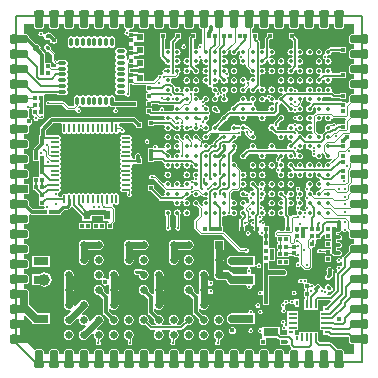
<source format=gtl>
G04 Layer_Physical_Order=1*
G04 Layer_Color=8479232*
%FSLAX44Y44*%
%MOMM*%
G71*
G01*
G75*
%ADD10R,1.3000X0.7500*%
%ADD11R,0.3000X0.3000*%
%ADD12R,0.3000X0.3000*%
G04:AMPARAMS|DCode=13|XSize=0.3mm|YSize=0.5mm|CornerRadius=0mm|HoleSize=0mm|Usage=FLASHONLY|Rotation=135.000|XOffset=0mm|YOffset=0mm|HoleType=Round|Shape=Rectangle|*
%AMROTATEDRECTD13*
4,1,4,0.2828,0.0707,-0.0707,-0.2828,-0.2828,-0.0707,0.0707,0.2828,0.2828,0.0707,0.0*
%
%ADD13ROTATEDRECTD13*%

G04:AMPARAMS|DCode=14|XSize=0.3mm|YSize=0.5mm|CornerRadius=0mm|HoleSize=0mm|Usage=FLASHONLY|Rotation=225.000|XOffset=0mm|YOffset=0mm|HoleType=Round|Shape=Round|*
%AMOVALD14*
21,1,0.2000,0.3000,0.0000,0.0000,315.0*
1,1,0.3000,-0.0707,0.0707*
1,1,0.3000,0.0707,-0.0707*
%
%ADD14OVALD14*%

G04:AMPARAMS|DCode=15|XSize=0.3mm|YSize=0.5mm|CornerRadius=0mm|HoleSize=0mm|Usage=FLASHONLY|Rotation=135.000|XOffset=0mm|YOffset=0mm|HoleType=Round|Shape=Round|*
%AMOVALD15*
21,1,0.2000,0.3000,0.0000,0.0000,225.0*
1,1,0.3000,0.0707,0.0707*
1,1,0.3000,-0.0707,-0.0707*
%
%ADD15OVALD15*%

%ADD16P,0.7071X4X180.0*%
%ADD17R,1.2000X1.2000*%
%ADD18R,0.2000X0.4500*%
%ADD19R,0.2000X0.7000*%
%ADD20R,0.4500X0.2000*%
%ADD21R,0.7000X0.2000*%
%ADD22R,0.6350X0.6350*%
%ADD23C,0.6350*%
%ADD24R,3.6000X3.6000*%
%ADD25O,0.3000X0.8000*%
%ADD26O,0.8000X0.3000*%
%ADD27C,0.3500*%
%ADD28R,0.6000X0.8000*%
%ADD29O,0.2000X0.8000*%
%ADD30O,0.8000X0.2000*%
%ADD31R,4.7000X4.7000*%
%ADD32R,0.5000X0.5000*%
%ADD33C,0.2000*%
%ADD34C,0.3000*%
%ADD35C,0.1500*%
%ADD36C,0.1000*%
%ADD37C,0.2500*%
%ADD38C,0.7000*%
%ADD39C,0.6000*%
%ADD40C,0.4000*%
%ADD41R,1.6000X0.7000*%
G04:AMPARAMS|DCode=42|XSize=0.7mm|YSize=1.6mm|CornerRadius=0.175mm|HoleSize=0mm|Usage=FLASHONLY|Rotation=90.000|XOffset=0mm|YOffset=0mm|HoleType=Round|Shape=RoundedRectangle|*
%AMROUNDEDRECTD42*
21,1,0.7000,1.2500,0,0,90.0*
21,1,0.3500,1.6000,0,0,90.0*
1,1,0.3500,0.6250,0.1750*
1,1,0.3500,0.6250,-0.1750*
1,1,0.3500,-0.6250,-0.1750*
1,1,0.3500,-0.6250,0.1750*
%
%ADD42ROUNDEDRECTD42*%
G04:AMPARAMS|DCode=43|XSize=0.7mm|YSize=1.6mm|CornerRadius=0.175mm|HoleSize=0mm|Usage=FLASHONLY|Rotation=180.000|XOffset=0mm|YOffset=0mm|HoleType=Round|Shape=RoundedRectangle|*
%AMROUNDEDRECTD43*
21,1,0.7000,1.2500,0,0,180.0*
21,1,0.3500,1.6000,0,0,180.0*
1,1,0.3500,-0.1750,0.6250*
1,1,0.3500,0.1750,0.6250*
1,1,0.3500,0.1750,-0.6250*
1,1,0.3500,-0.1750,-0.6250*
%
%ADD43ROUNDEDRECTD43*%
%ADD44C,0.2000*%
%ADD45C,0.4000*%
%ADD46C,0.6000*%
%ADD47C,1.0000*%
%ADD48C,0.3000*%
G36*
X279400Y271254D02*
X277650D01*
X276577Y271040D01*
X275667Y270433D01*
X275060Y269523D01*
X274846Y268450D01*
Y264950D01*
X275060Y263877D01*
X275667Y262967D01*
X276577Y262360D01*
X277650Y262146D01*
X279400D01*
Y258554D01*
X277650D01*
X276577Y258340D01*
X275667Y257733D01*
X275060Y256823D01*
X274846Y255750D01*
Y252250D01*
X275060Y251177D01*
X275667Y250267D01*
X276577Y249660D01*
X277650Y249446D01*
X279400D01*
Y245854D01*
X277650D01*
X276577Y245640D01*
X275667Y245033D01*
X275060Y244123D01*
X274846Y243050D01*
Y239550D01*
X275060Y238477D01*
X275667Y237567D01*
X276577Y236960D01*
X277650Y236746D01*
X279400D01*
Y233154D01*
X277650D01*
X276577Y232940D01*
X275667Y232333D01*
X275060Y231423D01*
X274846Y230350D01*
Y226850D01*
X275060Y225777D01*
X275667Y224867D01*
X276577Y224260D01*
X277650Y224046D01*
X279400D01*
Y220454D01*
X277650D01*
X276577Y220240D01*
X275667Y219633D01*
X275060Y218723D01*
X274846Y217650D01*
Y214150D01*
X274930Y213727D01*
X273778Y212574D01*
X272750Y213000D01*
Y213000D01*
X270634D01*
X270442Y213192D01*
X269780Y213634D01*
X269000Y213789D01*
X253158D01*
X252416Y215059D01*
X252554Y215750D01*
X252416Y216441D01*
X253158Y217711D01*
X260155D01*
X260808Y217058D01*
X260808Y217058D01*
X261470Y216616D01*
X262250Y216461D01*
X262250Y216461D01*
X267750D01*
Y216000D01*
X272750D01*
Y221000D01*
X267750D01*
Y220539D01*
X263095D01*
X262442Y221192D01*
X261780Y221634D01*
X261242Y221741D01*
X260927Y222068D01*
X260763Y222305D01*
X260416Y223059D01*
X260554Y223750D01*
X260340Y224823D01*
X259733Y225733D01*
X258823Y226340D01*
X257750Y226554D01*
X256677Y226340D01*
X255767Y225733D01*
X255160Y224823D01*
X254946Y223750D01*
X255084Y223059D01*
X254342Y221791D01*
X253158D01*
X252416Y223059D01*
X252554Y223750D01*
X252340Y224823D01*
X251733Y225733D01*
X250823Y226340D01*
X249750Y226554D01*
X248677Y226340D01*
X247767Y225733D01*
X247160Y224823D01*
X246946Y223750D01*
X247084Y223059D01*
X246342Y221791D01*
X245158D01*
X244416Y223059D01*
X244554Y223750D01*
X244340Y224823D01*
X243733Y225733D01*
X242823Y226340D01*
X241750Y226554D01*
X240677Y226340D01*
X239767Y225733D01*
X239160Y224823D01*
X238946Y223750D01*
X239083Y223059D01*
X238342Y221789D01*
X232893D01*
X231789Y222750D01*
X231634Y223530D01*
X231192Y224192D01*
X230530Y224634D01*
X229750Y224789D01*
X228970Y224634D01*
X228904Y224590D01*
X228340Y224823D01*
X227733Y225733D01*
X226823Y226340D01*
X225750Y226554D01*
X224677Y226340D01*
X223767Y225733D01*
X223160Y224823D01*
X222946Y223750D01*
X223084Y223059D01*
X222393Y221878D01*
X221149Y221731D01*
X220603Y222264D01*
X220346Y222706D01*
X220554Y223750D01*
X220340Y224823D01*
X219733Y225733D01*
X218823Y226340D01*
X217750Y226554D01*
X216677Y226340D01*
X215767Y225733D01*
X215160Y224823D01*
X214946Y223750D01*
X215160Y222677D01*
X215767Y221767D01*
X216677Y221160D01*
X217750Y220946D01*
X218394Y221074D01*
X219020Y219904D01*
X217650Y218534D01*
X216677Y218340D01*
X215767Y217733D01*
X215160Y216823D01*
X215043Y216236D01*
X214696Y215478D01*
X213638Y215186D01*
X212513Y215954D01*
X212340Y216823D01*
X211733Y217733D01*
X210823Y218340D01*
X209750Y218554D01*
X209266Y218458D01*
X208942Y218942D01*
X208280Y219384D01*
X207500Y219539D01*
X206720Y219384D01*
X206058Y218942D01*
X205616Y218280D01*
X205461Y217500D01*
X205416Y217428D01*
X204049Y217282D01*
X203974Y217371D01*
X203733Y217733D01*
X202823Y218340D01*
X201750Y218554D01*
X200677Y218340D01*
X199767Y217733D01*
X199160Y216823D01*
X198946Y215750D01*
X199160Y214677D01*
X199767Y213767D01*
X200677Y213160D01*
X201750Y212946D01*
X202823Y213160D01*
X203733Y213767D01*
X204340Y214677D01*
X204528Y215619D01*
X204554Y215750D01*
X204602Y215951D01*
X205952Y216208D01*
X205973Y216185D01*
X206058Y216058D01*
X206720Y215616D01*
X206983Y215564D01*
X207160Y214677D01*
X207767Y213767D01*
X208677Y213160D01*
X209750Y212946D01*
X210794Y213154D01*
X211235Y212897D01*
X211769Y212351D01*
X211622Y211106D01*
X210441Y210416D01*
X209750Y210554D01*
X208677Y210340D01*
X207767Y209733D01*
X207160Y208823D01*
X206946Y207750D01*
X207084Y207059D01*
X206342Y205789D01*
X197158D01*
X196416Y207059D01*
X196554Y207750D01*
X196340Y208823D01*
X195733Y209733D01*
X194823Y210340D01*
X194629Y210379D01*
X194384Y210970D01*
X194539Y211750D01*
X194384Y212530D01*
X194629Y213121D01*
X194823Y213160D01*
X195733Y213767D01*
X196340Y214677D01*
X196554Y215750D01*
X196340Y216823D01*
X195733Y217733D01*
X194823Y218340D01*
X193750Y218554D01*
X192677Y218340D01*
X191767Y217733D01*
X191160Y216823D01*
X190946Y215750D01*
X191084Y215059D01*
X190342Y213790D01*
X189158D01*
X188416Y215059D01*
X188554Y215750D01*
X188340Y216823D01*
X187733Y217733D01*
X186823Y218340D01*
X185750Y218554D01*
X184677Y218340D01*
X183767Y217733D01*
X183160Y216823D01*
X182946Y215750D01*
X183084Y215059D01*
X182342Y213789D01*
X181750D01*
X180970Y213634D01*
X180308Y213192D01*
X180308Y213192D01*
X177650Y210534D01*
X176677Y210340D01*
X175767Y209733D01*
X175160Y208823D01*
X174946Y207750D01*
X175084Y207059D01*
X174342Y205789D01*
X173750D01*
X173750Y205789D01*
X172970Y205634D01*
X172308Y205192D01*
X172308Y205192D01*
X169650Y202534D01*
X168677Y202340D01*
X167767Y201733D01*
X167160Y200823D01*
X166966Y199850D01*
X161650Y194534D01*
X160677Y194340D01*
X159767Y193733D01*
X159160Y192823D01*
X158946Y191750D01*
X159160Y190677D01*
X159349Y190394D01*
X158670Y189124D01*
X157500D01*
X156352Y188648D01*
X154173Y186470D01*
X153750Y186554D01*
X152677Y186340D01*
X151767Y185733D01*
X151160Y184823D01*
X150946Y183750D01*
X151160Y182677D01*
X151767Y181767D01*
X152677Y181160D01*
X153750Y180946D01*
X154823Y181160D01*
X155733Y181767D01*
X156340Y182677D01*
X156554Y183750D01*
X156470Y184174D01*
X158173Y185876D01*
X164697D01*
X165223Y184606D01*
X160308Y179692D01*
X159866Y179030D01*
X159711Y178250D01*
Y177789D01*
X159500D01*
X158720Y177634D01*
X158058Y177192D01*
X158058Y177192D01*
X157644Y176778D01*
X157219Y176793D01*
X156161Y177091D01*
X155733Y177733D01*
X154823Y178340D01*
X153750Y178554D01*
X152677Y178340D01*
X152394Y178151D01*
X151124Y178830D01*
Y180000D01*
X150648Y181148D01*
X148470Y183326D01*
X148554Y183750D01*
X148340Y184823D01*
X147733Y185733D01*
X146823Y186340D01*
X145750Y186554D01*
X144677Y186340D01*
X143767Y185733D01*
X143160Y184823D01*
X142946Y183750D01*
X143160Y182677D01*
X143652Y181940D01*
X142665Y181131D01*
X140470Y183326D01*
X140554Y183750D01*
X140340Y184823D01*
X139733Y185733D01*
X138823Y186340D01*
X137750Y186554D01*
X136677Y186340D01*
X135767Y185733D01*
X135160Y184823D01*
X134946Y183750D01*
X135160Y182677D01*
X135652Y181940D01*
X134665Y181131D01*
X132470Y183326D01*
X132554Y183750D01*
X132340Y184823D01*
X131733Y185733D01*
X130823Y186340D01*
X129750Y186554D01*
X128677Y186340D01*
X127767Y185733D01*
X127160Y184823D01*
X126946Y183750D01*
X127160Y182677D01*
X127767Y181767D01*
X128677Y181160D01*
X129750Y180946D01*
X130174Y181030D01*
X131320Y179883D01*
X130530Y178884D01*
X129750Y179039D01*
X128970Y178884D01*
X128308Y178442D01*
X127888Y177813D01*
X127767Y177733D01*
X127160Y176823D01*
X126946Y175750D01*
X127160Y174677D01*
X127767Y173767D01*
X128677Y173160D01*
X129750Y172946D01*
X130823Y173160D01*
X130856Y173182D01*
X132126Y172503D01*
Y170997D01*
X130856Y170318D01*
X130823Y170340D01*
X129750Y170554D01*
X128677Y170340D01*
X127767Y169733D01*
X127160Y168823D01*
X126946Y167750D01*
X127084Y167059D01*
X126342Y165791D01*
X125158D01*
X124416Y167059D01*
X124554Y167750D01*
X124340Y168823D01*
X123733Y169733D01*
X122823Y170340D01*
X121850Y170534D01*
X120480Y171904D01*
X121106Y173074D01*
X121750Y172946D01*
X122823Y173160D01*
X123733Y173767D01*
X124340Y174677D01*
X124554Y175750D01*
X124340Y176823D01*
X123733Y177733D01*
X122823Y178340D01*
X121750Y178554D01*
X120677Y178340D01*
X119767Y177733D01*
X119160Y176823D01*
X118946Y175750D01*
X119107Y174942D01*
X118444Y174297D01*
X118077Y174102D01*
X118030Y174134D01*
X117250Y174289D01*
X114393D01*
X113289Y175250D01*
X113134Y176030D01*
X112692Y176692D01*
X112030Y177134D01*
X111250Y177289D01*
X110470Y177134D01*
X109808Y176692D01*
X109366Y176030D01*
X109211Y175250D01*
X108801Y174750D01*
X107746D01*
X107500Y174799D01*
X107254Y174750D01*
X105000D01*
Y172496D01*
X104951Y172250D01*
Y165250D01*
X105000Y165004D01*
Y162750D01*
X107254D01*
X107500Y162701D01*
X107746Y162750D01*
X110000D01*
Y163211D01*
X116905D01*
X117808Y162308D01*
X117808Y162308D01*
X118372Y161931D01*
X118501Y161797D01*
X119092Y160483D01*
X118946Y159750D01*
X119160Y158677D01*
X119767Y157767D01*
X120677Y157160D01*
X121750Y156946D01*
X122823Y157160D01*
X123733Y157767D01*
X124340Y158677D01*
X124554Y159750D01*
X124416Y160441D01*
X125158Y161709D01*
X126342D01*
X127084Y160441D01*
X126946Y159750D01*
X127160Y158677D01*
X127767Y157767D01*
X128677Y157160D01*
X129750Y156946D01*
X130823Y157160D01*
X131733Y157767D01*
X132340Y158677D01*
X132554Y159750D01*
X132416Y160441D01*
X133158Y161709D01*
X134342D01*
X135084Y160441D01*
X134946Y159750D01*
X135160Y158677D01*
X135767Y157767D01*
X136677Y157160D01*
X137750Y156946D01*
X138823Y157160D01*
X139733Y157767D01*
X140340Y158677D01*
X140554Y159750D01*
X140426Y160394D01*
X141596Y161020D01*
X142966Y159650D01*
X143160Y158677D01*
X143767Y157767D01*
X144677Y157160D01*
X145750Y156946D01*
X146441Y157084D01*
X147709Y156342D01*
Y155158D01*
X146441Y154417D01*
X145750Y154554D01*
X144677Y154340D01*
X143767Y153733D01*
X143160Y152823D01*
X142946Y151750D01*
X143160Y150677D01*
X143767Y149767D01*
X143904Y149676D01*
X144308Y149192D01*
X143866Y148530D01*
X143791Y148153D01*
X143385Y147610D01*
X142518Y147236D01*
X142250Y147289D01*
X141470Y147134D01*
X140808Y146692D01*
X140685Y146508D01*
X140620Y146455D01*
X139326Y146135D01*
X139096Y146158D01*
X138823Y146340D01*
X137750Y146554D01*
X136677Y146340D01*
X135767Y145733D01*
X135160Y144823D01*
X134946Y143750D01*
X135160Y142677D01*
X135182Y142644D01*
X134503Y141374D01*
X132997D01*
X132318Y142644D01*
X132340Y142677D01*
X132554Y143750D01*
X132340Y144823D01*
X131733Y145733D01*
X130823Y146340D01*
X129750Y146554D01*
X128677Y146340D01*
X127767Y145733D01*
X127160Y144823D01*
X126946Y143750D01*
X127160Y142677D01*
X127182Y142644D01*
X126503Y141374D01*
X124997D01*
X124318Y142644D01*
X124340Y142677D01*
X124554Y143750D01*
X124340Y144823D01*
X123733Y145733D01*
X122823Y146340D01*
X121750Y146554D01*
X120677Y146340D01*
X119767Y145733D01*
X119304Y145039D01*
X118347Y144750D01*
X117841Y144705D01*
X111648Y150898D01*
X110500Y151374D01*
X109170D01*
X108780Y151634D01*
X108000Y151789D01*
X107220Y151634D01*
X106558Y151192D01*
X106116Y150530D01*
X105961Y149750D01*
X106116Y148970D01*
X106558Y148308D01*
X107220Y147866D01*
X108000Y147711D01*
X108780Y147866D01*
X109170Y148126D01*
X109827D01*
X119124Y138830D01*
X119360Y138428D01*
X119413Y137202D01*
X119160Y136823D01*
X118946Y135750D01*
X119084Y135059D01*
X118342Y133789D01*
X116844D01*
X110000Y140633D01*
Y142750D01*
X105000D01*
Y137750D01*
X107116D01*
X114558Y130308D01*
X115219Y129866D01*
X116000Y129711D01*
X126342D01*
X127084Y128441D01*
X126946Y127750D01*
X127160Y126677D01*
X127767Y125767D01*
X128677Y125160D01*
X129750Y124946D01*
X130823Y125160D01*
X131733Y125767D01*
X132340Y126677D01*
X132554Y127750D01*
X132416Y128441D01*
X133106Y129622D01*
X134351Y129769D01*
X134897Y129235D01*
X135154Y128794D01*
X134946Y127750D01*
X135160Y126677D01*
X135767Y125767D01*
X136677Y125160D01*
X137750Y124946D01*
X138823Y125160D01*
X139733Y125767D01*
X140340Y126677D01*
X140554Y127750D01*
X140340Y128823D01*
X139733Y129733D01*
X138823Y130340D01*
X137750Y130554D01*
X137106Y130426D01*
X136480Y131596D01*
X137850Y132966D01*
X138823Y133160D01*
X139733Y133767D01*
X140340Y134677D01*
X141220Y135366D01*
X142000Y135211D01*
X142780Y135366D01*
X143044Y135257D01*
X143160Y134677D01*
X143767Y133767D01*
X144677Y133160D01*
X145750Y132946D01*
X146823Y133160D01*
X147733Y133767D01*
X147935Y134069D01*
X149055Y134542D01*
X149588Y134440D01*
X150346Y134126D01*
X151528D01*
X151767Y133767D01*
X152677Y133160D01*
X153750Y132946D01*
X154441Y133084D01*
X155709Y132343D01*
Y131158D01*
X154441Y130416D01*
X153750Y130554D01*
X152677Y130340D01*
X151767Y129733D01*
X151160Y128823D01*
X150946Y127750D01*
X151160Y126677D01*
X151652Y125940D01*
X150665Y125131D01*
X148470Y127326D01*
X148554Y127750D01*
X148340Y128823D01*
X147733Y129733D01*
X146823Y130340D01*
X145750Y130554D01*
X144677Y130340D01*
X143767Y129733D01*
X143160Y128823D01*
X142946Y127750D01*
X143160Y126677D01*
X143767Y125767D01*
X144677Y125160D01*
X145750Y124946D01*
X146173Y125030D01*
X148126Y123077D01*
Y117673D01*
X144602Y114148D01*
X144126Y113000D01*
Y106750D01*
X144602Y105602D01*
X148852Y101352D01*
X150000Y100876D01*
X167827D01*
X182102Y86602D01*
X183250Y86126D01*
X187080D01*
X187470Y85866D01*
X188250Y85711D01*
X189030Y85866D01*
X189692Y86308D01*
X190134Y86970D01*
X190289Y87750D01*
X190134Y88530D01*
X189692Y89192D01*
X189030Y89634D01*
X188250Y89789D01*
X187470Y89634D01*
X187080Y89374D01*
X183923D01*
X169648Y103648D01*
X168750Y104020D01*
Y108750D01*
X167789D01*
Y116342D01*
X169059Y117084D01*
X169750Y116946D01*
X170823Y117160D01*
X171733Y117767D01*
X171824Y117904D01*
X172308Y118308D01*
X172970Y117866D01*
X173750Y117711D01*
X174530Y117866D01*
X175192Y118308D01*
X175676Y117904D01*
X175767Y117767D01*
X176677Y117160D01*
X177750Y116946D01*
X178823Y117160D01*
X179733Y117767D01*
X180340Y118677D01*
X180554Y119750D01*
X180340Y120823D01*
X179733Y121733D01*
X178823Y122340D01*
X177750Y122554D01*
X176677Y122340D01*
X176644Y122318D01*
X175374Y122997D01*
Y124503D01*
X176644Y125182D01*
X176677Y125160D01*
X177750Y124946D01*
X178823Y125160D01*
X179733Y125767D01*
X180340Y126677D01*
X180554Y127750D01*
X180340Y128823D01*
X179733Y129733D01*
X178823Y130340D01*
X177750Y130554D01*
X176677Y130340D01*
X176644Y130318D01*
X175374Y130997D01*
Y136077D01*
X177173Y137876D01*
X180000D01*
X181148Y138352D01*
X182898Y140102D01*
X183131Y140665D01*
X184444Y141204D01*
X184622Y141197D01*
X184677Y141160D01*
X185750Y140946D01*
X186823Y141160D01*
X187733Y141767D01*
X188340Y142677D01*
X188554Y143750D01*
X188340Y144823D01*
X187733Y145733D01*
X186823Y146340D01*
X185750Y146554D01*
X184677Y146340D01*
X184644Y146318D01*
X183374Y146997D01*
Y148503D01*
X184644Y149182D01*
X184677Y149160D01*
X185750Y148946D01*
X186823Y149160D01*
X187733Y149767D01*
X188340Y150677D01*
X188554Y151750D01*
X188340Y152823D01*
X187733Y153733D01*
X186823Y154340D01*
X185750Y154554D01*
X184677Y154340D01*
X184644Y154318D01*
X183374Y154997D01*
Y155750D01*
X182898Y156898D01*
X180470Y159326D01*
X180554Y159750D01*
X180340Y160823D01*
X179733Y161733D01*
X178823Y162340D01*
X177750Y162554D01*
X177059Y162416D01*
X175789Y163158D01*
Y168655D01*
X179192Y172058D01*
X179192Y172058D01*
X179634Y172720D01*
X179789Y173500D01*
Y173852D01*
X180340Y174677D01*
X180554Y175750D01*
X180340Y176823D01*
X179733Y177733D01*
X178823Y178340D01*
X177750Y178554D01*
X177106Y178426D01*
X176480Y179596D01*
X177850Y180966D01*
X178823Y181160D01*
X179733Y181767D01*
X180340Y182677D01*
X180554Y183750D01*
X180543Y183804D01*
X180713Y184070D01*
X181644Y184782D01*
X182000Y184711D01*
X182780Y184866D01*
X183442Y185308D01*
X183884Y185970D01*
X184039Y186750D01*
X183884Y187530D01*
X183442Y188192D01*
X183433Y188246D01*
X183441Y188654D01*
X183765Y189504D01*
X184087Y189554D01*
X184677Y189160D01*
X185750Y188946D01*
X186013Y188998D01*
X186023Y188994D01*
X186990Y187898D01*
X186961Y187750D01*
X187116Y186970D01*
X187376Y186580D01*
Y186250D01*
X187852Y185102D01*
X190352Y182602D01*
X191500Y182126D01*
X191528D01*
X191767Y181767D01*
X192677Y181160D01*
X193750Y180946D01*
X194823Y181160D01*
X195733Y181767D01*
X196340Y182677D01*
X196554Y183750D01*
X196340Y184823D01*
X195733Y185733D01*
X194823Y186340D01*
X194629Y186379D01*
X194384Y186970D01*
X194539Y187750D01*
X194384Y188530D01*
X193942Y189192D01*
X193280Y189634D01*
X192865Y189717D01*
X189683Y192898D01*
X188535Y193374D01*
X187973D01*
X187733Y193733D01*
X186823Y194340D01*
X185750Y194554D01*
X184677Y194340D01*
X183767Y193733D01*
X183417Y193209D01*
X182780Y193634D01*
X182000Y193789D01*
X179648D01*
X178823Y194340D01*
X177750Y194554D01*
X176677Y194340D01*
X175767Y193733D01*
X175160Y192823D01*
X174946Y191750D01*
X175160Y190677D01*
X175349Y190394D01*
X174670Y189124D01*
X164830D01*
X164151Y190394D01*
X164340Y190677D01*
X164534Y191650D01*
X169850Y196966D01*
X170823Y197160D01*
X171733Y197767D01*
X172340Y198677D01*
X172534Y199650D01*
X174595Y201711D01*
X182342D01*
X183084Y200441D01*
X182946Y199750D01*
X183160Y198677D01*
X183767Y197767D01*
X184677Y197160D01*
X185750Y196946D01*
X186823Y197160D01*
X187733Y197767D01*
X188340Y198677D01*
X188554Y199750D01*
X188416Y200441D01*
X189158Y201711D01*
X198342D01*
X199083Y200441D01*
X198946Y199750D01*
X199160Y198677D01*
X199767Y197767D01*
X200677Y197160D01*
X201750Y196946D01*
X202823Y197160D01*
X203733Y197767D01*
X204340Y198677D01*
X204554Y199750D01*
X204416Y200441D01*
X205158Y201711D01*
X212000D01*
X212780Y201866D01*
X213442Y202308D01*
X215192Y204058D01*
X215634Y204720D01*
X215789Y205500D01*
Y210355D01*
X216302Y210698D01*
X216855Y211525D01*
X216928Y211892D01*
X218277Y212339D01*
X222966Y207650D01*
X223160Y206677D01*
X223767Y205767D01*
X224677Y205160D01*
X225750Y204946D01*
X226823Y205160D01*
X228308Y205058D01*
X228970Y204616D01*
X229750Y204461D01*
X230530Y204616D01*
X231192Y205058D01*
X232677Y205160D01*
X233750Y204946D01*
X234823Y205160D01*
X235733Y205767D01*
X236340Y206677D01*
X236554Y207750D01*
X236340Y208823D01*
X235733Y209733D01*
X234889Y210296D01*
X234816Y210370D01*
X234496Y211700D01*
X234898Y212102D01*
X235374Y213250D01*
Y213528D01*
X235733Y213767D01*
X236340Y214677D01*
X236554Y215750D01*
X236416Y216441D01*
X237157Y217709D01*
X238342D01*
X239083Y216441D01*
X238946Y215750D01*
X239160Y214677D01*
X239767Y213767D01*
X240677Y213160D01*
X241750Y212946D01*
X242394Y213074D01*
X243020Y211904D01*
X241650Y210534D01*
X240677Y210340D01*
X239767Y209733D01*
X239160Y208823D01*
X238946Y207750D01*
X239160Y206677D01*
X239767Y205767D01*
X240677Y205160D01*
X241750Y204946D01*
X242823Y205160D01*
X243733Y205767D01*
X244340Y206677D01*
X244534Y207650D01*
X245904Y209020D01*
X247074Y208394D01*
X246946Y207750D01*
X247160Y206677D01*
X247435Y206264D01*
X247174Y204911D01*
X247049Y204730D01*
X246852Y204648D01*
X244701Y202497D01*
X244568Y202392D01*
X243121Y202141D01*
X242823Y202340D01*
X241750Y202554D01*
X240677Y202340D01*
X239767Y201733D01*
X239160Y200823D01*
X238946Y199750D01*
X239160Y198677D01*
X239767Y197767D01*
X240677Y197160D01*
X241750Y196946D01*
X242823Y197160D01*
X242856Y197182D01*
X244126Y196503D01*
Y194997D01*
X242856Y194318D01*
X242823Y194340D01*
X241750Y194554D01*
X240677Y194340D01*
X239767Y193733D01*
X239160Y192823D01*
X238946Y191750D01*
X239160Y190677D01*
X239767Y189767D01*
X240677Y189160D01*
X241750Y188946D01*
X242823Y189160D01*
X242856Y189182D01*
X244126Y188503D01*
Y187750D01*
X244602Y186602D01*
X244598Y186549D01*
X243521Y185874D01*
X242823Y186340D01*
X241750Y186554D01*
X240677Y186340D01*
X239767Y185733D01*
X239160Y184823D01*
X238946Y183750D01*
X239074Y183106D01*
X237904Y182480D01*
X236534Y183850D01*
X236340Y184823D01*
X235733Y185733D01*
X234823Y186340D01*
X233750Y186554D01*
X232964Y186398D01*
X232457Y186657D01*
X232068Y186927D01*
X231741Y187242D01*
X231634Y187780D01*
X231192Y188442D01*
X231192Y188442D01*
X230442Y189192D01*
X229780Y189634D01*
X229772Y189636D01*
X229142Y190917D01*
X229403Y191269D01*
X230735Y191310D01*
X231160Y190677D01*
X231767Y189767D01*
X232677Y189160D01*
X233750Y188946D01*
X234823Y189160D01*
X235733Y189767D01*
X236340Y190677D01*
X236554Y191750D01*
X236340Y192823D01*
X235733Y193733D01*
X234823Y194340D01*
X233750Y194554D01*
X232908Y194386D01*
X232620Y194362D01*
X231222Y194896D01*
X231192Y194942D01*
X230530Y195384D01*
X229750Y195539D01*
X228970Y195384D01*
X228308Y194942D01*
X228277Y194896D01*
X226880Y194362D01*
X226592Y194386D01*
X225750Y194554D01*
X224677Y194340D01*
X223767Y193733D01*
X223160Y192823D01*
X222946Y191750D01*
X223084Y191059D01*
X222342Y189789D01*
X214848D01*
X214122Y190679D01*
X214525Y191851D01*
X214533Y191868D01*
X215192Y192308D01*
X215634Y192970D01*
X215789Y193750D01*
Y194905D01*
X217850Y196966D01*
X218823Y197160D01*
X219733Y197767D01*
X220340Y198677D01*
X220554Y199750D01*
X220340Y200823D01*
X219733Y201733D01*
X218823Y202340D01*
X217750Y202554D01*
X216677Y202340D01*
X215767Y201733D01*
X215160Y200823D01*
X214966Y199850D01*
X212308Y197192D01*
X211866Y196530D01*
X211711Y195750D01*
Y195275D01*
X211462Y195013D01*
X210441Y194417D01*
X209750Y194554D01*
X208677Y194340D01*
X207767Y193733D01*
X207160Y192823D01*
X206946Y191750D01*
X207160Y190677D01*
X207767Y189767D01*
X208677Y189160D01*
X209650Y188966D01*
X212308Y186308D01*
X212308Y186308D01*
X212970Y185866D01*
X213750Y185711D01*
X213750Y185711D01*
X214342D01*
X215084Y184441D01*
X214946Y183750D01*
X215160Y182677D01*
X215767Y181767D01*
X216677Y181160D01*
X217750Y180946D01*
X218823Y181160D01*
X219733Y181767D01*
X220340Y182677D01*
X220554Y183750D01*
X220417Y184441D01*
X221157Y185709D01*
X222342D01*
X223084Y184441D01*
X222946Y183750D01*
X223160Y182677D01*
X223767Y181767D01*
X224677Y181160D01*
X225750Y180946D01*
X226394Y181074D01*
X227020Y179904D01*
X225650Y178534D01*
X224677Y178340D01*
X223767Y177733D01*
X223160Y176823D01*
X222946Y175750D01*
X223084Y175059D01*
X222342Y173789D01*
X213158D01*
X212416Y175059D01*
X212554Y175750D01*
X212340Y176823D01*
X211733Y177733D01*
X210823Y178340D01*
X209750Y178554D01*
X208677Y178340D01*
X207767Y177733D01*
X207160Y176823D01*
X206946Y175750D01*
X207084Y175059D01*
X206342Y173789D01*
X197158D01*
X196416Y175059D01*
X196554Y175750D01*
X196340Y176823D01*
X195733Y177733D01*
X194823Y178340D01*
X193750Y178554D01*
X192677Y178340D01*
X191767Y177733D01*
X191160Y176823D01*
X190946Y175750D01*
X191084Y175059D01*
X190342Y173789D01*
X189750D01*
X188970Y173634D01*
X188308Y173192D01*
X188308Y173192D01*
X185650Y170534D01*
X184677Y170340D01*
X183767Y169733D01*
X183160Y168823D01*
X182946Y167750D01*
X183160Y166677D01*
X183767Y165767D01*
X184677Y165160D01*
X185750Y164946D01*
X186823Y165160D01*
X187733Y165767D01*
X188340Y166677D01*
X188534Y167650D01*
X190595Y169711D01*
X198342D01*
X199083Y168441D01*
X198946Y167750D01*
X199160Y166677D01*
X199767Y165767D01*
X200677Y165160D01*
X201750Y164946D01*
X202823Y165160D01*
X203733Y165767D01*
X204340Y166677D01*
X204554Y167750D01*
X204416Y168441D01*
X205158Y169711D01*
X214342D01*
X215084Y168441D01*
X214966Y167850D01*
X213808Y166692D01*
X213366Y166030D01*
X213211Y165250D01*
Y164250D01*
X213366Y163470D01*
X213808Y162808D01*
X214470Y162366D01*
X214641Y162332D01*
X215282Y161046D01*
X215283Y161008D01*
X215160Y160823D01*
X214946Y159750D01*
X215092Y159017D01*
X214501Y157703D01*
X214372Y157569D01*
X213808Y157192D01*
X213366Y156530D01*
X213211Y155750D01*
X213366Y154970D01*
X213808Y154308D01*
X214372Y153931D01*
X214501Y153797D01*
X215092Y152483D01*
X214946Y151750D01*
X215160Y150677D01*
X215767Y149767D01*
X216677Y149160D01*
X217750Y148946D01*
X218823Y149160D01*
X219733Y149767D01*
X220340Y150677D01*
X220554Y151750D01*
X220340Y152823D01*
X219733Y153733D01*
X218823Y154340D01*
X218228Y154459D01*
X217690Y154710D01*
X217289Y155750D01*
X217289Y155750D01*
X217289Y155751D01*
X217690Y156790D01*
X218228Y157041D01*
X218823Y157160D01*
X219733Y157767D01*
X220340Y158677D01*
X220554Y159750D01*
X220340Y160823D01*
X219733Y161733D01*
X218823Y162340D01*
X218014Y162501D01*
X217512Y163054D01*
X217187Y163737D01*
X217289Y164250D01*
Y164405D01*
X217850Y164966D01*
X218823Y165160D01*
X219733Y165767D01*
X220340Y166677D01*
X220554Y167750D01*
X220417Y168441D01*
X221157Y169709D01*
X222342D01*
X223084Y168441D01*
X222946Y167750D01*
X223160Y166677D01*
X223767Y165767D01*
X224677Y165160D01*
X225750Y164946D01*
X226823Y165160D01*
X227209Y165417D01*
X228308Y166058D01*
X228970Y165616D01*
X229750Y165461D01*
X230530Y165616D01*
X231192Y166058D01*
X232291Y165417D01*
X232677Y165160D01*
X233750Y164946D01*
X234823Y165160D01*
X235733Y165767D01*
X236340Y166677D01*
X236554Y167750D01*
X236340Y168823D01*
X235733Y169733D01*
X234823Y170340D01*
X233750Y170554D01*
X232908Y170386D01*
X232620Y170362D01*
X231223Y170896D01*
X231192Y170942D01*
X231192Y170942D01*
X230557Y171576D01*
X230550Y171941D01*
X230850Y173080D01*
X231192Y173308D01*
X232638Y173186D01*
X232677Y173160D01*
X233750Y172946D01*
X234823Y173160D01*
X235733Y173767D01*
X236340Y174677D01*
X236554Y175750D01*
X236346Y176794D01*
X236603Y177236D01*
X237149Y177769D01*
X238393Y177622D01*
X239083Y176441D01*
X238946Y175750D01*
X239160Y174677D01*
X239767Y173767D01*
X240677Y173160D01*
X241750Y172946D01*
X242592Y173114D01*
X242892Y173139D01*
X242943Y173123D01*
X243866Y172280D01*
X243711Y171500D01*
X243866Y170720D01*
X244180Y170250D01*
X243866Y169780D01*
X243711Y169000D01*
X243866Y168220D01*
X244308Y167558D01*
X244970Y167116D01*
X245750Y166961D01*
X246530Y167116D01*
X247121Y166871D01*
X247160Y166677D01*
X247767Y165767D01*
X248677Y165160D01*
X249750Y164946D01*
X250823Y165160D01*
X251733Y165767D01*
X252340Y166677D01*
X252554Y167750D01*
X252340Y168823D01*
X251848Y169560D01*
X252835Y170369D01*
X255030Y168174D01*
X254946Y167750D01*
X255160Y166677D01*
X255767Y165767D01*
X256677Y165160D01*
X257750Y164946D01*
X258823Y165160D01*
X259560Y165652D01*
X260369Y164665D01*
X258174Y162470D01*
X257750Y162554D01*
X256677Y162340D01*
X255767Y161733D01*
X255160Y160823D01*
X254946Y159750D01*
X255084Y159059D01*
X254342Y157791D01*
X253158D01*
X252416Y159059D01*
X252554Y159750D01*
X252340Y160823D01*
X251733Y161733D01*
X250823Y162340D01*
X249750Y162554D01*
X248677Y162340D01*
X247767Y161733D01*
X247160Y160823D01*
X246946Y159750D01*
X247084Y159059D01*
X246342Y157791D01*
X245158D01*
X244416Y159059D01*
X244554Y159750D01*
X244340Y160823D01*
X243733Y161733D01*
X242823Y162340D01*
X241750Y162554D01*
X240677Y162340D01*
X239767Y161733D01*
X239160Y160823D01*
X238946Y159750D01*
X239083Y159059D01*
X238342Y157791D01*
X237157D01*
X236416Y159059D01*
X236554Y159750D01*
X236340Y160823D01*
X235733Y161733D01*
X234823Y162340D01*
X233750Y162554D01*
X232677Y162340D01*
X231767Y161733D01*
X231160Y160823D01*
X230946Y159750D01*
X231074Y159106D01*
X229904Y158480D01*
X228534Y159850D01*
X228340Y160823D01*
X227733Y161733D01*
X226823Y162340D01*
X225750Y162554D01*
X224677Y162340D01*
X223767Y161733D01*
X223160Y160823D01*
X222946Y159750D01*
X223160Y158677D01*
X223767Y157767D01*
X224677Y157160D01*
X225650Y156966D01*
X227020Y155596D01*
X226394Y154426D01*
X225750Y154554D01*
X224677Y154340D01*
X223767Y153733D01*
X223160Y152823D01*
X222946Y151750D01*
X223160Y150677D01*
X223767Y149767D01*
X224677Y149160D01*
X225750Y148946D01*
X226823Y149160D01*
X227733Y149767D01*
X228340Y150677D01*
X228554Y151750D01*
X228346Y152794D01*
X228603Y153236D01*
X229149Y153769D01*
X230394Y153622D01*
X231084Y152441D01*
X230946Y151750D01*
X231160Y150677D01*
X231767Y149767D01*
X232677Y149160D01*
X233750Y148946D01*
X234823Y149160D01*
X235733Y149767D01*
X236340Y150677D01*
X236554Y151750D01*
X236416Y152441D01*
X237157Y153709D01*
X238342D01*
X239083Y152441D01*
X238946Y151750D01*
X239160Y150677D01*
X239767Y149767D01*
X240677Y149160D01*
X241750Y148946D01*
X242823Y149160D01*
X243733Y149767D01*
X244340Y150677D01*
X244554Y151750D01*
X244416Y152441D01*
X245158Y153709D01*
X246342D01*
X247084Y152441D01*
X246946Y151750D01*
X247160Y150677D01*
X247767Y149767D01*
X248677Y149160D01*
X249650Y148966D01*
X251020Y147596D01*
X250394Y146426D01*
X249750Y146554D01*
X248677Y146340D01*
X247767Y145733D01*
X247160Y144823D01*
X246946Y143750D01*
X247160Y142677D01*
X247767Y141767D01*
X248677Y141160D01*
X249750Y140946D01*
X250823Y141160D01*
X251560Y141652D01*
X252369Y140665D01*
X250173Y138470D01*
X249750Y138554D01*
X248677Y138340D01*
X247767Y137733D01*
X247160Y136823D01*
X246946Y135750D01*
X246948Y135739D01*
X245983Y134326D01*
X245536Y134260D01*
X244470Y135326D01*
X244554Y135750D01*
X244340Y136823D01*
X243733Y137733D01*
X242823Y138340D01*
X241884Y138969D01*
X242039Y139750D01*
X241884Y140530D01*
X242823Y141160D01*
X243733Y141767D01*
X244340Y142677D01*
X244554Y143750D01*
X244340Y144823D01*
X243733Y145733D01*
X242823Y146340D01*
X241750Y146554D01*
X240677Y146340D01*
X239767Y145733D01*
X239160Y144823D01*
X238946Y143750D01*
X239114Y142907D01*
X239138Y142620D01*
X238604Y141222D01*
X238558Y141192D01*
X238116Y140530D01*
X237961Y139750D01*
X238116Y138969D01*
X238558Y138308D01*
X238604Y138277D01*
X239138Y136880D01*
X239114Y136592D01*
X238946Y135750D01*
X239114Y134907D01*
X239138Y134620D01*
X238604Y133222D01*
X238558Y133191D01*
X238116Y132530D01*
X237961Y131750D01*
X238116Y130969D01*
X238558Y130308D01*
X238604Y130277D01*
X239138Y128880D01*
X239114Y128592D01*
X238946Y127750D01*
X239114Y126907D01*
X239138Y126620D01*
X238604Y125222D01*
X238558Y125191D01*
X238116Y124530D01*
X237961Y123750D01*
X238116Y122969D01*
X238507Y122384D01*
X238421Y122070D01*
X237922Y121205D01*
X237500Y121289D01*
X236720Y121134D01*
X236314Y120863D01*
X235733Y121733D01*
X234823Y122340D01*
X233884Y122969D01*
X234039Y123750D01*
X233884Y124530D01*
X234823Y125160D01*
X235733Y125767D01*
X236340Y126677D01*
X236554Y127750D01*
X236340Y128823D01*
X235733Y129733D01*
X234823Y130340D01*
X233884Y130969D01*
X234039Y131750D01*
X233884Y132530D01*
X234823Y133160D01*
X235733Y133767D01*
X236340Y134677D01*
X236554Y135750D01*
X236340Y136823D01*
X235733Y137733D01*
X234823Y138340D01*
X233884Y138969D01*
X234039Y139750D01*
X233884Y140530D01*
X233442Y141192D01*
X232780Y141634D01*
X232000Y141789D01*
X231220Y141634D01*
X230558Y141192D01*
X230116Y140530D01*
X229961Y139750D01*
X230116Y138969D01*
X230558Y138308D01*
X230604Y138277D01*
X231138Y136880D01*
X231114Y136592D01*
X230946Y135750D01*
X231114Y134907D01*
X231138Y134620D01*
X230604Y133222D01*
X230558Y133191D01*
X230116Y132530D01*
X229961Y131750D01*
X230116Y130969D01*
X230558Y130308D01*
X230604Y130277D01*
X231138Y128881D01*
X231114Y128592D01*
X230946Y127750D01*
X231114Y126907D01*
X231138Y126620D01*
X230604Y125222D01*
X230558Y125191D01*
X230116Y124530D01*
X229961Y123750D01*
X230116Y122969D01*
X230558Y122308D01*
X230604Y122277D01*
X231138Y120880D01*
X231114Y120592D01*
X230946Y119750D01*
X231114Y118907D01*
X231140Y118598D01*
X230992Y118015D01*
X230503Y117373D01*
X227500D01*
X226401Y116918D01*
X226321Y116895D01*
X226212Y116884D01*
X224855Y117198D01*
X224692Y117442D01*
X224692Y117442D01*
X223789Y118345D01*
Y124342D01*
X225059Y125084D01*
X225750Y124946D01*
X226823Y125160D01*
X227733Y125767D01*
X228340Y126677D01*
X228554Y127750D01*
X228340Y128823D01*
X227733Y129733D01*
X226823Y130340D01*
X225750Y130554D01*
X225059Y130416D01*
X223878Y131107D01*
X223731Y132351D01*
X224265Y132897D01*
X224706Y133154D01*
X225750Y132946D01*
X226823Y133160D01*
X227733Y133767D01*
X228340Y134677D01*
X228554Y135750D01*
X228340Y136823D01*
X227733Y137733D01*
X226823Y138340D01*
X225750Y138554D01*
X224677Y138340D01*
X223767Y137733D01*
X223160Y136823D01*
X222946Y135750D01*
X223074Y135106D01*
X221904Y134480D01*
X220534Y135850D01*
X220340Y136823D01*
X219733Y137733D01*
X218823Y138340D01*
X217750Y138554D01*
X216677Y138340D01*
X215767Y137733D01*
X215160Y136823D01*
X214946Y135750D01*
X215160Y134677D01*
X215767Y133767D01*
X216677Y133160D01*
X217650Y132966D01*
X219020Y131596D01*
X218394Y130426D01*
X217750Y130554D01*
X216677Y130340D01*
X215767Y129733D01*
X215160Y128823D01*
X214946Y127750D01*
X215160Y126677D01*
X215767Y125767D01*
X216677Y125160D01*
X217750Y124946D01*
X218441Y125084D01*
X219709Y124342D01*
Y123158D01*
X218441Y122416D01*
X217750Y122554D01*
X216677Y122340D01*
X215767Y121733D01*
X215160Y120823D01*
X214946Y119750D01*
X215160Y118677D01*
X215767Y117767D01*
X216677Y117160D01*
X217750Y116946D01*
X218496Y117095D01*
X219327Y116867D01*
X220046Y116450D01*
X220308Y116058D01*
X221211Y115155D01*
Y108750D01*
X220750D01*
Y104624D01*
X214500D01*
X213352Y104148D01*
X212602Y103398D01*
X212126Y102250D01*
Y101250D01*
X212602Y100102D01*
X213352Y99352D01*
X214500Y98876D01*
Y95000D01*
X215376D01*
Y93500D01*
X214500D01*
Y88500D01*
X215376D01*
Y87000D01*
X214500D01*
Y82000D01*
X224500D01*
Y82702D01*
X225750Y82750D01*
Y82750D01*
X228454D01*
X228602Y82601D01*
X229750Y82126D01*
X230830D01*
X231220Y81866D01*
X232000Y81710D01*
X233126Y80686D01*
Y78814D01*
X232000Y77789D01*
X231220Y77634D01*
X230558Y77192D01*
X230116Y76530D01*
X229961Y75750D01*
X230116Y74969D01*
X230558Y74308D01*
X231220Y73866D01*
X232000Y73710D01*
X232780Y73866D01*
X233442Y74308D01*
X234311Y74393D01*
X236852Y71852D01*
X238000Y71376D01*
X241250D01*
X242398Y71852D01*
X243648Y73102D01*
X244124Y74250D01*
Y89250D01*
X244028Y89480D01*
X244877Y90750D01*
X246750D01*
Y93013D01*
X246896Y93232D01*
X247051Y94012D01*
Y95755D01*
X247006Y95980D01*
X247737Y97108D01*
X247945Y97250D01*
X251750D01*
Y99366D01*
X253480Y101096D01*
X254750Y100570D01*
Y97250D01*
X259701D01*
Y95750D01*
X254750D01*
Y90750D01*
X259701D01*
Y89250D01*
X254750D01*
Y88780D01*
X251420D01*
X251030Y89040D01*
X250250Y89195D01*
X249470Y89040D01*
X248808Y88598D01*
X248366Y87937D01*
X248211Y87156D01*
X248366Y86376D01*
X248808Y85714D01*
X249470Y85272D01*
X250250Y85117D01*
X251030Y85272D01*
X251420Y85533D01*
X254750D01*
Y84250D01*
X261145D01*
X261448Y83947D01*
X262275Y83395D01*
X263250Y83201D01*
X266500D01*
X267475Y83395D01*
X268302Y83947D01*
X268855Y84775D01*
X269049Y85750D01*
X268855Y86725D01*
X268302Y87552D01*
X267475Y88105D01*
X266500Y88299D01*
X264799D01*
Y89701D01*
X266500D01*
X267475Y89895D01*
X268302Y90448D01*
X268855Y91274D01*
X269049Y92250D01*
X268855Y93225D01*
X268302Y94052D01*
X267475Y94605D01*
X266500Y94799D01*
X264799D01*
Y96201D01*
X266500D01*
X267475Y96395D01*
X268302Y96947D01*
X268855Y97774D01*
X269049Y98750D01*
X268855Y99725D01*
X268302Y100552D01*
X267475Y101105D01*
X266500Y101299D01*
X264799D01*
Y102701D01*
X266500D01*
X267475Y102895D01*
X268302Y103448D01*
X268549Y103817D01*
X269911Y103918D01*
X270006Y103886D01*
X270058Y103808D01*
X270720Y103366D01*
X271500Y103211D01*
X272280Y103366D01*
X272942Y103808D01*
X274168Y103736D01*
X274846Y102993D01*
Y99850D01*
X275060Y98777D01*
X275667Y97867D01*
X276577Y97260D01*
X277650Y97046D01*
X279400D01*
Y93454D01*
X277650D01*
X276577Y93240D01*
X275667Y92633D01*
X275060Y91723D01*
X274846Y90650D01*
Y87230D01*
X270058Y82442D01*
X269616Y81780D01*
X269461Y81000D01*
Y80631D01*
X268191Y80319D01*
X267942Y80691D01*
X267280Y81133D01*
X266500Y81289D01*
X265720Y81133D01*
X265058Y80691D01*
X264616Y80030D01*
X264461Y79250D01*
X264616Y78469D01*
X265058Y77808D01*
X265720Y77366D01*
X266500Y77210D01*
X267280Y77366D01*
X267942Y77808D01*
X268191Y78180D01*
X269461Y77868D01*
Y74345D01*
X269405Y74288D01*
X267942Y74191D01*
X267280Y74634D01*
X266500Y74789D01*
X265720Y74634D01*
X265058Y74191D01*
X264616Y73530D01*
X264461Y72750D01*
X264616Y71969D01*
X265058Y71308D01*
X264961Y69845D01*
X264058Y68942D01*
X263616Y68280D01*
X263461Y67500D01*
Y53845D01*
X259405Y49789D01*
X257079D01*
X256692Y51058D01*
X257134Y51720D01*
X257179Y51947D01*
X257721Y52617D01*
X258518Y52831D01*
X258957Y52744D01*
X259932Y52938D01*
X260760Y53491D01*
X261312Y54318D01*
X261506Y55293D01*
X261312Y56269D01*
X260760Y57095D01*
X259345Y58510D01*
X258518Y59062D01*
X257543Y59256D01*
X256567Y59062D01*
X255741Y58510D01*
X255188Y57683D01*
X255047Y56973D01*
X254994Y56707D01*
X255120Y56073D01*
X254283Y54986D01*
X253402Y54886D01*
X253030Y55134D01*
X252768Y55186D01*
X252276Y56491D01*
X252493Y56707D01*
X248957Y60243D01*
X246690Y57975D01*
X246255Y57994D01*
X245210Y58291D01*
X244942Y58692D01*
X244280Y59134D01*
X243500Y59289D01*
X243020Y59194D01*
X241750Y59750D01*
Y59750D01*
X240347D01*
X239638Y60962D01*
X239644Y61020D01*
X239789Y61750D01*
X239634Y62530D01*
X239192Y63192D01*
X238530Y63634D01*
X237750Y63789D01*
X236970Y63634D01*
X236308Y63192D01*
X235692D01*
X235030Y63634D01*
X234250Y63789D01*
X233470Y63634D01*
X232808Y63192D01*
X232366Y62530D01*
X232211Y61750D01*
X232366Y60970D01*
X232808Y60308D01*
X233470Y59866D01*
X234250Y59711D01*
X235030Y59866D01*
X235692Y60308D01*
X235841D01*
X235913Y60252D01*
X236750Y59430D01*
X236750D01*
X236750D01*
Y54750D01*
X237626D01*
Y53250D01*
X236750D01*
Y48250D01*
X237626D01*
Y46500D01*
X237250D01*
Y37500D01*
X241250D01*
Y37500D01*
X242520Y37500D01*
X249250D01*
Y41803D01*
X249289Y42000D01*
Y45405D01*
X249595Y45711D01*
X259031D01*
X259557Y44441D01*
X255366Y40250D01*
X253000D01*
Y36250D01*
X250500D01*
Y29520D01*
X250500Y28250D01*
X250500D01*
Y28250D01*
X250500D01*
Y20250D01*
X253000D01*
Y16250D01*
X256053D01*
X256250Y16211D01*
X257655D01*
X258558Y15308D01*
X258558Y15308D01*
X259220Y14866D01*
X260000Y14711D01*
X274505D01*
X274846Y14370D01*
Y10950D01*
X275060Y9877D01*
X275667Y8967D01*
X276577Y8360D01*
X277650Y8146D01*
X279400D01*
Y0D01*
X271254D01*
Y1750D01*
X271040Y2823D01*
X270433Y3733D01*
X269523Y4340D01*
X268450Y4554D01*
X265030D01*
X260392Y9192D01*
X259730Y9634D01*
X258950Y9789D01*
X250845D01*
X249289Y11345D01*
Y14500D01*
X249250Y14697D01*
Y19000D01*
X242520D01*
X241250Y19000D01*
Y19000D01*
X241250D01*
X241250Y19000D01*
X233250D01*
Y16500D01*
X229500D01*
Y20250D01*
X232000D01*
Y26980D01*
X232000Y28250D01*
X232000D01*
Y28250D01*
X232000D01*
Y36250D01*
X227697D01*
X227500Y36289D01*
X227303Y36250D01*
X223000D01*
Y29520D01*
X223000Y28250D01*
X223000D01*
Y28250D01*
X223000D01*
Y24145D01*
X222516Y23823D01*
X221755Y23591D01*
X221525Y23720D01*
X221280Y23884D01*
X221208Y23898D01*
X220821Y24116D01*
X220689Y25389D01*
X220942Y25558D01*
X221384Y26220D01*
X221539Y27000D01*
X221384Y27780D01*
X220942Y28442D01*
X220280Y28884D01*
X219500Y29039D01*
X218720Y28884D01*
X218058Y28442D01*
X217616Y27780D01*
X217461Y27000D01*
X217616Y26220D01*
X218058Y25558D01*
X218720Y25116D01*
X219284Y25004D01*
X219335Y24871D01*
X219527Y23929D01*
X219531Y23758D01*
X219058Y23442D01*
X218616Y22780D01*
X218461Y22000D01*
X218616Y21220D01*
X219058Y20558D01*
X219720Y20116D01*
X220500Y19961D01*
X221280Y20116D01*
X221730Y20416D01*
X222126Y20364D01*
X222380Y20267D01*
X223000Y19855D01*
Y16289D01*
X217595D01*
X216750Y17134D01*
Y23000D01*
X201750D01*
Y22513D01*
X201421Y22215D01*
X200480Y21693D01*
X200000Y21789D01*
X199220Y21634D01*
X198558Y21191D01*
X198116Y20530D01*
X197961Y19750D01*
X198116Y18969D01*
X198558Y18308D01*
X199220Y17866D01*
X200000Y17710D01*
X200480Y17806D01*
X201421Y17284D01*
X201750Y16986D01*
Y13770D01*
X201750Y13500D01*
X201098Y12500D01*
X199500D01*
Y7500D01*
X204500D01*
Y12230D01*
X204500Y12500D01*
X205152Y13500D01*
X214616D01*
X215308Y12808D01*
X215970Y12366D01*
X216500Y12261D01*
Y10246D01*
X216451Y10000D01*
X216500Y9754D01*
Y7500D01*
X218754D01*
X219000Y7451D01*
X222000D01*
X222975Y7645D01*
X223455Y7965D01*
X223622Y7970D01*
X224555Y7654D01*
X224817Y7465D01*
X224866Y7220D01*
X225308Y6558D01*
X226155Y5711D01*
X225777Y4342D01*
X225749Y4322D01*
X224867Y3733D01*
X224260Y2823D01*
X224046Y1750D01*
Y0D01*
X220454D01*
Y1750D01*
X220240Y2823D01*
X219633Y3733D01*
X218723Y4340D01*
X217650Y4554D01*
X214150D01*
X213077Y4340D01*
X212167Y3733D01*
X211560Y2823D01*
X211346Y1750D01*
Y0D01*
X207754D01*
Y1750D01*
X207540Y2823D01*
X206933Y3733D01*
X206023Y4340D01*
X204950Y4554D01*
X201450D01*
X200377Y4340D01*
X199467Y3733D01*
X198860Y2823D01*
X198646Y1750D01*
Y0D01*
X195054D01*
Y1750D01*
X194840Y2823D01*
X194233Y3733D01*
X193323Y4340D01*
X192250Y4554D01*
X188750D01*
X187677Y4340D01*
X186767Y3733D01*
X186160Y2823D01*
X185946Y1750D01*
Y0D01*
X182354D01*
Y1750D01*
X182140Y2823D01*
X181533Y3733D01*
X180623Y4340D01*
X179550Y4554D01*
X176050D01*
X174977Y4340D01*
X174067Y3733D01*
X173460Y2823D01*
X173246Y1750D01*
Y0D01*
X169654D01*
Y1750D01*
X169440Y2823D01*
X168833Y3733D01*
X167923Y4340D01*
X166850Y4554D01*
X163350D01*
X162277Y4340D01*
X161367Y3733D01*
X160760Y2823D01*
X160546Y1750D01*
Y0D01*
X156954D01*
Y1750D01*
X156740Y2823D01*
X156133Y3733D01*
X155223Y4340D01*
X154150Y4554D01*
X150650D01*
X149577Y4340D01*
X148667Y3733D01*
X148060Y2823D01*
X147846Y1750D01*
Y0D01*
X144254D01*
Y1750D01*
X144040Y2823D01*
X143433Y3733D01*
X142523Y4340D01*
X141450Y4554D01*
X137950D01*
X136877Y4340D01*
X135967Y3733D01*
X135360Y2823D01*
X135146Y1750D01*
Y0D01*
X131554D01*
Y1750D01*
X131340Y2823D01*
X130733Y3733D01*
X129823Y4340D01*
X128750Y4554D01*
X125250D01*
X124177Y4340D01*
X123267Y3733D01*
X122660Y2823D01*
X122446Y1750D01*
Y0D01*
X118854D01*
Y1750D01*
X118640Y2823D01*
X118033Y3733D01*
X117123Y4340D01*
X116050Y4554D01*
X112550D01*
X111477Y4340D01*
X110567Y3733D01*
X109960Y2823D01*
X109746Y1750D01*
Y0D01*
X106154D01*
Y1750D01*
X105940Y2823D01*
X105333Y3733D01*
X104423Y4340D01*
X103350Y4554D01*
X99850D01*
X98777Y4340D01*
X97867Y3733D01*
X97260Y2823D01*
X97046Y1750D01*
Y0D01*
X93454D01*
Y1750D01*
X93240Y2823D01*
X92633Y3733D01*
X91723Y4340D01*
X90650Y4554D01*
X87150D01*
X86077Y4340D01*
X85167Y3733D01*
X84560Y2823D01*
X84346Y1750D01*
Y0D01*
X80754D01*
Y1750D01*
X80540Y2823D01*
X79933Y3733D01*
X79023Y4340D01*
X77950Y4554D01*
X74450D01*
X73377Y4340D01*
X72467Y3733D01*
X71860Y2823D01*
X71646Y1750D01*
Y0D01*
X68054D01*
Y1750D01*
X67840Y2823D01*
X67233Y3733D01*
X66323Y4340D01*
X65250Y4554D01*
X61750D01*
X60677Y4340D01*
X59767Y3733D01*
X59160Y2823D01*
X58946Y1750D01*
Y0D01*
X55354D01*
Y1750D01*
X55140Y2823D01*
X54533Y3733D01*
X53623Y4340D01*
X52550Y4554D01*
X49050D01*
X47977Y4340D01*
X47067Y3733D01*
X46460Y2823D01*
X46246Y1750D01*
Y0D01*
X42654D01*
Y1750D01*
X42440Y2823D01*
X41833Y3733D01*
X40923Y4340D01*
X39850Y4554D01*
X36350D01*
X35277Y4340D01*
X34367Y3733D01*
X33760Y2823D01*
X33546Y1750D01*
Y0D01*
X29954D01*
Y1750D01*
X29740Y2823D01*
X29133Y3733D01*
X28223Y4340D01*
X27150Y4554D01*
X23650D01*
X22577Y4340D01*
X21667Y3733D01*
X21060Y2823D01*
X20846Y1750D01*
Y0D01*
X17254D01*
Y1750D01*
X17040Y2823D01*
X16433Y3733D01*
X15523Y4340D01*
X14450Y4554D01*
X10950D01*
X9877Y4340D01*
X8967Y3733D01*
X0Y12700D01*
Y31852D01*
X1173Y32338D01*
X6756Y26756D01*
X6800Y26726D01*
Y25250D01*
X21800D01*
Y34750D01*
X11739D01*
X5144Y41344D01*
X4588Y41716D01*
Y50800D01*
X4554Y50972D01*
Y52550D01*
X4340Y53623D01*
X3733Y54533D01*
X2823Y55140D01*
X1750Y55354D01*
X172D01*
X0Y55388D01*
Y58946D01*
X1750D01*
X2823Y59160D01*
X3733Y59767D01*
X4340Y60677D01*
X4554Y61750D01*
Y65250D01*
X4340Y66323D01*
X3733Y67233D01*
X2823Y67840D01*
X1750Y68054D01*
X0D01*
Y71646D01*
X1750D01*
X2823Y71860D01*
X3733Y72467D01*
X4340Y73377D01*
X4554Y74450D01*
Y77950D01*
X4340Y79023D01*
X3733Y79933D01*
X2823Y80540D01*
X1750Y80754D01*
X0D01*
Y84346D01*
X1750D01*
X2823Y84560D01*
X3733Y85167D01*
X4340Y86077D01*
X4554Y87150D01*
Y90650D01*
X4340Y91723D01*
X3733Y92633D01*
X2823Y93240D01*
X1750Y93454D01*
X0D01*
Y97046D01*
X1750D01*
X2823Y97260D01*
X3733Y97867D01*
X4340Y98777D01*
X4554Y99850D01*
Y103350D01*
X4340Y104423D01*
X3733Y105333D01*
X2823Y105940D01*
X1750Y106154D01*
X0D01*
Y109746D01*
X1750D01*
X2823Y109960D01*
X3733Y110567D01*
X4340Y111477D01*
X4554Y112550D01*
Y116050D01*
X4340Y117123D01*
X3995Y117640D01*
X4911Y118555D01*
X5524Y118145D01*
X6500Y117951D01*
X17500D01*
X17746Y118000D01*
X22254D01*
X22500Y117951D01*
X29000D01*
X29246Y118000D01*
X31500D01*
Y119756D01*
X33950Y122206D01*
X36750D01*
X37628Y122381D01*
X38372Y122878D01*
X39809Y124315D01*
X39879Y124367D01*
X39900Y124379D01*
X41430Y124437D01*
X49500Y116366D01*
Y112750D01*
X57500D01*
Y117191D01*
X66500D01*
Y112750D01*
X71157D01*
X71888Y111590D01*
X71453Y110750D01*
X70500D01*
Y105750D01*
X75500D01*
Y108952D01*
X75624Y109250D01*
Y110577D01*
X76648Y111602D01*
X77124Y112750D01*
Y122750D01*
X76648Y123898D01*
X75366Y125180D01*
X75329Y125313D01*
X75486Y126640D01*
X75515Y126690D01*
X75692Y126808D01*
X76808D01*
X77470Y126366D01*
X78250Y126211D01*
X79030Y126366D01*
X79692Y126808D01*
X80134Y127470D01*
X80289Y128250D01*
Y134250D01*
X80134Y135031D01*
X79692Y135692D01*
X79030Y136134D01*
X78250Y136290D01*
X77470Y136134D01*
X76808Y135692D01*
X75692D01*
X75030Y136134D01*
X74250Y136290D01*
X73470Y136134D01*
X72808Y135692D01*
X71692D01*
X71031Y136134D01*
X70250Y136290D01*
X69470Y136134D01*
X68808Y135692D01*
X67692D01*
X67031Y136134D01*
X66250Y136290D01*
X65470Y136134D01*
X64808Y135692D01*
X63692D01*
X63031Y136134D01*
X62250Y136290D01*
X61470Y136134D01*
X60808Y135692D01*
X59692D01*
X59030Y136134D01*
X58250Y136290D01*
X57470Y136134D01*
X56808Y135692D01*
X55692D01*
X55030Y136134D01*
X54250Y136290D01*
X53470Y136134D01*
X52808Y135692D01*
X51692D01*
X51031Y136134D01*
X50250Y136290D01*
X49470Y136134D01*
X48808Y135692D01*
X47692D01*
X47031Y136134D01*
X46250Y136290D01*
X45470Y136134D01*
X44808Y135692D01*
X43692D01*
X43031Y136134D01*
X42250Y136290D01*
X41470Y136134D01*
X40808Y135692D01*
X39692D01*
X39030Y136134D01*
X38250Y136290D01*
X37470Y136134D01*
X36808Y135692D01*
X35692D01*
X35031Y136134D01*
X34250Y136290D01*
X33470Y136134D01*
X32808Y135692D01*
X32366Y135031D01*
X32211Y134250D01*
Y133289D01*
X29523D01*
X28808Y134431D01*
X28802Y134559D01*
X28939Y135250D01*
X28802Y135941D01*
X28809Y136094D01*
X28954Y136460D01*
X29490Y137259D01*
X30031Y137366D01*
X30692Y137808D01*
X31134Y138470D01*
X31289Y139250D01*
X31134Y140031D01*
X30692Y140692D01*
Y141808D01*
X31134Y142470D01*
X31289Y143250D01*
X31134Y144031D01*
X30692Y144692D01*
Y145808D01*
X31134Y146470D01*
X31289Y147250D01*
X31134Y148031D01*
X30692Y148692D01*
Y149808D01*
X31134Y150470D01*
X31289Y151250D01*
X31134Y152031D01*
X30692Y152692D01*
Y153808D01*
X31134Y154470D01*
X31289Y155250D01*
X31134Y156031D01*
X30692Y156692D01*
Y157808D01*
X31134Y158470D01*
X31289Y159250D01*
X31134Y160031D01*
X30692Y160692D01*
Y161808D01*
X31134Y162470D01*
X31289Y163250D01*
X31134Y164031D01*
X30692Y164692D01*
Y165808D01*
X31134Y166470D01*
X31289Y167250D01*
X31134Y168031D01*
X30692Y168692D01*
Y169808D01*
X31134Y170470D01*
X31289Y171250D01*
X31134Y172031D01*
X30692Y172692D01*
Y173808D01*
X31134Y174470D01*
X31289Y175250D01*
X31134Y176031D01*
X30692Y176692D01*
Y177808D01*
X31134Y178470D01*
X31289Y179250D01*
X31134Y180031D01*
X30692Y180692D01*
Y181808D01*
X31134Y182470D01*
X31289Y183250D01*
X31134Y184031D01*
X30692Y184692D01*
X30031Y185134D01*
X29250Y185289D01*
X18299D01*
Y188944D01*
X24806Y195451D01*
X31236D01*
X32211Y194250D01*
Y188250D01*
X32366Y187470D01*
X32808Y186808D01*
X33470Y186366D01*
X34250Y186211D01*
X35031Y186366D01*
X35692Y186808D01*
X36808D01*
X37470Y186366D01*
X38250Y186211D01*
X39030Y186366D01*
X39692Y186808D01*
X40808D01*
X41470Y186366D01*
X42250Y186211D01*
X43031Y186366D01*
X43692Y186808D01*
X44808D01*
X45470Y186366D01*
X46250Y186211D01*
X47031Y186366D01*
X47692Y186808D01*
X48808D01*
X49470Y186366D01*
X50250Y186211D01*
X51031Y186366D01*
X51692Y186808D01*
X52808D01*
X53470Y186366D01*
X54250Y186211D01*
X55030Y186366D01*
X55692Y186808D01*
X56808D01*
X57470Y186366D01*
X58250Y186211D01*
X59030Y186366D01*
X59692Y186808D01*
X60808D01*
X61470Y186366D01*
X62250Y186211D01*
X63031Y186366D01*
X63692Y186808D01*
X64808D01*
X65470Y186366D01*
X66250Y186211D01*
X67031Y186366D01*
X67692Y186808D01*
X68808D01*
X69470Y186366D01*
X70250Y186211D01*
X71031Y186366D01*
X71692Y186808D01*
X72808D01*
X73470Y186366D01*
X74250Y186211D01*
X75030Y186366D01*
X75692Y186808D01*
X76808D01*
X77470Y186366D01*
X78250Y186211D01*
X79030Y186366D01*
X79692Y186808D01*
X80134Y187470D01*
X80246Y188034D01*
X80381Y188087D01*
X81057Y188224D01*
X81542Y188208D01*
X81808Y187808D01*
X82470Y187366D01*
X83250Y187211D01*
X84031Y187366D01*
X84692Y187808D01*
X85134Y188470D01*
X85289Y189250D01*
X85134Y190031D01*
X84692Y190692D01*
X84031Y191134D01*
X83571Y191226D01*
X82398Y192398D01*
X81250Y192874D01*
X80289D01*
Y194250D01*
X81264Y195451D01*
X91694D01*
X94500Y192645D01*
Y191250D01*
X96754D01*
X97000Y191201D01*
X97246Y191250D01*
X99500D01*
Y193504D01*
X99549Y193750D01*
X99500Y193996D01*
Y196250D01*
X98105D01*
X94553Y199802D01*
X93726Y200355D01*
X92750Y200549D01*
X23750D01*
X22775Y200355D01*
X21948Y199802D01*
X13948Y191803D01*
X13395Y190975D01*
X13201Y190000D01*
Y185500D01*
X13000D01*
Y183246D01*
X12951Y183000D01*
Y178556D01*
X8698Y174302D01*
X8145Y173475D01*
X7951Y172500D01*
Y166250D01*
X8000Y166004D01*
Y163750D01*
X10254D01*
X10500Y163702D01*
X10746Y163750D01*
X12951D01*
Y153750D01*
X13000Y153504D01*
Y151250D01*
X13000D01*
X12952Y150000D01*
X8000D01*
Y145000D01*
X8000D01*
Y143750D01*
X8000D01*
Y138750D01*
X9116D01*
X13000Y134866D01*
Y131750D01*
X13000D01*
Y130500D01*
X13000D01*
X13000Y130480D01*
Y125500D01*
X16845D01*
X17461Y124750D01*
X17551Y124298D01*
X16987Y123336D01*
X16704Y123049D01*
X7556D01*
X4554Y126051D01*
Y128750D01*
X4340Y129823D01*
X3733Y130733D01*
X2823Y131340D01*
X1750Y131554D01*
X0D01*
Y135200D01*
X4500D01*
Y144200D01*
X0D01*
Y147846D01*
X1750D01*
X2823Y148060D01*
X3733Y148667D01*
X4340Y149577D01*
X4554Y150650D01*
Y154150D01*
X4340Y155223D01*
X3733Y156133D01*
X2823Y156740D01*
X1750Y156954D01*
X0D01*
Y160546D01*
X1750D01*
X2823Y160760D01*
X3733Y161367D01*
X4340Y162277D01*
X4554Y163350D01*
Y166850D01*
X4340Y167923D01*
X3733Y168833D01*
X2823Y169440D01*
X1750Y169654D01*
X0D01*
Y173246D01*
X1750D01*
X2823Y173460D01*
X3733Y174067D01*
X4340Y174977D01*
X4554Y176050D01*
Y179550D01*
X4340Y180623D01*
X3733Y181533D01*
X2823Y182140D01*
X1750Y182354D01*
X0D01*
Y185946D01*
X1750D01*
X2823Y186160D01*
X3733Y186767D01*
X4340Y187677D01*
X4554Y188750D01*
Y192250D01*
X4340Y193323D01*
X5260Y194233D01*
X6163Y194837D01*
X6826Y195830D01*
X7059Y197000D01*
X6826Y198171D01*
X6163Y199163D01*
X5171Y199826D01*
X5169Y199826D01*
X4340Y200377D01*
X4554Y201450D01*
Y204950D01*
X4340Y206023D01*
X4157Y206297D01*
X4193Y206676D01*
X4549Y207791D01*
X4562Y207804D01*
X4670Y207876D01*
X5886D01*
X7000Y207500D01*
X7000Y207217D01*
Y202500D01*
X7707D01*
X8036Y202079D01*
X8558Y200942D01*
X8116Y200280D01*
X7961Y199500D01*
X8116Y198720D01*
X8558Y198058D01*
X9220Y197616D01*
X10000Y197461D01*
X10780Y197616D01*
X11442Y198058D01*
X11884Y198720D01*
X13000Y199126D01*
X13161Y199126D01*
X13830D01*
X14220Y198866D01*
X15000Y198711D01*
X15780Y198866D01*
X16442Y199308D01*
X16884Y199970D01*
X17039Y200750D01*
X16944Y201230D01*
X17000Y202500D01*
X17000Y202500D01*
X17000Y202500D01*
Y207500D01*
X17000D01*
Y208500D01*
X17000D01*
Y213500D01*
X17000D01*
Y214500D01*
X17000D01*
Y219500D01*
X18118Y219866D01*
X27856D01*
X27868Y219848D01*
X28695Y219295D01*
X29670Y219101D01*
X34670D01*
X35645Y219295D01*
X36472Y219848D01*
X37025Y220675D01*
X37219Y221650D01*
X37025Y222625D01*
X36472Y223452D01*
Y224848D01*
X37025Y225675D01*
X37219Y226650D01*
X37025Y227625D01*
X36472Y228452D01*
Y229848D01*
X37025Y230674D01*
X37219Y231650D01*
X37025Y232625D01*
X36472Y233452D01*
Y234848D01*
X37025Y235675D01*
X37219Y236650D01*
X37025Y237625D01*
X36472Y238452D01*
Y239848D01*
X37025Y240675D01*
X37219Y241650D01*
X37025Y242625D01*
X36472Y243452D01*
Y244848D01*
X37025Y245675D01*
X37219Y246650D01*
X37025Y247625D01*
X36472Y248452D01*
X35645Y249005D01*
X34670Y249199D01*
X29670D01*
X28695Y249005D01*
X27868Y248452D01*
X27846Y248450D01*
X26624Y249673D01*
Y254000D01*
X26148Y255148D01*
X23214Y258082D01*
X23256Y258293D01*
X23062Y259268D01*
X22510Y260095D01*
X21095Y261509D01*
X20268Y262062D01*
X19293Y262256D01*
X18317Y262062D01*
X17491Y261509D01*
X16938Y260683D01*
X16744Y259707D01*
X16938Y258732D01*
X17491Y257905D01*
X18905Y256490D01*
X19732Y255938D01*
X20707Y255744D01*
X20918Y255786D01*
X23376Y253328D01*
Y249000D01*
X23852Y247852D01*
X26202Y245502D01*
X26824Y245244D01*
X27217Y243927D01*
X27204Y243817D01*
X26672Y243274D01*
X23523D01*
X23000Y243796D01*
Y246500D01*
X18049D01*
Y253500D01*
X17855Y254475D01*
X17302Y255302D01*
X13570Y259035D01*
X14243Y259707D01*
X10707Y263243D01*
X10035Y262570D01*
X4554Y268051D01*
Y268450D01*
X4340Y269523D01*
X3733Y270433D01*
X2823Y271040D01*
X1750Y271254D01*
X0D01*
Y279400D01*
X8146D01*
Y277650D01*
X8360Y276577D01*
X8967Y275667D01*
X9877Y275060D01*
X10950Y274846D01*
X14450D01*
X15523Y275060D01*
X16433Y275667D01*
X17040Y276577D01*
X17254Y277650D01*
Y279400D01*
X20846D01*
Y277650D01*
X21060Y276577D01*
X21667Y275667D01*
X22577Y275060D01*
X23650Y274846D01*
X27150D01*
X28223Y275060D01*
X29133Y275667D01*
X29740Y276577D01*
X29954Y277650D01*
Y279400D01*
X33546D01*
Y277650D01*
X33760Y276577D01*
X34367Y275667D01*
X35277Y275060D01*
X36350Y274846D01*
X39850D01*
X40923Y275060D01*
X41833Y275667D01*
X42440Y276577D01*
X42654Y277650D01*
Y279400D01*
X46246D01*
Y277650D01*
X46460Y276577D01*
X47067Y275667D01*
X47977Y275060D01*
X49050Y274846D01*
X52550D01*
X53623Y275060D01*
X54533Y275667D01*
X55140Y276577D01*
X55354Y277650D01*
Y279400D01*
X58946D01*
Y277650D01*
X59160Y276577D01*
X59767Y275667D01*
X60677Y275060D01*
X61750Y274846D01*
X65250D01*
X66323Y275060D01*
X67233Y275667D01*
X67840Y276577D01*
X68054Y277650D01*
Y279400D01*
X71646D01*
Y277650D01*
X71860Y276577D01*
X72467Y275667D01*
X73377Y275060D01*
X74450Y274846D01*
X77950D01*
X79023Y275060D01*
X79933Y275667D01*
X80540Y276577D01*
X80754Y277650D01*
Y279400D01*
X84346D01*
Y277650D01*
X84560Y276577D01*
X85167Y275667D01*
X85972Y275130D01*
X86079Y274590D01*
X86049Y273770D01*
X85558Y273442D01*
X85116Y272780D01*
X84961Y272000D01*
X85116Y271220D01*
X85558Y270558D01*
X86220Y270116D01*
X87000Y269961D01*
X87230Y270007D01*
X88356Y269279D01*
X88500Y269069D01*
Y263270D01*
X88500Y263000D01*
Y262000D01*
X88500Y261730D01*
Y252270D01*
X88500Y252000D01*
Y251000D01*
X88500Y250730D01*
Y249586D01*
X87508Y248774D01*
X87166Y248900D01*
X86803Y250342D01*
X87025Y250675D01*
X87219Y251650D01*
X87025Y252625D01*
X86472Y253452D01*
Y254848D01*
X87025Y255674D01*
X87219Y256650D01*
X87025Y257625D01*
X86472Y258452D01*
X85645Y259005D01*
X84670Y259199D01*
X79670D01*
X78695Y259005D01*
X77868Y258452D01*
X77315Y257625D01*
X77121Y256650D01*
X77315Y255674D01*
X77868Y254848D01*
Y253452D01*
X77315Y252625D01*
X77121Y251650D01*
X77315Y250675D01*
X77868Y249848D01*
Y248452D01*
X77315Y247625D01*
X77121Y246650D01*
X77315Y245675D01*
X77868Y244848D01*
Y243452D01*
X77315Y242625D01*
X77121Y241650D01*
X77315Y240675D01*
X77868Y239848D01*
Y238452D01*
X77315Y237625D01*
X77121Y236650D01*
X77315Y235675D01*
X77868Y234848D01*
X77868Y233452D01*
X77315Y232625D01*
X77121Y231650D01*
X77315Y230674D01*
X77868Y229848D01*
Y228452D01*
X77315Y227625D01*
X77121Y226650D01*
X77315Y225675D01*
X77868Y224848D01*
Y223452D01*
X77315Y222625D01*
X77121Y221650D01*
X77315Y220675D01*
X77868Y219848D01*
X78695Y219295D01*
X79670Y219101D01*
X84670D01*
X84838Y219135D01*
X85768Y219196D01*
X86558Y218558D01*
X87220Y218116D01*
X88000Y217961D01*
X88780Y218116D01*
X89442Y218558D01*
X89884Y219220D01*
X90039Y220000D01*
X89884Y220780D01*
X89442Y221442D01*
X89374Y221488D01*
Y229000D01*
X91204D01*
X92102Y228102D01*
X93250Y227626D01*
X102282D01*
X103500Y227500D01*
Y222500D01*
X104139D01*
X104778Y221230D01*
X104608Y221000D01*
X103500D01*
Y216000D01*
X104042D01*
X104720Y214730D01*
X104567Y214500D01*
X103500D01*
Y209500D01*
X108500D01*
Y211616D01*
X108595Y211711D01*
X108750D01*
X109530Y211866D01*
X109680Y211966D01*
X113261D01*
X114238Y210988D01*
X114817Y210602D01*
X115500Y210466D01*
X126753D01*
X127409Y209196D01*
X127160Y208823D01*
X126946Y207750D01*
X127084Y207059D01*
X126342Y205789D01*
X119757D01*
X118789Y207000D01*
X118634Y207780D01*
X118192Y208442D01*
X117530Y208884D01*
X116750Y209039D01*
X115970Y208884D01*
X115308Y208442D01*
X114866Y207780D01*
X114711Y207000D01*
X113743Y205789D01*
X108595D01*
X108500Y205884D01*
Y208000D01*
X103500D01*
Y203000D01*
X105616D01*
X106308Y202308D01*
X106308Y202308D01*
X106970Y201866D01*
X107750Y201711D01*
X118342D01*
X119084Y200441D01*
X118946Y199750D01*
X119084Y199059D01*
X118342Y197789D01*
X110000D01*
Y198250D01*
X105000D01*
Y193250D01*
X110000D01*
Y193711D01*
X118342D01*
X119084Y192441D01*
X118946Y191750D01*
X119160Y190677D01*
X119767Y189767D01*
X120677Y189160D01*
X121750Y188946D01*
X122823Y189160D01*
X123733Y189767D01*
X124261Y190559D01*
X124504Y190708D01*
X125686Y190930D01*
X126308Y190308D01*
X126308Y190308D01*
X126970Y189866D01*
X127750Y189711D01*
X127852D01*
X128677Y189160D01*
X129750Y188946D01*
X130823Y189160D01*
X131733Y189767D01*
X132340Y190677D01*
X132554Y191750D01*
X132367Y192691D01*
X132729Y193228D01*
X133188Y193708D01*
X133440Y193723D01*
X133500Y193711D01*
X133609Y193732D01*
X134316Y193774D01*
X134923Y193089D01*
X135154Y192794D01*
X134946Y191750D01*
X135160Y190677D01*
X135767Y189767D01*
X136677Y189160D01*
X137750Y188946D01*
X138823Y189160D01*
X139733Y189767D01*
X140140Y190376D01*
X140580D01*
X140970Y190116D01*
X141542Y190002D01*
X141750Y189961D01*
X142520Y190105D01*
X142795Y190152D01*
X143330Y189940D01*
X143944Y189649D01*
X144677Y189160D01*
X145750Y188946D01*
X146823Y189160D01*
X147733Y189767D01*
X148340Y190677D01*
X149016Y191014D01*
X149700Y191004D01*
X150102Y190602D01*
X151250Y190126D01*
X151528D01*
X151767Y189767D01*
X152677Y189160D01*
X153750Y188946D01*
X154823Y189160D01*
X155733Y189767D01*
X156340Y190677D01*
X156554Y191750D01*
X156340Y192823D01*
X155733Y193733D01*
X154823Y194340D01*
X154456Y194414D01*
X153755Y195314D01*
X153741Y196006D01*
X153789Y196250D01*
X154725Y197125D01*
X154763Y197148D01*
X154823Y197160D01*
X155733Y197767D01*
X156340Y198677D01*
X156554Y199750D01*
X156386Y200592D01*
X156362Y200880D01*
X156896Y202277D01*
X156942Y202308D01*
X157384Y202970D01*
X157539Y203750D01*
X157384Y204530D01*
X156942Y205192D01*
X156896Y205223D01*
X156362Y206620D01*
X156386Y206908D01*
X156554Y207750D01*
X156340Y208823D01*
X155733Y209733D01*
X154823Y210340D01*
X153750Y210554D01*
X153248Y210454D01*
X153134Y210530D01*
X152997Y210735D01*
X152792Y211625D01*
X152997Y212515D01*
X153134Y212720D01*
X153537Y212989D01*
X153750Y212946D01*
X154823Y213160D01*
X155733Y213767D01*
X156340Y214677D01*
X156554Y215750D01*
X156340Y216823D01*
X155733Y217733D01*
X154823Y218340D01*
X153750Y218554D01*
X152677Y218340D01*
X151767Y217733D01*
X151160Y216823D01*
X150946Y215750D01*
X150470Y215384D01*
X149808Y214942D01*
X149637Y214686D01*
X148441Y215182D01*
X148554Y215750D01*
X148340Y216823D01*
X147733Y217733D01*
X146823Y218340D01*
X145750Y218554D01*
X144677Y218340D01*
X143870Y219273D01*
X143634Y219720D01*
X143741Y220258D01*
X144068Y220573D01*
X144457Y220842D01*
X144964Y221102D01*
X145750Y220946D01*
X146823Y221160D01*
X147733Y221767D01*
X148340Y222677D01*
X148554Y223750D01*
X148340Y224823D01*
X147733Y225733D01*
X146823Y226340D01*
X145750Y226554D01*
X144677Y226340D01*
X143767Y225733D01*
X143160Y224823D01*
X142946Y223750D01*
X142998Y223487D01*
X142994Y223477D01*
X141898Y222510D01*
X141750Y222539D01*
X141602Y222510D01*
X140506Y223477D01*
X140502Y223487D01*
X140554Y223750D01*
X140340Y224823D01*
X139733Y225733D01*
X138823Y226340D01*
X137750Y226554D01*
X136677Y226340D01*
X135767Y225733D01*
X135160Y224823D01*
X134946Y223750D01*
X135154Y222706D01*
X134897Y222264D01*
X134351Y221731D01*
X133106Y221878D01*
X132416Y223059D01*
X132554Y223750D01*
X132340Y224823D01*
X131733Y225733D01*
X130823Y226340D01*
X129750Y226554D01*
X128956Y226396D01*
X128451Y226447D01*
X127338Y226973D01*
X127192Y227192D01*
X125192Y229192D01*
X124973Y229338D01*
X124447Y230451D01*
X124396Y230956D01*
X124554Y231750D01*
X124483Y232106D01*
X125382Y233376D01*
X127500D01*
X128648Y233852D01*
X130898Y236102D01*
X131374Y237250D01*
Y237528D01*
X131733Y237767D01*
X132340Y238677D01*
X132554Y239750D01*
X132340Y240823D01*
X131733Y241733D01*
X130823Y242340D01*
X129750Y242554D01*
X129059Y242416D01*
X127791Y243158D01*
Y244342D01*
X129059Y245084D01*
X129750Y244946D01*
X130823Y245160D01*
X131733Y245767D01*
X132340Y246677D01*
X132554Y247750D01*
X132340Y248823D01*
X131733Y249733D01*
X130823Y250340D01*
X129750Y250554D01*
X129059Y250416D01*
X127791Y251158D01*
Y252342D01*
X129059Y253084D01*
X129750Y252946D01*
X130823Y253160D01*
X131733Y253767D01*
X132340Y254677D01*
X132554Y255750D01*
X132340Y256823D01*
X131733Y257733D01*
X130823Y258340D01*
X129750Y258554D01*
X129059Y258417D01*
X127789Y259158D01*
Y263655D01*
X130884Y266750D01*
X133000D01*
Y271750D01*
X128000D01*
Y269634D01*
X124308Y265942D01*
X123866Y265280D01*
X123711Y264500D01*
Y259158D01*
X122441Y258417D01*
X121750Y258554D01*
X120809Y258367D01*
X120560Y258419D01*
X119539Y259108D01*
Y266750D01*
X120000D01*
Y271750D01*
X115000D01*
Y266750D01*
X115461D01*
Y252000D01*
X115616Y251220D01*
X116058Y250558D01*
X118966Y247650D01*
X119160Y246677D01*
X119767Y245767D01*
X120677Y245160D01*
X121750Y244946D01*
X122441Y245084D01*
X123709Y244342D01*
Y243158D01*
X122441Y242416D01*
X121750Y242554D01*
X120677Y242340D01*
X119767Y241733D01*
X119445Y241250D01*
X119250Y241289D01*
X118470Y241134D01*
X117808Y240692D01*
X117366Y240030D01*
X117211Y239250D01*
X117366Y238470D01*
X117808Y237808D01*
X117814Y237763D01*
X117752Y237317D01*
X116413Y236399D01*
X115985Y236497D01*
X115780Y236634D01*
X115000Y236789D01*
X114220Y236634D01*
X113558Y236192D01*
X113116Y235530D01*
X112963Y234759D01*
X109078Y230874D01*
X101750D01*
Y237500D01*
X97634D01*
X97192Y237942D01*
X96530Y238384D01*
X95750Y238539D01*
X93500D01*
Y239000D01*
X89374D01*
Y241000D01*
X93500D01*
Y241461D01*
X95750D01*
X96531Y241616D01*
X97192Y242058D01*
X97634Y242500D01*
X101750D01*
Y249500D01*
X94750D01*
Y249500D01*
X93500Y249548D01*
Y250730D01*
X93500Y251000D01*
Y252000D01*
X93961Y252461D01*
X95750D01*
X96531Y252616D01*
X97192Y253058D01*
X97634Y253500D01*
X101750D01*
Y260500D01*
X94750D01*
Y260500D01*
X93500Y260548D01*
Y261730D01*
X93500Y262000D01*
Y263000D01*
X93500Y263270D01*
Y264452D01*
X94750Y264500D01*
Y264500D01*
X101750D01*
Y271500D01*
X97634D01*
X97192Y271942D01*
X96530Y272384D01*
X95750Y272539D01*
X93500D01*
Y273000D01*
X89286D01*
X88841Y273576D01*
X89466Y274846D01*
X90650D01*
X91723Y275060D01*
X92633Y275667D01*
X93240Y276577D01*
X93454Y277650D01*
Y279400D01*
X97046D01*
Y277650D01*
X97260Y276577D01*
X97867Y275667D01*
X98777Y275060D01*
X99850Y274846D01*
X103350D01*
X104423Y275060D01*
X105333Y275667D01*
X105940Y276577D01*
X106154Y277650D01*
Y279400D01*
X109746D01*
Y277650D01*
X109960Y276577D01*
X110567Y275667D01*
X111477Y275060D01*
X112550Y274846D01*
X116050D01*
X117123Y275060D01*
X118033Y275667D01*
X118640Y276577D01*
X118854Y277650D01*
Y279400D01*
X122446D01*
Y277650D01*
X122660Y276577D01*
X123267Y275667D01*
X124177Y275060D01*
X125250Y274846D01*
X128750D01*
X129823Y275060D01*
X130733Y275667D01*
X131340Y276577D01*
X131554Y277650D01*
Y279400D01*
X135146D01*
Y277650D01*
X135360Y276577D01*
X135967Y275667D01*
X136877Y275060D01*
X137950Y274846D01*
X141450D01*
X142523Y275060D01*
X143433Y275667D01*
X144040Y276577D01*
X144254Y277650D01*
Y279400D01*
X147846D01*
Y277650D01*
X148060Y276577D01*
X148667Y275667D01*
X149577Y275060D01*
X150650Y274846D01*
X150876D01*
Y263096D01*
X150660Y262850D01*
X149606Y262218D01*
X149250Y262289D01*
X148470Y262134D01*
X147808Y261692D01*
X147366Y261030D01*
X147211Y260250D01*
X147366Y259470D01*
X147397Y259422D01*
X147203Y259055D01*
X146558Y258393D01*
X145750Y258554D01*
X145059Y258417D01*
X143789Y259158D01*
Y266655D01*
X143884Y266750D01*
X146000D01*
Y271750D01*
X141000D01*
Y269634D01*
X140308Y268942D01*
X139866Y268280D01*
X139711Y267500D01*
Y251158D01*
X138441Y250416D01*
X137750Y250554D01*
X136677Y250340D01*
X135767Y249733D01*
X135160Y248823D01*
X134946Y247750D01*
X135160Y246677D01*
X135767Y245767D01*
X136677Y245160D01*
X137750Y244946D01*
X138441Y245084D01*
X139622Y244394D01*
X139769Y243150D01*
X139236Y242603D01*
X138794Y242346D01*
X137750Y242554D01*
X136677Y242340D01*
X135767Y241733D01*
X135160Y240823D01*
X134946Y239750D01*
X135160Y238677D01*
X135767Y237767D01*
X136677Y237160D01*
X137750Y236946D01*
X138823Y237160D01*
X139733Y237767D01*
X140340Y238677D01*
X140554Y239750D01*
X140426Y240394D01*
X141596Y241020D01*
X142966Y239650D01*
X143160Y238677D01*
X143767Y237767D01*
X144677Y237160D01*
X145750Y236946D01*
X146823Y237160D01*
X147733Y237767D01*
X148340Y238677D01*
X148554Y239750D01*
X148340Y240823D01*
X147733Y241733D01*
X146823Y242340D01*
X145850Y242534D01*
X144480Y243904D01*
X145106Y245074D01*
X145750Y244946D01*
X146823Y245160D01*
X147733Y245767D01*
X148340Y246677D01*
X148554Y247750D01*
X148439Y248327D01*
X149164Y249341D01*
X149404Y249491D01*
X150030Y249616D01*
X150268Y249775D01*
X151184Y248859D01*
X151160Y248823D01*
X150946Y247750D01*
X151160Y246677D01*
X151767Y245767D01*
X152677Y245160D01*
X153750Y244946D01*
X154441Y245084D01*
X155709Y244342D01*
Y243158D01*
X154441Y242416D01*
X153750Y242554D01*
X152677Y242340D01*
X151767Y241733D01*
X151160Y240823D01*
X150946Y239750D01*
X151160Y238677D01*
X151767Y237767D01*
X152677Y237160D01*
X153750Y236946D01*
X154441Y237083D01*
X155709Y236343D01*
Y235158D01*
X154441Y234416D01*
X153750Y234554D01*
X152677Y234340D01*
X151767Y233733D01*
X151160Y232823D01*
X150946Y231750D01*
X151160Y230677D01*
X151767Y229767D01*
X152677Y229160D01*
X153750Y228946D01*
X154005Y228997D01*
X155081Y228550D01*
X155289Y228056D01*
X155395Y227525D01*
X155948Y226698D01*
X156775Y226145D01*
X157750Y225951D01*
X158483Y226097D01*
X159080Y225505D01*
X159323Y225068D01*
X159160Y224823D01*
X158946Y223750D01*
X159160Y222677D01*
X159767Y221767D01*
X160677Y221160D01*
X161031Y221089D01*
X161794Y220696D01*
X161961Y219750D01*
X161794Y218804D01*
X161031Y218411D01*
X160677Y218340D01*
X159767Y217733D01*
X159160Y216823D01*
X158946Y215750D01*
X159160Y214677D01*
X159767Y213767D01*
X160677Y213160D01*
X161750Y212946D01*
X162823Y213160D01*
X163733Y213767D01*
X164340Y214677D01*
X164554Y215750D01*
X164405Y216497D01*
X164633Y217327D01*
X165050Y218046D01*
X165442Y218308D01*
X165817Y218869D01*
X165961Y218984D01*
X167340Y218556D01*
X167366Y218470D01*
X167419Y218390D01*
X167626Y218080D01*
Y217521D01*
X167160Y216823D01*
X166946Y215750D01*
X167160Y214677D01*
X167767Y213767D01*
X168677Y213160D01*
X169750Y212946D01*
X170823Y213160D01*
X171733Y213767D01*
X172340Y214677D01*
X172554Y215750D01*
X172340Y216823D01*
X171733Y217733D01*
X170978Y218237D01*
X171134Y218470D01*
X171289Y219250D01*
X171134Y220030D01*
X170889Y220918D01*
X171492Y221607D01*
X171733Y221767D01*
X172340Y222677D01*
X172554Y223750D01*
X172340Y224823D01*
X171733Y225733D01*
X170823Y226340D01*
X169750Y226554D01*
X168677Y226340D01*
X167767Y225733D01*
X167160Y224823D01*
X166946Y223750D01*
X167160Y222677D01*
X167571Y222061D01*
X167808Y220692D01*
X167433Y220131D01*
X167289Y220016D01*
X165910Y220444D01*
X165884Y220530D01*
X165831Y220610D01*
X165624Y220920D01*
Y221500D01*
X165148Y222648D01*
X164470Y223326D01*
X164554Y223750D01*
X164340Y224823D01*
X163733Y225733D01*
X162823Y226340D01*
X161750Y226554D01*
X160866Y226378D01*
X160388Y226815D01*
X160046Y227376D01*
X160086Y227495D01*
X160105Y227525D01*
X160119Y227597D01*
X160440Y228559D01*
X161495Y228997D01*
X161750Y228946D01*
X162823Y229160D01*
X163733Y229767D01*
X164340Y230677D01*
X164554Y231750D01*
X164426Y232394D01*
X165596Y233020D01*
X166966Y231650D01*
X167160Y230677D01*
X167767Y229767D01*
X168677Y229160D01*
X169750Y228946D01*
X170823Y229160D01*
X171733Y229767D01*
X172340Y230677D01*
X172554Y231750D01*
X172340Y232823D01*
X171898Y233485D01*
X172142Y234440D01*
X172370Y234834D01*
X172530Y234866D01*
X173192Y235308D01*
X173634Y235970D01*
X173789Y236750D01*
X173634Y237530D01*
X173192Y238192D01*
X172530Y238634D01*
X172554Y239750D01*
X172340Y240823D01*
X171733Y241733D01*
X170823Y242340D01*
X169750Y242554D01*
X169059Y242416D01*
X167791Y243158D01*
Y244342D01*
X169059Y245084D01*
X169750Y244946D01*
X170823Y245160D01*
X171733Y245767D01*
X172340Y246677D01*
X172554Y247750D01*
X172340Y248823D01*
X171733Y249733D01*
X170823Y250340D01*
X169750Y250554D01*
X169059Y250416D01*
X167791Y251158D01*
Y252342D01*
X169059Y253084D01*
X169750Y252946D01*
X170823Y253160D01*
X171733Y253767D01*
X172340Y254677D01*
X172554Y255750D01*
X172470Y256173D01*
X174665Y258369D01*
X175652Y257560D01*
X175160Y256823D01*
X174946Y255750D01*
X175160Y254677D01*
X175767Y253767D01*
X176677Y253160D01*
X177750Y252946D01*
X178823Y253160D01*
X179733Y253767D01*
X180340Y254677D01*
X180534Y255650D01*
X181904Y257020D01*
X183074Y256394D01*
X182946Y255750D01*
X183104Y254956D01*
X183053Y254451D01*
X182527Y253338D01*
X182308Y253192D01*
X181866Y252530D01*
X181711Y251750D01*
X181866Y250970D01*
X182308Y250308D01*
X182527Y250162D01*
X183053Y249049D01*
X183104Y248544D01*
X182946Y247750D01*
X183160Y246677D01*
X183767Y245767D01*
X184677Y245160D01*
X185750Y244946D01*
X186823Y245160D01*
X187106Y245349D01*
X188376Y244670D01*
Y243500D01*
X188852Y242352D01*
X191030Y240173D01*
X190946Y239750D01*
X191160Y238677D01*
X191767Y237767D01*
X192677Y237160D01*
X193750Y236946D01*
X194441Y237083D01*
X195709Y236343D01*
Y235158D01*
X194441Y234416D01*
X193750Y234554D01*
X192677Y234340D01*
X191767Y233733D01*
X191160Y232823D01*
X191099Y232517D01*
X190879Y231735D01*
X189795Y231500D01*
X189001Y231660D01*
X188428Y232383D01*
X188340Y232823D01*
X187733Y233733D01*
X186823Y234340D01*
X185750Y234554D01*
X184677Y234340D01*
X183767Y233733D01*
X183160Y232823D01*
X182946Y231750D01*
X183160Y230677D01*
X183767Y229767D01*
X184677Y229160D01*
X185750Y228946D01*
X186737Y229142D01*
X186862Y229146D01*
X187005Y229097D01*
X187344Y227643D01*
X187340Y227637D01*
X186173Y226470D01*
X185750Y226554D01*
X184677Y226340D01*
X183767Y225733D01*
X183160Y224823D01*
X182946Y223750D01*
X183160Y222677D01*
X183767Y221767D01*
X184677Y221160D01*
X185750Y220946D01*
X186823Y221160D01*
X187733Y221767D01*
X188340Y222677D01*
X188554Y223750D01*
X188470Y224174D01*
X190665Y226369D01*
X191652Y225560D01*
X191160Y224823D01*
X190946Y223750D01*
X191160Y222677D01*
X191767Y221767D01*
X192677Y221160D01*
X193750Y220946D01*
X194823Y221160D01*
X195733Y221767D01*
X196340Y222677D01*
X196534Y223650D01*
X197904Y225020D01*
X199074Y224394D01*
X198946Y223750D01*
X199160Y222677D01*
X199767Y221767D01*
X200677Y221160D01*
X201750Y220946D01*
X202823Y221160D01*
X203733Y221767D01*
X204340Y222677D01*
X204554Y223750D01*
X204340Y224823D01*
X203733Y225733D01*
X202823Y226340D01*
X201750Y226554D01*
X200706Y226346D01*
X200264Y226603D01*
X199680Y227202D01*
X199789Y227750D01*
Y236342D01*
X201059Y237083D01*
X201750Y236946D01*
X202823Y237160D01*
X203733Y237767D01*
X204340Y238677D01*
X204554Y239750D01*
X204340Y240823D01*
X203733Y241733D01*
X202823Y242340D01*
X201750Y242554D01*
X201059Y242416D01*
X199791Y243158D01*
Y244342D01*
X201059Y245084D01*
X201750Y244946D01*
X202823Y245160D01*
X203733Y245767D01*
X204340Y246677D01*
X204534Y247650D01*
X205904Y249020D01*
X207074Y248394D01*
X206946Y247750D01*
X207160Y246677D01*
X207767Y245767D01*
X208677Y245160D01*
X209750Y244946D01*
X210823Y245160D01*
X211733Y245767D01*
X212340Y246677D01*
X212554Y247750D01*
X212340Y248823D01*
X211733Y249733D01*
X210823Y250340D01*
X209750Y250554D01*
X208706Y250346D01*
X208265Y250603D01*
X207731Y251149D01*
X207878Y252393D01*
X209059Y253084D01*
X209750Y252946D01*
X210823Y253160D01*
X211733Y253767D01*
X212340Y254677D01*
X212554Y255750D01*
X212340Y256823D01*
X211733Y257733D01*
X210823Y258340D01*
X209750Y258554D01*
X209059Y258417D01*
X207789Y259158D01*
Y265655D01*
X208884Y266750D01*
X211000D01*
Y271750D01*
X206000D01*
Y269634D01*
X204308Y267942D01*
X203866Y267280D01*
X203711Y266500D01*
Y259158D01*
X202441Y258417D01*
X201750Y258554D01*
X201059Y258417D01*
X199789Y259158D01*
Y264000D01*
X199789Y264000D01*
X199634Y264780D01*
X199192Y265442D01*
X199192Y265442D01*
X198775Y265859D01*
X198000Y266750D01*
X198000D01*
X198000Y266750D01*
Y271750D01*
X193124D01*
Y275020D01*
X193323Y275060D01*
X194233Y275667D01*
X194840Y276577D01*
X195054Y277650D01*
Y279400D01*
X198646D01*
Y277650D01*
X198860Y276577D01*
X199467Y275667D01*
X200377Y275060D01*
X201450Y274846D01*
X204950D01*
X206023Y275060D01*
X206933Y275667D01*
X207540Y276577D01*
X207754Y277650D01*
Y279400D01*
X211346D01*
Y277650D01*
X211560Y276577D01*
X212167Y275667D01*
X213077Y275060D01*
X214150Y274846D01*
X217650D01*
X218723Y275060D01*
X219633Y275667D01*
X220240Y276577D01*
X220454Y277650D01*
Y279400D01*
X224046D01*
Y277650D01*
X224260Y276577D01*
X224867Y275667D01*
X225777Y275060D01*
X226850Y274846D01*
X230350D01*
X231423Y275060D01*
X232333Y275667D01*
X232940Y276577D01*
X233154Y277650D01*
Y279400D01*
X236746D01*
Y277650D01*
X236960Y276577D01*
X237567Y275667D01*
X238477Y275060D01*
X239550Y274846D01*
X243050D01*
X244123Y275060D01*
X245033Y275667D01*
X245640Y276577D01*
X245854Y277650D01*
Y279400D01*
X249446D01*
Y277650D01*
X249660Y276577D01*
X250267Y275667D01*
X251177Y275060D01*
X252250Y274846D01*
X255750D01*
X256823Y275060D01*
X257733Y275667D01*
X258340Y276577D01*
X258554Y277650D01*
Y279400D01*
X262146D01*
Y277650D01*
X262360Y276577D01*
X262967Y275667D01*
X263877Y275060D01*
X264950Y274846D01*
X268450D01*
X269523Y275060D01*
X270433Y275667D01*
X271040Y276577D01*
X271254Y277650D01*
Y279400D01*
X279400D01*
Y271254D01*
D02*
G37*
G36*
X254687Y201427D02*
X255117Y200606D01*
X254946Y199750D01*
X255160Y198677D01*
X255767Y197767D01*
X256677Y197160D01*
X257750Y196946D01*
X258823Y197160D01*
X259733Y197767D01*
X260340Y198677D01*
X260415Y199055D01*
X261691Y199868D01*
X261775Y199876D01*
X271984D01*
X272602Y198698D01*
X272126Y197550D01*
Y195000D01*
X267750D01*
Y194539D01*
X266250D01*
X265470Y194384D01*
X264500Y194292D01*
X263989Y194872D01*
X263942Y194942D01*
X263281Y195384D01*
X262500Y195539D01*
X261720Y195384D01*
X261330Y195124D01*
X259500D01*
X258352Y194648D01*
X258174Y194470D01*
X257750Y194554D01*
X256677Y194340D01*
X255767Y193733D01*
X255160Y192823D01*
X254946Y191750D01*
X255160Y190677D01*
X254808Y189192D01*
X252308Y186692D01*
X250823Y186340D01*
X249750Y186554D01*
X249326Y186470D01*
X247374Y188423D01*
Y196503D01*
X248644Y197182D01*
X248677Y197160D01*
X249750Y196946D01*
X250823Y197160D01*
X251733Y197767D01*
X252340Y198677D01*
X252554Y199750D01*
X252383Y200606D01*
X252813Y201427D01*
X253130Y201833D01*
X254370D01*
X254687Y201427D01*
D02*
G37*
%LPC*%
G36*
X74670Y269199D02*
X73695Y269005D01*
X72868Y268452D01*
X71472D01*
X70645Y269005D01*
X69670Y269199D01*
X68695Y269005D01*
X67868Y268452D01*
X66472D01*
X65645Y269005D01*
X64670Y269199D01*
X63695Y269005D01*
X62868Y268452D01*
X61472D01*
X60645Y269005D01*
X59670Y269199D01*
X58695Y269005D01*
X57868Y268452D01*
X56472D01*
X55645Y269005D01*
X54670Y269199D01*
X53695Y269005D01*
X52868Y268452D01*
X51472Y268452D01*
X50645Y269005D01*
X49670Y269199D01*
X48695Y269005D01*
X47868Y268452D01*
X46472D01*
X45645Y269005D01*
X44670Y269199D01*
X43695Y269005D01*
X42868Y268452D01*
X41472D01*
X40645Y269005D01*
X39670Y269199D01*
X38695Y269005D01*
X37868Y268452D01*
X37315Y267625D01*
X37121Y266650D01*
Y261650D01*
X37315Y260674D01*
X37868Y259848D01*
X38695Y259295D01*
X39670Y259101D01*
X40645Y259295D01*
X41472Y259848D01*
X42868D01*
X43695Y259295D01*
X44670Y259101D01*
X45645Y259295D01*
X46472Y259848D01*
X47868D01*
X48695Y259295D01*
X49670Y259101D01*
X50645Y259295D01*
X51472Y259848D01*
X52868Y259848D01*
X53695Y259295D01*
X54670Y259101D01*
X55645Y259295D01*
X56472Y259848D01*
X57868D01*
X58695Y259295D01*
X59670Y259101D01*
X60645Y259295D01*
X61472Y259848D01*
X62868D01*
X63695Y259295D01*
X64670Y259101D01*
X65645Y259295D01*
X66472Y259848D01*
X67868D01*
X68695Y259295D01*
X69670Y259101D01*
X70645Y259295D01*
X71472Y259848D01*
X72868D01*
X73695Y259295D01*
X74670Y259101D01*
X75645Y259295D01*
X76472Y259848D01*
X77025Y260675D01*
X77219Y261650D01*
Y266650D01*
X77025Y267625D01*
X76472Y268452D01*
X75645Y269005D01*
X74670Y269199D01*
D02*
G37*
G36*
X14250Y273039D02*
X13470Y272884D01*
X12808Y272442D01*
X12366Y271780D01*
X12211Y271000D01*
X12366Y270220D01*
X12808Y269558D01*
X13470Y269116D01*
X14250Y268961D01*
X15030Y269116D01*
X15692Y269558D01*
X15727Y269569D01*
X16836Y268781D01*
X16813Y268641D01*
X16744Y268293D01*
X16938Y267317D01*
X17491Y266490D01*
X18317Y265938D01*
X19293Y265744D01*
X20268Y265938D01*
X20831Y266314D01*
X22077Y265068D01*
X22174Y264580D01*
X22837Y263587D01*
X23830Y262924D01*
X25000Y262691D01*
X26170Y262924D01*
X27163Y263587D01*
X27826Y264580D01*
X28059Y265750D01*
X27826Y266921D01*
X27163Y267913D01*
X26170Y268576D01*
X25682Y268673D01*
X23552Y270802D01*
X22726Y271355D01*
X22596Y271381D01*
X22510Y271509D01*
X21683Y272062D01*
X20707Y272256D01*
X19732Y272062D01*
X18905Y271509D01*
X17638Y270243D01*
X17491Y270095D01*
X17393Y270037D01*
X16242Y270737D01*
X16257Y270840D01*
X16289Y271000D01*
X16134Y271780D01*
X15692Y272442D01*
X15030Y272884D01*
X14250Y273039D01*
D02*
G37*
G36*
X229000Y271750D02*
X224000D01*
Y266750D01*
X226116D01*
X227711Y265155D01*
Y259158D01*
X226441Y258417D01*
X225750Y258554D01*
X224677Y258340D01*
X223767Y257733D01*
X223160Y256823D01*
X222946Y255750D01*
X223160Y254677D01*
X223767Y253767D01*
X224677Y253160D01*
X225750Y252946D01*
X226441Y253084D01*
X227710Y252342D01*
Y251158D01*
X226441Y250416D01*
X225750Y250554D01*
X224677Y250340D01*
X223767Y249733D01*
X223160Y248823D01*
X222946Y247750D01*
X223160Y246677D01*
X223767Y245767D01*
X224677Y245160D01*
X225750Y244946D01*
X226394Y245074D01*
X227020Y243904D01*
X225650Y242534D01*
X224677Y242340D01*
X223767Y241733D01*
X223160Y240823D01*
X222946Y239750D01*
X223160Y238677D01*
X223767Y237767D01*
X224677Y237160D01*
X225750Y236946D01*
X226823Y237160D01*
X227733Y237767D01*
X228340Y238677D01*
X228534Y239650D01*
X229904Y241020D01*
X231074Y240394D01*
X230946Y239750D01*
X231160Y238677D01*
X231767Y237767D01*
X232677Y237160D01*
X233750Y236946D01*
X234823Y237160D01*
X235733Y237767D01*
X236340Y238677D01*
X236554Y239750D01*
X236340Y240823D01*
X235733Y241733D01*
X234823Y242340D01*
X233750Y242554D01*
X232706Y242346D01*
X232264Y242603D01*
X231731Y243149D01*
X231878Y244394D01*
X233059Y245084D01*
X233750Y244946D01*
X234823Y245160D01*
X235733Y245767D01*
X236340Y246677D01*
X236554Y247750D01*
X236340Y248823D01*
X235733Y249733D01*
X234823Y250340D01*
X233750Y250554D01*
X233059Y250416D01*
X231791Y251158D01*
Y252342D01*
X233059Y253084D01*
X233750Y252946D01*
X234823Y253160D01*
X235733Y253767D01*
X236340Y254677D01*
X236554Y255750D01*
X236340Y256823D01*
X235733Y257733D01*
X234823Y258340D01*
X233750Y258554D01*
X233059Y258417D01*
X231789Y259158D01*
Y266000D01*
X231634Y266780D01*
X231192Y267442D01*
X231192Y267442D01*
X229000Y269634D01*
Y271750D01*
D02*
G37*
G36*
X135250Y262289D02*
X134470Y262134D01*
X133808Y261692D01*
X133366Y261030D01*
X133211Y260250D01*
X133366Y259470D01*
X133808Y258808D01*
X134470Y258366D01*
X135250Y258211D01*
X136030Y258366D01*
X136692Y258808D01*
X137134Y259470D01*
X137289Y260250D01*
X137134Y261030D01*
X136692Y261692D01*
X136030Y262134D01*
X135250Y262289D01*
D02*
G37*
G36*
X272750Y260000D02*
X267750D01*
Y259539D01*
X259500D01*
X258720Y259384D01*
X258058Y258942D01*
X257650Y258534D01*
X256677Y258340D01*
X255767Y257733D01*
X255160Y256823D01*
X254946Y255750D01*
X255089Y255033D01*
X255050Y254833D01*
X254569Y253993D01*
X254299Y253680D01*
X254070Y253634D01*
X253408Y253192D01*
X252966Y252530D01*
X252811Y251750D01*
X252966Y250970D01*
X253408Y250308D01*
X254070Y249866D01*
X254299Y249820D01*
X254569Y249507D01*
X255050Y248667D01*
X255089Y248467D01*
X254946Y247750D01*
X255160Y246677D01*
X255767Y245767D01*
X256677Y245160D01*
X257750Y244946D01*
X258823Y245160D01*
X259733Y245767D01*
X260340Y246677D01*
X260554Y247750D01*
X260340Y248823D01*
X259733Y249733D01*
X258823Y250340D01*
X257854Y250533D01*
X257728Y250582D01*
X256874Y251674D01*
X256889Y251750D01*
X256874Y251826D01*
X257728Y252918D01*
X257854Y252967D01*
X258823Y253160D01*
X259733Y253767D01*
X260340Y254677D01*
X260496Y255461D01*
X267750D01*
Y255000D01*
X272750D01*
Y260000D01*
D02*
G37*
G36*
X249750Y258554D02*
X248677Y258340D01*
X247767Y257733D01*
X247160Y256823D01*
X246946Y255750D01*
X247160Y254677D01*
X247767Y253767D01*
X248677Y253160D01*
X249750Y252946D01*
X250823Y253160D01*
X251733Y253767D01*
X252340Y254677D01*
X252554Y255750D01*
X252340Y256823D01*
X251733Y257733D01*
X250823Y258340D01*
X249750Y258554D01*
D02*
G37*
G36*
X241750D02*
X240677Y258340D01*
X239767Y257733D01*
X239160Y256823D01*
X238946Y255750D01*
X239160Y254677D01*
X239767Y253767D01*
X240677Y253160D01*
X241750Y252946D01*
X242823Y253160D01*
X243733Y253767D01*
X244340Y254677D01*
X244554Y255750D01*
X244340Y256823D01*
X243733Y257733D01*
X242823Y258340D01*
X241750Y258554D01*
D02*
G37*
G36*
X249750Y250554D02*
X248677Y250340D01*
X247767Y249733D01*
X247160Y248823D01*
X246946Y247750D01*
X247160Y246677D01*
X247767Y245767D01*
X248677Y245160D01*
X249750Y244946D01*
X250823Y245160D01*
X251733Y245767D01*
X252340Y246677D01*
X252554Y247750D01*
X252340Y248823D01*
X251733Y249733D01*
X250823Y250340D01*
X249750Y250554D01*
D02*
G37*
G36*
X217750D02*
X216677Y250340D01*
X215767Y249733D01*
X215160Y248823D01*
X214946Y247750D01*
X215160Y246677D01*
X215767Y245767D01*
X216677Y245160D01*
X217750Y244946D01*
X218823Y245160D01*
X219733Y245767D01*
X220340Y246677D01*
X220554Y247750D01*
X220340Y248823D01*
X219733Y249733D01*
X218823Y250340D01*
X217750Y250554D01*
D02*
G37*
G36*
X177750D02*
X176677Y250340D01*
X175767Y249733D01*
X175160Y248823D01*
X174946Y247750D01*
X175160Y246677D01*
X175767Y245767D01*
X176677Y245160D01*
X177750Y244946D01*
X178823Y245160D01*
X179733Y245767D01*
X180340Y246677D01*
X180554Y247750D01*
X180340Y248823D01*
X179733Y249733D01*
X178823Y250340D01*
X177750Y250554D01*
D02*
G37*
G36*
X257750Y242554D02*
X256677Y242340D01*
X255767Y241733D01*
X255160Y240823D01*
X254946Y239750D01*
X255084Y239059D01*
X254394Y237878D01*
X253149Y237731D01*
X252603Y238265D01*
X252346Y238706D01*
X252554Y239750D01*
X252340Y240823D01*
X251733Y241733D01*
X250823Y242340D01*
X249750Y242554D01*
X248677Y242340D01*
X247767Y241733D01*
X247160Y240823D01*
X246946Y239750D01*
X247160Y238677D01*
X247767Y237767D01*
X248677Y237160D01*
X249750Y236946D01*
X250394Y237074D01*
X251020Y235904D01*
X249650Y234534D01*
X248677Y234340D01*
X247767Y233733D01*
X247160Y232823D01*
X246946Y231750D01*
X247160Y230677D01*
X247767Y229767D01*
X248677Y229160D01*
X249750Y228946D01*
X250823Y229160D01*
X251733Y229767D01*
X252340Y230677D01*
X252534Y231650D01*
X253904Y233020D01*
X255074Y232394D01*
X254946Y231750D01*
X255160Y230677D01*
X255767Y229767D01*
X256677Y229160D01*
X257750Y228946D01*
X258823Y229160D01*
X259733Y229767D01*
X260340Y230677D01*
X260554Y231750D01*
X260416Y232441D01*
X261158Y233711D01*
X269500D01*
X270280Y233866D01*
X270481Y234000D01*
X272750D01*
Y239000D01*
X267750D01*
Y237789D01*
X261158D01*
X260416Y239059D01*
X260554Y239750D01*
X260340Y240823D01*
X259733Y241733D01*
X258823Y242340D01*
X257750Y242554D01*
D02*
G37*
G36*
X241750D02*
X240677Y242340D01*
X239767Y241733D01*
X239160Y240823D01*
X238946Y239750D01*
X239160Y238677D01*
X239767Y237767D01*
X240677Y237160D01*
X241750Y236946D01*
X242823Y237160D01*
X243733Y237767D01*
X244340Y238677D01*
X244554Y239750D01*
X244340Y240823D01*
X243733Y241733D01*
X242823Y242340D01*
X241750Y242554D01*
D02*
G37*
G36*
X217750D02*
X216677Y242340D01*
X215767Y241733D01*
X215160Y240823D01*
X214946Y239750D01*
X215160Y238677D01*
X215767Y237767D01*
X216677Y237160D01*
X217750Y236946D01*
X218823Y237160D01*
X219733Y237767D01*
X220340Y238677D01*
X220554Y239750D01*
X220340Y240823D01*
X219733Y241733D01*
X218823Y242340D01*
X217750Y242554D01*
D02*
G37*
G36*
X209750D02*
X208677Y242340D01*
X207767Y241733D01*
X207160Y240823D01*
X206946Y239750D01*
X207160Y238677D01*
X207767Y237767D01*
X208677Y237160D01*
X209750Y236946D01*
X210823Y237160D01*
X211733Y237767D01*
X212340Y238677D01*
X212554Y239750D01*
X212340Y240823D01*
X211733Y241733D01*
X210823Y242340D01*
X209750Y242554D01*
D02*
G37*
G36*
X177750D02*
X176677Y242340D01*
X175767Y241733D01*
X175160Y240823D01*
X174946Y239750D01*
X175160Y238677D01*
X175767Y237767D01*
X176677Y237160D01*
X177750Y236946D01*
X178823Y237160D01*
X179733Y237767D01*
X180340Y238677D01*
X180554Y239750D01*
X180340Y240823D01*
X179733Y241733D01*
X178823Y242340D01*
X177750Y242554D01*
D02*
G37*
G36*
X241750Y234554D02*
X240677Y234340D01*
X239767Y233733D01*
X239160Y232823D01*
X238946Y231750D01*
X239160Y230677D01*
X239767Y229767D01*
X240677Y229160D01*
X241750Y228946D01*
X242823Y229160D01*
X243733Y229767D01*
X244340Y230677D01*
X244554Y231750D01*
X244340Y232823D01*
X243733Y233733D01*
X242823Y234340D01*
X241750Y234554D01*
D02*
G37*
G36*
X233750D02*
X232677Y234340D01*
X231767Y233733D01*
X231160Y232823D01*
X230946Y231750D01*
X231160Y230677D01*
X231767Y229767D01*
X232677Y229160D01*
X233750Y228946D01*
X234823Y229160D01*
X235733Y229767D01*
X236340Y230677D01*
X236554Y231750D01*
X236340Y232823D01*
X235733Y233733D01*
X234823Y234340D01*
X233750Y234554D01*
D02*
G37*
G36*
X225750D02*
X224677Y234340D01*
X223767Y233733D01*
X223160Y232823D01*
X222946Y231750D01*
X223160Y230677D01*
X223767Y229767D01*
X224677Y229160D01*
X225750Y228946D01*
X226823Y229160D01*
X227733Y229767D01*
X228340Y230677D01*
X228554Y231750D01*
X228340Y232823D01*
X227733Y233733D01*
X226823Y234340D01*
X225750Y234554D01*
D02*
G37*
G36*
X217750D02*
X216677Y234340D01*
X215767Y233733D01*
X215160Y232823D01*
X214946Y231750D01*
X215160Y230677D01*
X215767Y229767D01*
X216677Y229160D01*
X217750Y228946D01*
X218823Y229160D01*
X219733Y229767D01*
X220340Y230677D01*
X220554Y231750D01*
X220340Y232823D01*
X219733Y233733D01*
X218823Y234340D01*
X217750Y234554D01*
D02*
G37*
G36*
X177750D02*
X176677Y234340D01*
X175767Y233733D01*
X175160Y232823D01*
X174946Y231750D01*
X175160Y230677D01*
X175767Y229767D01*
X176677Y229160D01*
X177750Y228946D01*
X178823Y229160D01*
X179733Y229767D01*
X180340Y230677D01*
X180554Y231750D01*
X180340Y232823D01*
X179733Y233733D01*
X178823Y234340D01*
X177750Y234554D01*
D02*
G37*
G36*
X145750D02*
X144677Y234340D01*
X143767Y233733D01*
X143160Y232823D01*
X142946Y231750D01*
X143160Y230677D01*
X143767Y229767D01*
X144677Y229160D01*
X145750Y228946D01*
X146823Y229160D01*
X147733Y229767D01*
X148340Y230677D01*
X148554Y231750D01*
X148340Y232823D01*
X147733Y233733D01*
X146823Y234340D01*
X145750Y234554D01*
D02*
G37*
G36*
X137750D02*
X136677Y234340D01*
X135767Y233733D01*
X135160Y232823D01*
X134946Y231750D01*
X135160Y230677D01*
X135324Y230431D01*
X135366Y230220D01*
X135808Y229558D01*
X136470Y229116D01*
X137250Y228961D01*
X137463Y229003D01*
X137750Y228946D01*
X138823Y229160D01*
X139733Y229767D01*
X140340Y230677D01*
X140554Y231750D01*
X140340Y232823D01*
X139733Y233733D01*
X138823Y234340D01*
X137750Y234554D01*
D02*
G37*
G36*
X209750Y226554D02*
X208677Y226340D01*
X207767Y225733D01*
X207160Y224823D01*
X206946Y223750D01*
X207160Y222677D01*
X207767Y221767D01*
X208677Y221160D01*
X209750Y220946D01*
X210823Y221160D01*
X211733Y221767D01*
X212340Y222677D01*
X212554Y223750D01*
X212340Y224823D01*
X211733Y225733D01*
X210823Y226340D01*
X209750Y226554D01*
D02*
G37*
G36*
X177750D02*
X176677Y226340D01*
X175767Y225733D01*
X175160Y224823D01*
X174946Y223750D01*
X175160Y222677D01*
X175767Y221767D01*
X176677Y221160D01*
X177750Y220946D01*
X178823Y221160D01*
X179733Y221767D01*
X180340Y222677D01*
X180554Y223750D01*
X180340Y224823D01*
X179733Y225733D01*
X178823Y226340D01*
X177750Y226554D01*
D02*
G37*
G36*
X74670Y219199D02*
X73695Y219005D01*
X72868Y218452D01*
X71472D01*
X70645Y219005D01*
X69670Y219199D01*
X68695Y219005D01*
X67868Y218452D01*
X66472D01*
X65645Y219005D01*
X64670Y219199D01*
X63695Y219005D01*
X62868Y218452D01*
X61472Y218452D01*
X60645Y219005D01*
X59670Y219199D01*
X58695Y219005D01*
X57868Y218452D01*
X56472D01*
X55645Y219005D01*
X54670Y219199D01*
X53695Y219005D01*
X52868Y218452D01*
X51472Y218452D01*
X50645Y219005D01*
X49670Y219199D01*
X48695Y219005D01*
X47868Y218452D01*
X46472D01*
X45645Y219005D01*
X44670Y219199D01*
X43695Y219005D01*
X42868Y218452D01*
X42315Y217625D01*
X42121Y216650D01*
Y211650D01*
X42315Y210675D01*
X42340Y210637D01*
X41328Y209624D01*
X38173D01*
X34148Y213648D01*
X33000Y214123D01*
X21670D01*
X21280Y214384D01*
X20500Y214539D01*
X19720Y214384D01*
X19058Y213942D01*
X18616Y213280D01*
X18461Y212500D01*
X18616Y211719D01*
X19058Y211058D01*
X19720Y210616D01*
X20500Y210460D01*
X21280Y210616D01*
X21670Y210876D01*
X32328D01*
X36352Y206852D01*
X37500Y206376D01*
X42000D01*
X43080Y206824D01*
X43405Y206686D01*
X44240Y206148D01*
X44211Y206000D01*
X44366Y205219D01*
X44808Y204558D01*
X45470Y204116D01*
X46250Y203961D01*
X47031Y204116D01*
X47692Y204558D01*
X48134Y205219D01*
X48289Y206000D01*
X48134Y206780D01*
X47692Y207442D01*
X47031Y207884D01*
X46308Y208028D01*
X46179Y208323D01*
X45980Y209114D01*
X46592Y209848D01*
X47868D01*
X48695Y209295D01*
X49670Y209101D01*
X50645Y209295D01*
X51472Y209848D01*
X52868Y209848D01*
X53695Y209295D01*
X54670Y209101D01*
X55645Y209295D01*
X56472Y209848D01*
X57868D01*
X58695Y209295D01*
X59670Y209101D01*
X60645Y209295D01*
X61472Y209848D01*
X62868Y209848D01*
X63695Y209295D01*
X64670Y209101D01*
X65645Y209295D01*
X66472Y209848D01*
X67868D01*
X68695Y209295D01*
X69670Y209101D01*
X70645Y209295D01*
X71472Y209848D01*
X72868D01*
X73695Y209295D01*
X74670Y209101D01*
X75173Y209201D01*
X75721D01*
X76862Y208889D01*
X76862Y208888D01*
X76862D01*
X76956Y207931D01*
X76720Y207884D01*
X76058Y207442D01*
X75616Y206780D01*
X75461Y206000D01*
X75616Y205220D01*
X76058Y204558D01*
X76720Y204116D01*
X77500Y203961D01*
X78280Y204116D01*
X78942Y204558D01*
X79384Y205220D01*
X79539Y206000D01*
X79384Y206780D01*
X78942Y207442D01*
X78280Y207884D01*
X78044Y207931D01*
X78138Y208888D01*
X78138D01*
X78138Y208889D01*
X79279Y209201D01*
X93000D01*
X93246Y209250D01*
X95500D01*
Y211504D01*
X95549Y211750D01*
X95500Y211996D01*
Y214250D01*
X93246D01*
X93000Y214299D01*
X77219D01*
Y216650D01*
X77025Y217625D01*
X76472Y218452D01*
X75645Y219005D01*
X74670Y219199D01*
D02*
G37*
G36*
X161750Y210554D02*
X160677Y210340D01*
X159767Y209733D01*
X159160Y208823D01*
X158946Y207750D01*
X159160Y206677D01*
X159767Y205767D01*
X160677Y205160D01*
X161650Y204966D01*
X162308Y204308D01*
X162308Y204308D01*
X162970Y203866D01*
X163750Y203711D01*
X164530Y203866D01*
X165192Y204308D01*
X165634Y204970D01*
X165789Y205750D01*
X165634Y206530D01*
X165192Y207192D01*
X165192Y207192D01*
X164534Y207850D01*
X164340Y208823D01*
X163733Y209733D01*
X162823Y210340D01*
X161750Y210554D01*
D02*
G37*
G36*
X233750Y202554D02*
X232677Y202340D01*
X232291Y202083D01*
X231192Y201442D01*
X230530Y201884D01*
X229750Y202039D01*
X228970Y201884D01*
X228308Y201442D01*
X227866Y200780D01*
X227711Y200000D01*
X227866Y199220D01*
X228308Y198558D01*
X228970Y198116D01*
X229541Y198002D01*
X229750Y197961D01*
X230520Y198105D01*
X230796Y198152D01*
X231329Y197941D01*
X231944Y197649D01*
X232677Y197160D01*
X233750Y196946D01*
X234823Y197160D01*
X235733Y197767D01*
X236340Y198677D01*
X236554Y199750D01*
X236340Y200823D01*
X235733Y201733D01*
X234823Y202340D01*
X233750Y202554D01*
D02*
G37*
G36*
X121750Y186554D02*
X120677Y186340D01*
X119767Y185733D01*
X119160Y184823D01*
X118946Y183750D01*
X119160Y182677D01*
X119767Y181767D01*
X120677Y181160D01*
X121750Y180946D01*
X122823Y181160D01*
X123733Y181767D01*
X124340Y182677D01*
X124554Y183750D01*
X124340Y184823D01*
X123733Y185733D01*
X122823Y186340D01*
X121750Y186554D01*
D02*
G37*
G36*
X104171Y181789D02*
X103391Y181634D01*
X102730Y181192D01*
X102288Y180530D01*
X102132Y179750D01*
X102288Y178970D01*
X102730Y178308D01*
X103391Y177866D01*
X104171Y177711D01*
X104952Y177866D01*
X105613Y178308D01*
X106055Y178970D01*
X106211Y179750D01*
X106055Y180530D01*
X105613Y181192D01*
X104952Y181634D01*
X104171Y181789D01*
D02*
G37*
G36*
X89250Y185289D02*
X83250D01*
X82470Y185134D01*
X81808Y184692D01*
X81366Y184031D01*
X81211Y183250D01*
X81366Y182470D01*
X81808Y181808D01*
Y180692D01*
X81366Y180031D01*
X81211Y179250D01*
X81366Y178470D01*
X81808Y177808D01*
Y176692D01*
X81366Y176031D01*
X81211Y175250D01*
X81366Y174470D01*
X81808Y173808D01*
Y172692D01*
X81366Y172031D01*
X81211Y171250D01*
X81366Y170470D01*
X81595Y170128D01*
X81805Y169794D01*
X81558Y168692D01*
X81116Y168031D01*
X80961Y167250D01*
X81116Y166470D01*
X81558Y165808D01*
X81805Y164707D01*
X81595Y164373D01*
X81366Y164031D01*
X81211Y163250D01*
X81366Y162470D01*
X81808Y161808D01*
Y160692D01*
X81366Y160031D01*
X81211Y159250D01*
X81366Y158470D01*
X81808Y157808D01*
X81808Y156692D01*
X81366Y156031D01*
X81211Y155250D01*
X81366Y154470D01*
X81808Y153808D01*
X81808Y152692D01*
X81366Y152031D01*
X81211Y151250D01*
X81366Y150470D01*
X81808Y149808D01*
Y148692D01*
X81366Y148031D01*
X81211Y147250D01*
X81366Y146470D01*
X81808Y145808D01*
Y144692D01*
X81366Y144031D01*
X81211Y143250D01*
X81366Y142470D01*
X81808Y141808D01*
Y140692D01*
X81366Y140031D01*
X81211Y139250D01*
X81366Y138470D01*
X81808Y137808D01*
X82470Y137366D01*
X83250Y137211D01*
X87073D01*
X87474Y135941D01*
X87366Y135780D01*
X87211Y135000D01*
X87366Y134220D01*
X87808Y133558D01*
X88470Y133116D01*
X89250Y132961D01*
X90031Y133116D01*
X90692Y133558D01*
X91134Y134220D01*
X91289Y135000D01*
X91134Y135780D01*
X90874Y136170D01*
Y138081D01*
X91134Y138470D01*
X91289Y139250D01*
X91134Y140031D01*
X90692Y140692D01*
X90696Y141804D01*
X91138Y142466D01*
X91293Y143246D01*
X91138Y144027D01*
X90696Y144688D01*
X90738Y145877D01*
X91134Y146470D01*
X91289Y147250D01*
X91134Y148031D01*
X90692Y148692D01*
Y149808D01*
X91134Y150470D01*
X91289Y151250D01*
X91134Y152031D01*
X90692Y152692D01*
X90692Y153808D01*
X91134Y154470D01*
X91289Y155250D01*
X91134Y156031D01*
X90692Y156692D01*
X90692Y157808D01*
X91134Y158470D01*
X91289Y159250D01*
X91152Y159941D01*
X91158Y160069D01*
X91873Y161211D01*
X94500D01*
Y160750D01*
X96754D01*
X97000Y160701D01*
X97246Y160750D01*
X99500D01*
Y163004D01*
X99549Y163250D01*
X99500Y163496D01*
Y165750D01*
X98799D01*
Y167750D01*
X98605Y168725D01*
X98052Y169552D01*
X97226Y170105D01*
X96250Y170299D01*
X95275Y170105D01*
X94448Y169552D01*
X93895Y168725D01*
X93701Y167750D01*
Y165289D01*
X91873D01*
X91158Y166432D01*
X91152Y166560D01*
X91289Y167250D01*
X91134Y168031D01*
X90692Y168692D01*
Y169808D01*
X91134Y170470D01*
X91289Y171250D01*
X91134Y172031D01*
X90692Y172692D01*
Y173808D01*
X91134Y174470D01*
X91289Y175250D01*
X91134Y176031D01*
X90692Y176692D01*
Y177808D01*
X91134Y178470D01*
X91289Y179250D01*
X91134Y180031D01*
X90692Y180692D01*
Y181808D01*
X91134Y182470D01*
X91289Y183250D01*
X91134Y184031D01*
X90692Y184692D01*
X90030Y185134D01*
X89250Y185289D01*
D02*
G37*
G36*
X209750Y162554D02*
X208677Y162340D01*
X207767Y161733D01*
X207160Y160823D01*
X206946Y159750D01*
X207160Y158677D01*
X207767Y157767D01*
X208677Y157160D01*
X209750Y156946D01*
X210823Y157160D01*
X211733Y157767D01*
X212340Y158677D01*
X212554Y159750D01*
X212340Y160823D01*
X211733Y161733D01*
X210823Y162340D01*
X209750Y162554D01*
D02*
G37*
G36*
X201750D02*
X200677Y162340D01*
X199767Y161733D01*
X199160Y160823D01*
X198946Y159750D01*
X199160Y158677D01*
X199767Y157767D01*
X200677Y157160D01*
X201750Y156946D01*
X202823Y157160D01*
X203733Y157767D01*
X204340Y158677D01*
X204554Y159750D01*
X204340Y160823D01*
X203733Y161733D01*
X202823Y162340D01*
X201750Y162554D01*
D02*
G37*
G36*
X193750D02*
X192677Y162340D01*
X191767Y161733D01*
X191160Y160823D01*
X190946Y159750D01*
X191160Y158677D01*
X191767Y157767D01*
X192677Y157160D01*
X193750Y156946D01*
X194823Y157160D01*
X195733Y157767D01*
X196340Y158677D01*
X196554Y159750D01*
X196340Y160823D01*
X195733Y161733D01*
X194823Y162340D01*
X193750Y162554D01*
D02*
G37*
G36*
X201750Y154554D02*
X200677Y154340D01*
X199767Y153733D01*
X199160Y152823D01*
X198946Y151750D01*
X199160Y150677D01*
X199767Y149767D01*
X200677Y149160D01*
X201750Y148946D01*
X202823Y149160D01*
X203733Y149767D01*
X204340Y150677D01*
X204554Y151750D01*
X204340Y152823D01*
X203733Y153733D01*
X202823Y154340D01*
X201750Y154554D01*
D02*
G37*
G36*
X193750D02*
X192677Y154340D01*
X191767Y153733D01*
X191160Y152823D01*
X190946Y151750D01*
X191160Y150677D01*
X191767Y149767D01*
X192677Y149160D01*
X193750Y148946D01*
X194823Y149160D01*
X195733Y149767D01*
X196340Y150677D01*
X196554Y151750D01*
X196340Y152823D01*
X195733Y153733D01*
X194823Y154340D01*
X193750Y154554D01*
D02*
G37*
G36*
X137750D02*
X136677Y154340D01*
X135767Y153733D01*
X135160Y152823D01*
X134946Y151750D01*
X135160Y150677D01*
X135767Y149767D01*
X136677Y149160D01*
X137750Y148946D01*
X138823Y149160D01*
X139733Y149767D01*
X140340Y150677D01*
X140554Y151750D01*
X140340Y152823D01*
X139733Y153733D01*
X138823Y154340D01*
X137750Y154554D01*
D02*
G37*
G36*
X121750D02*
X120677Y154340D01*
X119767Y153733D01*
X119160Y152823D01*
X118946Y151750D01*
X119160Y150677D01*
X119767Y149767D01*
X120677Y149160D01*
X121750Y148946D01*
X122823Y149160D01*
X123733Y149767D01*
X124340Y150677D01*
X124554Y151750D01*
X124340Y152823D01*
X123733Y153733D01*
X122823Y154340D01*
X121750Y154554D01*
D02*
G37*
G36*
X201750Y146554D02*
X200677Y146340D01*
X199767Y145733D01*
X199160Y144823D01*
X198946Y143750D01*
X199074Y143106D01*
X197904Y142480D01*
X196534Y143850D01*
X196340Y144823D01*
X195733Y145733D01*
X194823Y146340D01*
X193750Y146554D01*
X192677Y146340D01*
X191767Y145733D01*
X191160Y144823D01*
X190946Y143750D01*
X191160Y142677D01*
X191767Y141767D01*
X192677Y141160D01*
X193650Y140966D01*
X195020Y139596D01*
X194394Y138426D01*
X193750Y138554D01*
X192677Y138340D01*
X191767Y137733D01*
X191160Y136823D01*
X190700Y136679D01*
X189807Y136532D01*
X189280Y136884D01*
X188500Y137039D01*
X188232Y136986D01*
X187733Y137733D01*
X186823Y138340D01*
X185750Y138554D01*
X184677Y138340D01*
X183767Y137733D01*
X183160Y136823D01*
X182946Y135750D01*
X183160Y134677D01*
X183767Y133767D01*
X184677Y133160D01*
X185750Y132946D01*
X186823Y133160D01*
X187148Y133376D01*
X187330D01*
X187720Y133116D01*
X188500Y132961D01*
X189026Y133066D01*
X189146Y133006D01*
X189721Y132511D01*
X190028Y132088D01*
X189961Y131750D01*
X190116Y130969D01*
X190558Y130308D01*
X190604Y130277D01*
X190906Y129662D01*
X190928Y128837D01*
X190883Y128679D01*
X189784Y127580D01*
X189421Y127630D01*
X188488Y128080D01*
X188340Y128823D01*
X187733Y129733D01*
X186823Y130340D01*
X185750Y130554D01*
X184677Y130340D01*
X183767Y129733D01*
X183160Y128823D01*
X182946Y127750D01*
X183160Y126677D01*
X183767Y125767D01*
X184677Y125160D01*
X185750Y124946D01*
X186660Y123832D01*
X186626Y123750D01*
Y123273D01*
X185750Y122554D01*
X184677Y122340D01*
X183767Y121733D01*
X183160Y120823D01*
X182946Y119750D01*
X183160Y118677D01*
X183767Y117767D01*
X184037Y117587D01*
X184181Y116062D01*
X182808Y114689D01*
X182366Y114027D01*
X182211Y113246D01*
Y108750D01*
X181750D01*
Y103750D01*
X186750D01*
Y107565D01*
X187500Y108711D01*
X188280Y108866D01*
X188942Y109308D01*
X189384Y109970D01*
X189475Y110429D01*
X190407Y111361D01*
X190883Y112509D01*
Y112846D01*
X191759Y113967D01*
X192540Y114122D01*
X192976Y114413D01*
X193891Y114219D01*
X194346Y113992D01*
X194464Y113363D01*
X193759Y112545D01*
X192979Y112389D01*
X192318Y111947D01*
X191875Y111286D01*
X191720Y110505D01*
X191875Y109725D01*
X192318Y109064D01*
X192979Y108621D01*
X193759Y108466D01*
X194293Y107963D01*
X194567Y107332D01*
X194366Y107031D01*
X194211Y106251D01*
X194220Y106205D01*
Y105833D01*
X194375Y105053D01*
X194750Y104492D01*
Y103750D01*
X198326D01*
X198534Y103608D01*
X199265Y102480D01*
X199221Y102255D01*
X199376Y101475D01*
X199818Y100813D01*
X200480Y100371D01*
X201260Y100216D01*
X201480Y100260D01*
X202610Y99525D01*
X202750Y99318D01*
Y97500D01*
X202750D01*
Y96250D01*
X202750D01*
Y91270D01*
X202750Y91250D01*
Y90000D01*
X202750Y89980D01*
Y85000D01*
X202750D01*
Y83750D01*
X202750D01*
Y78770D01*
X202750Y78750D01*
Y77500D01*
X202750Y77480D01*
Y75247D01*
X202701Y75000D01*
Y70461D01*
X202674Y70420D01*
X202441Y69250D01*
X202674Y68080D01*
X202701Y68039D01*
Y62500D01*
Y53593D01*
X201442Y53191D01*
X200780Y53633D01*
X200000Y53789D01*
X199220Y53633D01*
X198558Y53191D01*
X198116Y52530D01*
X197961Y51750D01*
X198116Y50969D01*
X198558Y50308D01*
X199220Y49866D01*
X200000Y49710D01*
X200780Y49866D01*
X201442Y50308D01*
X202559Y50035D01*
X202701Y49906D01*
Y43750D01*
X202750Y43504D01*
Y41250D01*
X205004D01*
X205250Y41201D01*
X205496Y41250D01*
X207750D01*
Y43504D01*
X207799Y43750D01*
Y56250D01*
Y66191D01*
X219500D01*
X220671Y66424D01*
X221663Y67087D01*
X222326Y68080D01*
X222559Y69250D01*
X222326Y70420D01*
X221663Y71413D01*
X220671Y72076D01*
X219500Y72309D01*
X207799D01*
Y75000D01*
X207750Y75247D01*
Y77480D01*
X207750Y77500D01*
X207800Y78750D01*
X210004D01*
X210250Y78701D01*
X210496Y78750D01*
X212750D01*
Y81004D01*
X212799Y81250D01*
Y87500D01*
X212750Y87746D01*
Y90000D01*
X210496D01*
X210250Y90049D01*
X210004Y90000D01*
X207798D01*
X207750Y91250D01*
X207750Y91270D01*
Y96250D01*
X207750D01*
Y97500D01*
X207750D01*
Y102500D01*
X207750D01*
Y103750D01*
X207750D01*
Y108750D01*
X204770D01*
X204468Y109086D01*
X203953Y110020D01*
X204049Y110505D01*
X203894Y111286D01*
X203452Y111947D01*
X202790Y112389D01*
X202010Y112545D01*
X201229Y112389D01*
X200568Y111947D01*
X200126Y111286D01*
X200069Y110998D01*
X198799Y111123D01*
Y111748D01*
X198789Y111796D01*
Y112742D01*
X200000Y113710D01*
X200780Y113866D01*
X201442Y114308D01*
X201884Y114969D01*
X202039Y115750D01*
X201884Y116530D01*
X202823Y117160D01*
X203733Y117767D01*
X204340Y118677D01*
X204554Y119750D01*
X204340Y120823D01*
X203733Y121733D01*
X202823Y122340D01*
X202686Y122672D01*
X202884Y122969D01*
X203039Y123750D01*
X202884Y124530D01*
X202442Y125191D01*
X201780Y125633D01*
X201000Y125789D01*
X199789Y126757D01*
Y128742D01*
X201000Y129710D01*
X201780Y129866D01*
X202442Y130308D01*
X202884Y130969D01*
X203039Y131750D01*
X202884Y132530D01*
X202685Y132827D01*
X202823Y133160D01*
X203733Y133767D01*
X204340Y134677D01*
X204554Y135750D01*
X204340Y136823D01*
X203733Y137733D01*
X202823Y138340D01*
X202686Y138672D01*
X202884Y138969D01*
X203039Y139750D01*
X202884Y140530D01*
X202685Y140827D01*
X202823Y141160D01*
X203733Y141767D01*
X204340Y142677D01*
X204554Y143750D01*
X204340Y144823D01*
X203733Y145733D01*
X202823Y146340D01*
X201750Y146554D01*
D02*
G37*
G36*
X225750D02*
X224677Y146340D01*
X223767Y145733D01*
X223160Y144823D01*
X222946Y143750D01*
X223160Y142677D01*
X223767Y141767D01*
X224677Y141160D01*
X225750Y140946D01*
X226823Y141160D01*
X227733Y141767D01*
X228340Y142677D01*
X228554Y143750D01*
X228340Y144823D01*
X227733Y145733D01*
X226823Y146340D01*
X225750Y146554D01*
D02*
G37*
G36*
X217750D02*
X216677Y146340D01*
X215767Y145733D01*
X215160Y144823D01*
X214946Y143750D01*
X215160Y142677D01*
X215767Y141767D01*
X216677Y141160D01*
X217750Y140946D01*
X218823Y141160D01*
X219733Y141767D01*
X220340Y142677D01*
X220554Y143750D01*
X220340Y144823D01*
X219733Y145733D01*
X218823Y146340D01*
X217750Y146554D01*
D02*
G37*
G36*
X209750D02*
X208677Y146340D01*
X207767Y145733D01*
X207160Y144823D01*
X206946Y143750D01*
X207160Y142677D01*
X207767Y141767D01*
X208677Y141160D01*
X209750Y140946D01*
X210823Y141160D01*
X211733Y141767D01*
X212340Y142677D01*
X212554Y143750D01*
X212340Y144823D01*
X211733Y145733D01*
X210823Y146340D01*
X209750Y146554D01*
D02*
G37*
G36*
Y138554D02*
X208677Y138340D01*
X207767Y137733D01*
X207160Y136823D01*
X206946Y135750D01*
X207160Y134677D01*
X207767Y133767D01*
X208677Y133160D01*
X209750Y132946D01*
X210823Y133160D01*
X211733Y133767D01*
X212340Y134677D01*
X212554Y135750D01*
X212340Y136823D01*
X211733Y137733D01*
X210823Y138340D01*
X209750Y138554D01*
D02*
G37*
G36*
Y130554D02*
X208677Y130340D01*
X207767Y129733D01*
X207160Y128823D01*
X206946Y127750D01*
X207160Y126677D01*
X207767Y125767D01*
X208677Y125160D01*
X209750Y124946D01*
X210823Y125160D01*
X211733Y125767D01*
X212340Y126677D01*
X212554Y127750D01*
X212340Y128823D01*
X211733Y129733D01*
X210823Y130340D01*
X209750Y130554D01*
D02*
G37*
G36*
Y122554D02*
X208677Y122340D01*
X207767Y121733D01*
X207160Y120823D01*
X206946Y119750D01*
X207160Y118677D01*
X207767Y117767D01*
X208677Y117160D01*
X209750Y116946D01*
X210823Y117160D01*
X211733Y117767D01*
X212340Y118677D01*
X212554Y119750D01*
X212340Y120823D01*
X211733Y121733D01*
X210823Y122340D01*
X209750Y122554D01*
D02*
G37*
G36*
X137750D02*
X136677Y122340D01*
X135767Y121733D01*
X135160Y120823D01*
X134946Y119750D01*
X135160Y118677D01*
X135767Y117767D01*
X136677Y117160D01*
X137750Y116946D01*
X138823Y117160D01*
X139733Y117767D01*
X140340Y118677D01*
X140554Y119750D01*
X140340Y120823D01*
X139733Y121733D01*
X138823Y122340D01*
X137750Y122554D01*
D02*
G37*
G36*
X56500Y110750D02*
X46500D01*
Y105750D01*
X56500D01*
Y110750D01*
D02*
G37*
G36*
X68500Y110750D02*
X58500D01*
Y105750D01*
X68500D01*
Y110750D01*
D02*
G37*
G36*
X129750Y122554D02*
X128677Y122340D01*
X127767Y121733D01*
X127160Y120823D01*
X126946Y119750D01*
X127160Y118677D01*
X127767Y117767D01*
X128626Y117193D01*
Y107670D01*
X128366Y107280D01*
X128211Y106500D01*
X128366Y105720D01*
X128808Y105058D01*
X129470Y104616D01*
X130250Y104461D01*
X131030Y104616D01*
X131692Y105058D01*
X132134Y105720D01*
X132289Y106500D01*
X132134Y107280D01*
X131874Y107670D01*
Y117978D01*
X132340Y118677D01*
X132554Y119750D01*
X132340Y120823D01*
X131733Y121733D01*
X130823Y122340D01*
X129750Y122554D01*
D02*
G37*
G36*
X121750D02*
X120677Y122340D01*
X119767Y121733D01*
X119160Y120823D01*
X118946Y119750D01*
X119160Y118677D01*
X119767Y117767D01*
X120626Y117193D01*
Y107670D01*
X120366Y107280D01*
X120211Y106500D01*
X120366Y105720D01*
X120808Y105058D01*
X121470Y104616D01*
X122250Y104461D01*
X123030Y104616D01*
X123692Y105058D01*
X124134Y105720D01*
X124289Y106500D01*
X124134Y107280D01*
X123874Y107670D01*
Y117978D01*
X124340Y118677D01*
X124554Y119750D01*
X124340Y120823D01*
X123733Y121733D01*
X122823Y122340D01*
X121750Y122554D01*
D02*
G37*
G36*
X189750Y104289D02*
X188969Y104134D01*
X188308Y103692D01*
X187866Y103030D01*
X187710Y102250D01*
X187866Y101470D01*
X188308Y100808D01*
X188969Y100366D01*
X189750Y100211D01*
X190530Y100366D01*
X191192Y100808D01*
X191634Y101470D01*
X191789Y102250D01*
X191634Y103030D01*
X191192Y103692D01*
X190530Y104134D01*
X189750Y104289D01*
D02*
G37*
G36*
X101300Y96607D02*
X100403Y96428D01*
X89497D01*
X88600Y96607D01*
X86971Y96283D01*
X85590Y95360D01*
X84667Y93979D01*
X84343Y92350D01*
X84522Y91453D01*
Y80547D01*
X84343Y79650D01*
X84667Y78021D01*
X85590Y76640D01*
X86971Y75717D01*
X88600Y75393D01*
X90229Y75717D01*
X91610Y76640D01*
X92533Y78021D01*
X92857Y79650D01*
X92678Y80547D01*
Y88272D01*
X100403D01*
X101300Y88093D01*
X102929Y88417D01*
X104310Y89340D01*
X105233Y90721D01*
X105557Y92350D01*
X105233Y93979D01*
X104310Y95360D01*
X102929Y96283D01*
X101300Y96607D01*
D02*
G37*
G36*
X63200D02*
X62303Y96428D01*
X51397D01*
X50500Y96607D01*
X48871Y96283D01*
X47490Y95360D01*
X46567Y93979D01*
X46243Y92350D01*
X46422Y91453D01*
Y80547D01*
X46243Y79650D01*
X46567Y78021D01*
X47490Y76640D01*
X48871Y75717D01*
X50500Y75393D01*
X52129Y75717D01*
X53510Y76640D01*
X54433Y78021D01*
X54757Y79650D01*
X54578Y80547D01*
Y88272D01*
X62303D01*
X63200Y88093D01*
X64829Y88417D01*
X66210Y89340D01*
X67133Y90721D01*
X67457Y92350D01*
X67133Y93979D01*
X66210Y95360D01*
X64829Y96283D01*
X63200Y96607D01*
D02*
G37*
G36*
X126700D02*
X125071Y96283D01*
X123690Y95360D01*
X122767Y93979D01*
X122443Y92350D01*
X122622Y91453D01*
Y80547D01*
X122443Y79650D01*
X122767Y78021D01*
X123690Y76640D01*
X125071Y75717D01*
X126700Y75393D01*
X128329Y75717D01*
X129710Y76640D01*
X130633Y78021D01*
X130957Y79650D01*
X130778Y80547D01*
Y88272D01*
X138503D01*
X139400Y88093D01*
X141029Y88417D01*
X142410Y89340D01*
X143333Y90721D01*
X143657Y92350D01*
X143333Y93979D01*
X142410Y95360D01*
X141029Y96283D01*
X139400Y96607D01*
X138503Y96428D01*
X127597D01*
X126700Y96607D01*
D02*
G37*
G36*
X259750Y82750D02*
X254750D01*
Y77750D01*
X259750D01*
Y82750D01*
D02*
G37*
G36*
X224500Y80500D02*
X214500D01*
Y75500D01*
X224500D01*
Y80500D01*
D02*
G37*
G36*
X63200Y83907D02*
X61571Y83583D01*
X60190Y82660D01*
X59267Y81279D01*
X58943Y79650D01*
X59267Y78021D01*
X60190Y76640D01*
X61571Y75717D01*
X63200Y75393D01*
X64829Y75717D01*
X66210Y76640D01*
X67133Y78021D01*
X67457Y79650D01*
X67133Y81279D01*
X66210Y82660D01*
X64829Y83583D01*
X63200Y83907D01*
D02*
G37*
G36*
X139400Y83907D02*
X137771Y83583D01*
X136390Y82660D01*
X135467Y81279D01*
X135143Y79650D01*
X135467Y78021D01*
X136390Y76640D01*
X137771Y75717D01*
X139400Y75393D01*
X141029Y75717D01*
X142410Y76640D01*
X143333Y78021D01*
X143657Y79650D01*
X143333Y81279D01*
X142410Y82660D01*
X141029Y83583D01*
X139400Y83907D01*
D02*
G37*
G36*
X101300D02*
X99671Y83583D01*
X98290Y82660D01*
X97367Y81279D01*
X97043Y79650D01*
X97367Y78021D01*
X98290Y76640D01*
X99671Y75717D01*
X101300Y75393D01*
X102929Y75717D01*
X104310Y76640D01*
X105233Y78021D01*
X105557Y79650D01*
X105233Y81279D01*
X104310Y82660D01*
X102929Y83583D01*
X101300Y83907D01*
D02*
G37*
G36*
X21800Y83250D02*
X6800D01*
Y73750D01*
X21800D01*
Y83250D01*
D02*
G37*
G36*
X168975Y96525D02*
X160625D01*
Y88175D01*
X160722D01*
Y80547D01*
X160543Y79650D01*
X160722Y78753D01*
Y67847D01*
X160543Y66950D01*
X160867Y65321D01*
X161790Y63940D01*
X163171Y63017D01*
X164800Y62693D01*
X165697Y62871D01*
X170611D01*
X171955Y61528D01*
X172011Y61244D01*
X173006Y59756D01*
X174494Y58761D01*
X176250Y58412D01*
X180800D01*
Y58250D01*
X187769D01*
X188711Y57000D01*
X188866Y56220D01*
X189308Y55558D01*
X189970Y55116D01*
X190750Y54961D01*
X191530Y55116D01*
X192192Y55558D01*
X192634Y56220D01*
X192789Y57000D01*
X193731Y58250D01*
X195800D01*
Y67750D01*
X192270D01*
X191885Y69020D01*
X191942Y69058D01*
X192384Y69720D01*
X192539Y70500D01*
X192384Y71280D01*
X191942Y71942D01*
X191379Y72318D01*
X191280Y72384D01*
X191194Y72417D01*
X191032Y72480D01*
X191268Y73750D01*
X195800D01*
Y74128D01*
X197070Y74254D01*
X197126Y73973D01*
X197568Y73312D01*
X198229Y72870D01*
X199010Y72715D01*
X199790Y72870D01*
X200452Y73312D01*
X200894Y73973D01*
X201049Y74754D01*
X200894Y75534D01*
X200452Y76196D01*
X199790Y76638D01*
X199010Y76793D01*
X198229Y76638D01*
X197568Y76196D01*
X197126Y75534D01*
X197070Y75254D01*
X195800Y75379D01*
Y83250D01*
X180800D01*
Y83088D01*
X176250D01*
X174494Y82739D01*
X173006Y81744D01*
X172011Y80256D01*
X171662Y78500D01*
X172011Y76744D01*
X173006Y75256D01*
X174494Y74261D01*
X176250Y73912D01*
X180800D01*
Y73750D01*
X189732D01*
X189968Y72480D01*
X189815Y72421D01*
X189720Y72384D01*
X189650Y72337D01*
X189058Y71942D01*
X188616Y71280D01*
X188461Y70500D01*
X188616Y69720D01*
X189058Y69058D01*
X189115Y69020D01*
X188730Y67750D01*
X180800D01*
Y67588D01*
X177430D01*
X175184Y69834D01*
X173861Y70718D01*
X172300Y71028D01*
X172300Y71028D01*
X168878D01*
Y78753D01*
X169057Y79650D01*
X168878Y80547D01*
Y88175D01*
X168975D01*
Y96525D01*
D02*
G37*
G36*
X75900Y71207D02*
X74271Y70883D01*
X72890Y69960D01*
X71967Y68579D01*
X71643Y66950D01*
X71822Y66053D01*
Y63967D01*
X71714Y63871D01*
X70552Y63404D01*
X69921Y63826D01*
X68750Y64059D01*
X67674Y63845D01*
X67407Y64054D01*
X66812Y64840D01*
X67133Y65321D01*
X67457Y66950D01*
X67133Y68579D01*
X66210Y69960D01*
X64829Y70883D01*
X63200Y71207D01*
X61571Y70883D01*
X60190Y69960D01*
X59267Y68579D01*
X58943Y66950D01*
X59267Y65321D01*
X60190Y63940D01*
X61571Y63017D01*
X63200Y62693D01*
X64829Y63017D01*
X65070Y63178D01*
X65985Y62262D01*
X65924Y62171D01*
X65691Y61000D01*
X65924Y59830D01*
X66587Y58837D01*
X67579Y58174D01*
X68750Y57941D01*
X69921Y58174D01*
X70552Y58596D01*
X71714Y58129D01*
X71822Y58033D01*
Y55147D01*
X71643Y54250D01*
X71822Y53353D01*
Y51029D01*
X70552Y50503D01*
X67349Y53706D01*
X67457Y54250D01*
X67133Y55879D01*
X66210Y57260D01*
X64829Y58183D01*
X63200Y58507D01*
X61571Y58183D01*
X60190Y57260D01*
X59267Y55879D01*
X58943Y54250D01*
X59267Y52621D01*
X60190Y51240D01*
X61571Y50317D01*
X63200Y49993D01*
X63744Y50101D01*
X66951Y46894D01*
Y35250D01*
X67145Y34274D01*
X67698Y33448D01*
X71751Y29394D01*
X71643Y28850D01*
X71967Y27221D01*
X72890Y25840D01*
X74271Y24917D01*
X75900Y24593D01*
X77529Y24917D01*
X78910Y25840D01*
X79833Y27221D01*
X80157Y28850D01*
X79833Y30479D01*
X78910Y31860D01*
X77529Y32783D01*
X75900Y33107D01*
X75356Y32998D01*
X72049Y36306D01*
Y37687D01*
X73319Y38253D01*
X74271Y37617D01*
X75900Y37293D01*
X77529Y37617D01*
X78910Y38540D01*
X79833Y39921D01*
X80157Y41550D01*
X79978Y42447D01*
Y53353D01*
X80157Y54250D01*
X79978Y55147D01*
Y66053D01*
X80157Y66950D01*
X79833Y68579D01*
X78910Y69960D01*
X77529Y70883D01*
X75900Y71207D01*
D02*
G37*
G36*
X259000Y74059D02*
X257829Y73826D01*
X256837Y73163D01*
X256174Y72171D01*
X255941Y71000D01*
X256174Y69830D01*
X256451Y69415D01*
Y67806D01*
X255741Y67095D01*
X255188Y66269D01*
X254994Y65293D01*
X255188Y64318D01*
X255741Y63491D01*
X256567Y62938D01*
X257543Y62744D01*
X258518Y62938D01*
X259345Y63491D01*
X260802Y64948D01*
X261355Y65775D01*
X261549Y66750D01*
Y69415D01*
X261826Y69830D01*
X262059Y71000D01*
X261826Y72171D01*
X261163Y73163D01*
X260170Y73826D01*
X259000Y74059D01*
D02*
G37*
G36*
X139400Y71207D02*
X137771Y70883D01*
X136390Y69960D01*
X135467Y68579D01*
X135143Y66950D01*
X135467Y65321D01*
X136390Y63940D01*
X137771Y63017D01*
X139400Y62693D01*
X141029Y63017D01*
X142410Y63940D01*
X143333Y65321D01*
X143657Y66950D01*
X143333Y68579D01*
X142410Y69960D01*
X141029Y70883D01*
X139400Y71207D01*
D02*
G37*
G36*
X98750Y71794D02*
X95050D01*
X94172Y71620D01*
X93428Y71122D01*
X92931Y70378D01*
X92756Y69500D01*
X92931Y68622D01*
X93428Y67878D01*
X94172Y67381D01*
X95050Y67206D01*
X96833D01*
X97043Y66950D01*
X97367Y65321D01*
X98290Y63940D01*
X99671Y63017D01*
X101300Y62693D01*
X102929Y63017D01*
X104310Y63940D01*
X105233Y65321D01*
X105557Y66950D01*
X105233Y68579D01*
X104310Y69960D01*
X102929Y70883D01*
X101300Y71207D01*
X100456Y71039D01*
X100372Y71122D01*
X99628Y71620D01*
X98750Y71794D01*
D02*
G37*
G36*
X17300Y69117D02*
X14959Y68652D01*
X13609Y67750D01*
X6800D01*
Y58250D01*
X13609D01*
X14959Y57348D01*
X17300Y56882D01*
X19641Y57348D01*
X20991Y58250D01*
X21800D01*
Y58935D01*
X22952Y60659D01*
X23418Y63000D01*
X22952Y65341D01*
X21800Y67065D01*
Y67750D01*
X20991D01*
X19641Y68652D01*
X17300Y69117D01*
D02*
G37*
G36*
X114000Y71207D02*
X112371Y70883D01*
X110990Y69960D01*
X110067Y68579D01*
X109743Y66950D01*
X109922Y66053D01*
Y55147D01*
X109743Y54250D01*
X109922Y53353D01*
Y51029D01*
X108652Y50503D01*
X105449Y53706D01*
X105557Y54250D01*
X105233Y55879D01*
X104310Y57260D01*
X102929Y58183D01*
X101300Y58507D01*
X99671Y58183D01*
X98290Y57260D01*
X97367Y55879D01*
X97043Y54250D01*
X97367Y52621D01*
X98290Y51240D01*
X99671Y50317D01*
X101300Y49993D01*
X101844Y50101D01*
X105051Y46894D01*
Y35250D01*
X105245Y34274D01*
X105798Y33448D01*
X109851Y29394D01*
X109743Y28850D01*
X110067Y27221D01*
X110990Y25840D01*
X111418Y25554D01*
X111032Y24284D01*
X108389D01*
X105269Y27404D01*
X105557Y28850D01*
X105233Y30479D01*
X104310Y31860D01*
X102929Y32783D01*
X101300Y33107D01*
X99671Y32783D01*
X98290Y31860D01*
X97367Y30479D01*
X97043Y28850D01*
X97367Y27221D01*
X98290Y25840D01*
X99671Y24917D01*
X101300Y24593D01*
X102746Y24881D01*
X106388Y21238D01*
X106967Y20852D01*
X107650Y20716D01*
X111032D01*
X111418Y19446D01*
X110990Y19160D01*
X110067Y17779D01*
X109743Y16150D01*
X110067Y14521D01*
X110990Y13140D01*
X112371Y12217D01*
X114000Y11893D01*
X115629Y12217D01*
X117010Y13140D01*
X117933Y14521D01*
X118257Y16150D01*
X117933Y17779D01*
X117010Y19160D01*
X116582Y19446D01*
X116967Y20716D01*
X123732D01*
X124118Y19446D01*
X123690Y19160D01*
X122767Y17779D01*
X122443Y16150D01*
X122767Y14521D01*
X123690Y13140D01*
X124376Y12681D01*
Y10420D01*
X124116Y10030D01*
X123961Y9250D01*
X124116Y8470D01*
X124558Y7808D01*
X125220Y7366D01*
X126000Y7211D01*
X126780Y7366D01*
X127442Y7808D01*
X127884Y8470D01*
X128039Y9250D01*
X127884Y10030D01*
X127624Y10420D01*
Y12077D01*
X128329Y12217D01*
X129710Y13140D01*
X130633Y14521D01*
X130957Y16150D01*
X130633Y17779D01*
X129710Y19160D01*
X129282Y19446D01*
X129668Y20716D01*
X133050D01*
X133733Y20852D01*
X134312Y21238D01*
X137954Y24881D01*
X139400Y24593D01*
X141029Y24917D01*
X142410Y25840D01*
X143333Y27221D01*
X143657Y28850D01*
X143333Y30479D01*
X142410Y31860D01*
X141029Y32783D01*
X139400Y33107D01*
X137771Y32783D01*
X136390Y31860D01*
X135467Y30479D01*
X135143Y28850D01*
X135431Y27404D01*
X132311Y24284D01*
X129668D01*
X129283Y25554D01*
X129710Y25840D01*
X130633Y27221D01*
X130957Y28850D01*
X130633Y30479D01*
X129710Y31860D01*
X128329Y32783D01*
X126700Y33107D01*
X125071Y32783D01*
X123690Y31860D01*
X122767Y30479D01*
X122443Y28850D01*
X122767Y27221D01*
X123690Y25840D01*
X124117Y25554D01*
X123732Y24284D01*
X116968D01*
X116582Y25554D01*
X117010Y25840D01*
X117933Y27221D01*
X118257Y28850D01*
X117933Y30479D01*
X117010Y31860D01*
X115629Y32783D01*
X114000Y33107D01*
X113456Y32998D01*
X110149Y36306D01*
Y37687D01*
X111419Y38253D01*
X112371Y37617D01*
X114000Y37293D01*
X115629Y37617D01*
X117010Y38540D01*
X117933Y39921D01*
X118257Y41550D01*
X118078Y42447D01*
Y53353D01*
X118257Y54250D01*
X118078Y55147D01*
Y66053D01*
X118257Y66950D01*
X117933Y68579D01*
X117010Y69960D01*
X115629Y70883D01*
X114000Y71207D01*
D02*
G37*
G36*
X152100Y71207D02*
X150471Y70883D01*
X149090Y69960D01*
X148167Y68579D01*
X147843Y66950D01*
X148022Y66053D01*
Y55147D01*
X147843Y54250D01*
X148022Y53353D01*
Y51029D01*
X146752Y50503D01*
X143549Y53706D01*
X143657Y54250D01*
X143333Y55879D01*
X142410Y57260D01*
X141029Y58183D01*
X139400Y58507D01*
X137771Y58183D01*
X136390Y57260D01*
X135467Y55879D01*
X135143Y54250D01*
X135467Y52621D01*
X136390Y51240D01*
X137771Y50317D01*
X139400Y49993D01*
X139944Y50101D01*
X143151Y46894D01*
Y35250D01*
X143345Y34274D01*
X143898Y33448D01*
X147951Y29394D01*
X147843Y28850D01*
X148167Y27221D01*
X149090Y25840D01*
X150471Y24917D01*
X152100Y24593D01*
X153729Y24917D01*
X155110Y25840D01*
X156033Y27221D01*
X156357Y28850D01*
X156033Y30479D01*
X155110Y31860D01*
X153729Y32783D01*
X152100Y33107D01*
X151556Y32998D01*
X148249Y36306D01*
Y37687D01*
X149519Y38253D01*
X150471Y37617D01*
X152100Y37293D01*
X153729Y37617D01*
X155110Y38540D01*
X156033Y39921D01*
X156357Y41550D01*
X156178Y42447D01*
Y50451D01*
X157448Y51130D01*
X157470Y51116D01*
X158250Y50961D01*
X159030Y51116D01*
X159692Y51558D01*
X160134Y52220D01*
X160289Y53000D01*
X160134Y53780D01*
X159692Y54442D01*
X159030Y54884D01*
X158250Y55039D01*
X157523Y54895D01*
X157470Y54884D01*
X156977Y54984D01*
X156178Y55549D01*
Y57451D01*
X157448Y58130D01*
X157470Y58116D01*
X158250Y57961D01*
X159030Y58116D01*
X159692Y58558D01*
X160134Y59220D01*
X160289Y60000D01*
X160134Y60780D01*
X159692Y61442D01*
X159030Y61884D01*
X158250Y62039D01*
X157470Y61884D01*
X157448Y61870D01*
X156178Y62549D01*
Y66053D01*
X156357Y66950D01*
X156033Y68579D01*
X155110Y69960D01*
X153729Y70883D01*
X152100Y71207D01*
D02*
G37*
G36*
X228750Y53789D02*
X227970Y53634D01*
X227308Y53192D01*
X226866Y52530D01*
X226711Y51750D01*
X226866Y50970D01*
X227308Y50308D01*
X227970Y49866D01*
X228750Y49711D01*
X229530Y49866D01*
X230192Y50308D01*
X230634Y50970D01*
X230789Y51750D01*
X230634Y52530D01*
X230192Y53192D01*
X229530Y53634D01*
X228750Y53789D01*
D02*
G37*
G36*
X233250Y46500D02*
X229250D01*
Y46345D01*
X227980Y45751D01*
X227780Y45884D01*
X227000Y46039D01*
X226220Y45884D01*
X225558Y45442D01*
X225177Y44872D01*
X225116Y44780D01*
X225093Y44717D01*
X224979Y44400D01*
X223779Y44398D01*
X223671Y44709D01*
X223645Y44783D01*
X223600Y44850D01*
X223203Y45444D01*
X222541Y45886D01*
X221761Y46041D01*
X220980Y45886D01*
X220319Y45444D01*
X219877Y44783D01*
X219872Y44760D01*
X219500Y43539D01*
X218720Y43384D01*
X218058Y42942D01*
X217616Y42280D01*
X217461Y41500D01*
X217616Y40720D01*
X218058Y40058D01*
X218524Y39747D01*
X218531Y39727D01*
X218620Y38869D01*
X218552Y38355D01*
X218308Y38192D01*
X217866Y37530D01*
X217711Y36750D01*
X217866Y35970D01*
X218308Y35308D01*
X218970Y34866D01*
X219750Y34711D01*
X220530Y34866D01*
X221192Y35308D01*
X221634Y35970D01*
X221789Y36750D01*
X221634Y37530D01*
X221192Y38192D01*
X220727Y38503D01*
X220718Y38523D01*
X220630Y39381D01*
X220699Y39895D01*
X220942Y40058D01*
X221384Y40720D01*
X221388Y40742D01*
X221761Y41963D01*
X222541Y42118D01*
X223203Y42560D01*
X223584Y43130D01*
X223645Y43222D01*
X223668Y43285D01*
X223782Y43602D01*
X224981Y43604D01*
X225090Y43293D01*
X225116Y43220D01*
X225161Y43153D01*
X225558Y42558D01*
X226220Y42116D01*
X227000Y41961D01*
X227780Y42116D01*
X227980Y42249D01*
X229250Y41655D01*
Y40000D01*
X233250D01*
Y46500D01*
D02*
G37*
G36*
X198000Y43289D02*
X197220Y43134D01*
X196558Y42692D01*
X196116Y42030D01*
X195961Y41250D01*
X196116Y40470D01*
X196558Y39808D01*
X197220Y39366D01*
X198000Y39211D01*
X198780Y39366D01*
X199442Y39808D01*
X199884Y40470D01*
X200039Y41250D01*
X199884Y42030D01*
X199442Y42692D01*
X198780Y43134D01*
X198000Y43289D01*
D02*
G37*
G36*
X200000Y37789D02*
X199220Y37634D01*
X198558Y37192D01*
X198116Y36530D01*
X197961Y35750D01*
X198116Y34969D01*
X198558Y34308D01*
X199220Y33866D01*
X200000Y33710D01*
X200780Y33866D01*
X201442Y34308D01*
X201884Y34969D01*
X202039Y35750D01*
X201884Y36530D01*
X201442Y37192D01*
X200780Y37634D01*
X200000Y37789D01*
D02*
G37*
G36*
X192000Y37789D02*
X191220Y37634D01*
X190558Y37192D01*
X190116Y36530D01*
X189961Y35750D01*
X188865Y34750D01*
X180800D01*
Y34588D01*
X176250D01*
X174494Y34239D01*
X173006Y33244D01*
X172011Y31756D01*
X171662Y30000D01*
X172011Y28244D01*
X173006Y26756D01*
X174494Y25761D01*
X176250Y25412D01*
X180800D01*
Y25250D01*
X195800D01*
Y34750D01*
X195135D01*
X194039Y35750D01*
X193884Y36530D01*
X193442Y37192D01*
X192780Y37634D01*
X192000Y37789D01*
D02*
G37*
G36*
X88600Y33107D02*
X86971Y32783D01*
X85590Y31860D01*
X84667Y30479D01*
X84343Y28850D01*
X84667Y27221D01*
X85590Y25840D01*
X86971Y24917D01*
X88600Y24593D01*
X90229Y24917D01*
X91610Y25840D01*
X92533Y27221D01*
X92857Y28850D01*
X92533Y30479D01*
X91610Y31860D01*
X90229Y32783D01*
X88600Y33107D01*
D02*
G37*
G36*
X164800Y33107D02*
X163171Y32783D01*
X161790Y31860D01*
X160867Y30479D01*
X160543Y28850D01*
X160867Y27221D01*
X161790Y25840D01*
X163171Y24917D01*
X164800Y24593D01*
X166429Y24917D01*
X167810Y25840D01*
X168733Y27221D01*
X169057Y28850D01*
X168733Y30479D01*
X167810Y31860D01*
X166429Y32783D01*
X164800Y33107D01*
D02*
G37*
G36*
X192000Y21789D02*
X191220Y21634D01*
X190558Y21191D01*
X190116Y20530D01*
X189961Y19750D01*
X190116Y18969D01*
X190558Y18308D01*
X191220Y17866D01*
X192000Y17710D01*
X192780Y17866D01*
X193442Y18308D01*
X193884Y18969D01*
X194039Y19750D01*
X193884Y20530D01*
X193442Y21191D01*
X192780Y21634D01*
X192000Y21789D01*
D02*
G37*
G36*
X176500Y23059D02*
X175329Y22826D01*
X174337Y22163D01*
X173674Y21170D01*
X173441Y20000D01*
X173674Y18829D01*
X174337Y17837D01*
X175329Y17174D01*
X176500Y16941D01*
X177670Y17174D01*
X178663Y17837D01*
X179326Y18829D01*
X179559Y20000D01*
X179326Y21170D01*
X178663Y22163D01*
X177670Y22826D01*
X176500Y23059D01*
D02*
G37*
G36*
X37800Y20407D02*
X36171Y20083D01*
X34790Y19160D01*
X33867Y17779D01*
X33543Y16150D01*
X33867Y14521D01*
X34790Y13140D01*
X36171Y12217D01*
X37800Y11893D01*
X39429Y12217D01*
X40810Y13140D01*
X41733Y14521D01*
X42057Y16150D01*
X41733Y17779D01*
X40810Y19160D01*
X39429Y20083D01*
X37800Y20407D01*
D02*
G37*
G36*
X152100Y20407D02*
X150471Y20083D01*
X149090Y19160D01*
X148167Y17779D01*
X147843Y16150D01*
X148167Y14521D01*
X149090Y13140D01*
X150471Y12217D01*
X152100Y11893D01*
X153729Y12217D01*
X155110Y13140D01*
X156033Y14521D01*
X156357Y16150D01*
X156033Y17779D01*
X155110Y19160D01*
X153729Y20083D01*
X152100Y20407D01*
D02*
G37*
G36*
X139400D02*
X137771Y20083D01*
X136390Y19160D01*
X135467Y17779D01*
X135143Y16150D01*
X135467Y14521D01*
X136390Y13140D01*
X137771Y12217D01*
X139400Y11893D01*
X141029Y12217D01*
X142410Y13140D01*
X143333Y14521D01*
X143657Y16150D01*
X143333Y17779D01*
X142410Y19160D01*
X141029Y20083D01*
X139400Y20407D01*
D02*
G37*
G36*
X75900D02*
X74271Y20083D01*
X72890Y19160D01*
X71967Y17779D01*
X71643Y16150D01*
X71967Y14521D01*
X72890Y13140D01*
X74271Y12217D01*
X75900Y11893D01*
X77529Y12217D01*
X78910Y13140D01*
X79833Y14521D01*
X80157Y16150D01*
X79833Y17779D01*
X78910Y19160D01*
X77529Y20083D01*
X75900Y20407D01*
D02*
G37*
G36*
X88600D02*
X86971Y20083D01*
X85590Y19160D01*
X84667Y17779D01*
X84343Y16150D01*
X84667Y14521D01*
X85590Y13140D01*
X86971Y12217D01*
X88126Y11987D01*
Y10420D01*
X87866Y10030D01*
X87711Y9250D01*
X87866Y8470D01*
X88308Y7808D01*
X88970Y7366D01*
X89750Y7211D01*
X90530Y7366D01*
X91192Y7808D01*
X91634Y8470D01*
X91789Y9250D01*
X91634Y10030D01*
X91374Y10420D01*
Y12982D01*
X91610Y13140D01*
X92533Y14521D01*
X92857Y16150D01*
X92533Y17779D01*
X91610Y19160D01*
X90229Y20083D01*
X88600Y20407D01*
D02*
G37*
G36*
X37800Y71207D02*
X36171Y70883D01*
X34790Y69960D01*
X33867Y68579D01*
X33543Y66950D01*
X33722Y66053D01*
Y55147D01*
X33543Y54250D01*
X33722Y53353D01*
Y42447D01*
X33543Y41550D01*
X33867Y39921D01*
X34790Y38540D01*
X36171Y37617D01*
X37800Y37293D01*
X38898Y37512D01*
X39523Y36341D01*
X35550Y32368D01*
X34790Y31860D01*
X33867Y30479D01*
X33543Y28850D01*
X33867Y27221D01*
X34790Y25840D01*
X36171Y24917D01*
X37800Y24593D01*
X39429Y24917D01*
X40810Y25840D01*
X41318Y26600D01*
X45291Y30573D01*
X46462Y29948D01*
X46243Y28850D01*
X46567Y27221D01*
X47490Y25840D01*
X48871Y24917D01*
X50500Y24593D01*
X51598Y24811D01*
X52223Y23641D01*
X48250Y19668D01*
X47490Y19160D01*
X46567Y17779D01*
X46243Y16150D01*
X46567Y14521D01*
X47490Y13140D01*
X48871Y12217D01*
X50500Y11893D01*
X52129Y12217D01*
X53510Y13140D01*
X54018Y13900D01*
X57991Y17873D01*
X59162Y17248D01*
X58943Y16150D01*
X59267Y14521D01*
X60190Y13140D01*
X61377Y12347D01*
Y10420D01*
X61116Y10030D01*
X60961Y9250D01*
X61116Y8470D01*
X61558Y7808D01*
X62220Y7366D01*
X63000Y7211D01*
X63780Y7366D01*
X64442Y7808D01*
X64884Y8470D01*
X65039Y9250D01*
X64884Y10030D01*
X64624Y10420D01*
Y12176D01*
X64829Y12217D01*
X66210Y13140D01*
X67133Y14521D01*
X67457Y16150D01*
X67133Y17779D01*
X66210Y19160D01*
X64829Y20083D01*
X63200Y20407D01*
X62102Y20188D01*
X61477Y21359D01*
X65450Y25332D01*
X66210Y25840D01*
X67133Y27221D01*
X67457Y28850D01*
X67133Y30479D01*
X66210Y31860D01*
X64829Y32783D01*
X63200Y33107D01*
X61571Y32783D01*
X60190Y31860D01*
X59682Y31099D01*
X55709Y27127D01*
X54538Y27752D01*
X54757Y28850D01*
X54433Y30479D01*
X53510Y31860D01*
X52129Y32783D01*
X50500Y33107D01*
X49402Y32888D01*
X48776Y34059D01*
X52750Y38032D01*
X53510Y38540D01*
X54433Y39921D01*
X54757Y41550D01*
X54433Y43179D01*
X53510Y44560D01*
X52129Y45483D01*
X50500Y45807D01*
X48871Y45483D01*
X47490Y44560D01*
X46982Y43799D01*
X43009Y39826D01*
X41838Y40452D01*
X42057Y41550D01*
X41878Y42447D01*
Y53353D01*
X42057Y54250D01*
X41878Y55147D01*
Y66053D01*
X42057Y66950D01*
X41733Y68579D01*
X40810Y69960D01*
X39429Y70883D01*
X37800Y71207D01*
D02*
G37*
G36*
X164800Y20407D02*
X163171Y20083D01*
X161790Y19160D01*
X160867Y17779D01*
X160543Y16150D01*
X160867Y14521D01*
X161790Y13140D01*
X162376Y12748D01*
Y10420D01*
X162116Y10030D01*
X161961Y9250D01*
X162116Y8470D01*
X162558Y7808D01*
X163220Y7366D01*
X164000Y7211D01*
X164780Y7366D01*
X165442Y7808D01*
X165884Y8470D01*
X166039Y9250D01*
X165884Y10030D01*
X165624Y10420D01*
Y12057D01*
X166429Y12217D01*
X167810Y13140D01*
X168733Y14521D01*
X169057Y16150D01*
X168733Y17779D01*
X167810Y19160D01*
X166429Y20083D01*
X164800Y20407D01*
D02*
G37*
%LPD*%
D10*
X188300Y78500D02*
D03*
X188300Y96000D02*
D03*
Y63000D02*
D03*
X188300Y45500D02*
D03*
X188300Y30000D02*
D03*
Y12500D02*
D03*
X14300Y30000D02*
D03*
X14300Y12500D02*
D03*
X14300Y63000D02*
D03*
X14300Y45500D02*
D03*
X14300Y78500D02*
D03*
X14300Y96000D02*
D03*
X209250Y35750D02*
D03*
Y18250D02*
D03*
D11*
X10500Y128000D02*
D03*
X15500D02*
D03*
X15500Y237500D02*
D03*
X20500D02*
D03*
X15500Y244000D02*
D03*
X20500D02*
D03*
X239250Y50750D02*
D03*
X234250D02*
D03*
X15500Y147500D02*
D03*
X10500D02*
D03*
X17500Y120500D02*
D03*
X22500D02*
D03*
X10500Y141250D02*
D03*
X15500D02*
D03*
X10500Y183000D02*
D03*
X15500D02*
D03*
X10500Y134250D02*
D03*
X15500D02*
D03*
X10500Y160000D02*
D03*
X15500D02*
D03*
X10500Y153750D02*
D03*
X15500D02*
D03*
X234250Y57250D02*
D03*
X239250D02*
D03*
X15500Y166250D02*
D03*
X10500D02*
D03*
X54000Y108250D02*
D03*
X49000D02*
D03*
X66000Y108250D02*
D03*
X61000D02*
D03*
X78000D02*
D03*
X73000D02*
D03*
X20500Y250500D02*
D03*
X15500D02*
D03*
X205250Y43750D02*
D03*
X210250D02*
D03*
X217000Y91000D02*
D03*
X222000D02*
D03*
X205250Y106250D02*
D03*
X210250D02*
D03*
X219000Y10000D02*
D03*
X214000D02*
D03*
X9500Y205000D02*
D03*
X14500D02*
D03*
X9500Y211000D02*
D03*
X14500D02*
D03*
Y217000D02*
D03*
X9500D02*
D03*
X202000Y10000D02*
D03*
X207000D02*
D03*
X205250Y50000D02*
D03*
X210250D02*
D03*
X205250Y56250D02*
D03*
X210250D02*
D03*
X205250Y62500D02*
D03*
X210250D02*
D03*
X205250Y75000D02*
D03*
X210250D02*
D03*
X205250Y93750D02*
D03*
X210250D02*
D03*
X205250Y100000D02*
D03*
X210250D02*
D03*
X217000Y97500D02*
D03*
X222000D02*
D03*
X222000Y84500D02*
D03*
X217000D02*
D03*
X117500Y269250D02*
D03*
X122500D02*
D03*
X208500D02*
D03*
X213500D02*
D03*
X106000Y212000D02*
D03*
X101000D02*
D03*
X101000Y218500D02*
D03*
X106000D02*
D03*
X156500Y269250D02*
D03*
X161500D02*
D03*
X135500D02*
D03*
X130500D02*
D03*
X106000Y225000D02*
D03*
X101000D02*
D03*
Y205500D02*
D03*
X106000D02*
D03*
X143500Y269250D02*
D03*
X148500D02*
D03*
X169500Y269250D02*
D03*
X174500D02*
D03*
X187500D02*
D03*
X182500D02*
D03*
X195500D02*
D03*
X200500D02*
D03*
X226500D02*
D03*
X221500D02*
D03*
X218250Y106250D02*
D03*
X223250D02*
D03*
X249250D02*
D03*
X244250D02*
D03*
X192250D02*
D03*
X197250D02*
D03*
X153250Y106250D02*
D03*
X158250D02*
D03*
X179250D02*
D03*
X184250D02*
D03*
X171250Y106250D02*
D03*
X166250D02*
D03*
X236250D02*
D03*
X231250D02*
D03*
X249250Y99750D02*
D03*
X244250D02*
D03*
X210250Y81250D02*
D03*
X205250D02*
D03*
X222000Y78000D02*
D03*
X217000D02*
D03*
X210250Y87500D02*
D03*
X205250D02*
D03*
X236250Y99750D02*
D03*
X231250D02*
D03*
X244250Y93250D02*
D03*
X249250D02*
D03*
X262250Y86750D02*
D03*
X257250D02*
D03*
X262250Y93250D02*
D03*
X257250D02*
D03*
X262250Y106250D02*
D03*
X257250D02*
D03*
X262250Y99750D02*
D03*
X257250D02*
D03*
X262250Y80250D02*
D03*
X257250D02*
D03*
D12*
X93000Y216750D02*
D03*
Y211750D02*
D03*
X29000Y115500D02*
D03*
Y120500D02*
D03*
X10750Y115500D02*
D03*
Y120500D02*
D03*
X62000Y115250D02*
D03*
Y120250D02*
D03*
X97000Y163250D02*
D03*
Y158250D02*
D03*
Y193750D02*
D03*
Y188750D02*
D03*
X91000Y265500D02*
D03*
Y270500D02*
D03*
Y259500D02*
D03*
Y254500D02*
D03*
Y248500D02*
D03*
Y243500D02*
D03*
Y231500D02*
D03*
Y236500D02*
D03*
X228250Y85250D02*
D03*
Y90250D02*
D03*
X270250Y257500D02*
D03*
Y262500D02*
D03*
X270250Y236500D02*
D03*
Y231500D02*
D03*
Y218500D02*
D03*
Y223500D02*
D03*
Y210500D02*
D03*
Y205500D02*
D03*
Y192500D02*
D03*
Y197500D02*
D03*
X107500Y190750D02*
D03*
Y195750D02*
D03*
X270250Y180750D02*
D03*
Y175750D02*
D03*
Y167750D02*
D03*
Y162750D02*
D03*
Y149750D02*
D03*
Y154750D02*
D03*
X107500Y177250D02*
D03*
Y172250D02*
D03*
Y160250D02*
D03*
Y165250D02*
D03*
Y145250D02*
D03*
Y140250D02*
D03*
D13*
X248250Y56000D02*
D03*
X10000Y259000D02*
D03*
D14*
X258250Y56000D02*
D03*
X248250Y66000D02*
D03*
X10000Y269000D02*
D03*
X20000Y259000D02*
D03*
D15*
X258250Y66000D02*
D03*
X20000Y269000D02*
D03*
D16*
X253250Y61000D02*
D03*
X15000Y264000D02*
D03*
D17*
X241250Y28250D02*
D03*
D18*
X231250Y43250D02*
D03*
X251250D02*
D03*
Y13250D02*
D03*
X231250Y13250D02*
D03*
D19*
X235250Y42000D02*
D03*
X239250D02*
D03*
X243250D02*
D03*
X247250D02*
D03*
Y14500D02*
D03*
X243250D02*
D03*
X239250D02*
D03*
X235250D02*
D03*
D20*
X256250Y38250D02*
D03*
X256250Y18250D02*
D03*
X226250D02*
D03*
Y38250D02*
D03*
D21*
X255000Y34250D02*
D03*
Y30250D02*
D03*
Y26250D02*
D03*
Y22250D02*
D03*
X227500D02*
D03*
Y26250D02*
D03*
Y30250D02*
D03*
Y34250D02*
D03*
D22*
X164800Y92350D02*
D03*
D23*
X164800Y79650D02*
D03*
X164800Y66950D02*
D03*
Y54250D02*
D03*
Y41550D02*
D03*
Y28850D02*
D03*
X164800Y16150D02*
D03*
X152100Y92350D02*
D03*
Y79650D02*
D03*
X152100Y66950D02*
D03*
X152100Y54250D02*
D03*
X152100Y41550D02*
D03*
X152100Y28850D02*
D03*
Y16150D02*
D03*
X139400Y92350D02*
D03*
Y79650D02*
D03*
X139400Y66950D02*
D03*
X139400Y54250D02*
D03*
X139400Y41550D02*
D03*
Y28850D02*
D03*
X139400Y16150D02*
D03*
X126700Y92350D02*
D03*
Y79650D02*
D03*
X126700Y66950D02*
D03*
X126700Y54250D02*
D03*
X126700Y41550D02*
D03*
X126700Y28850D02*
D03*
Y16150D02*
D03*
X114000Y92350D02*
D03*
Y79650D02*
D03*
Y66950D02*
D03*
X114000Y54250D02*
D03*
X114000Y41550D02*
D03*
Y28850D02*
D03*
Y16150D02*
D03*
X101300Y92350D02*
D03*
X101300Y79650D02*
D03*
Y66950D02*
D03*
X101300Y54250D02*
D03*
Y41550D02*
D03*
Y28850D02*
D03*
X101300Y16150D02*
D03*
X88600Y92350D02*
D03*
X88600Y79650D02*
D03*
Y66950D02*
D03*
X88600Y54250D02*
D03*
X88600Y41550D02*
D03*
Y28850D02*
D03*
X88600Y16150D02*
D03*
X75900Y92350D02*
D03*
X75900Y79650D02*
D03*
X75900Y66950D02*
D03*
X75900Y54250D02*
D03*
X75900Y41550D02*
D03*
Y28850D02*
D03*
X75900Y16150D02*
D03*
X63200Y92350D02*
D03*
Y79650D02*
D03*
X63200Y66950D02*
D03*
X63200Y54250D02*
D03*
X63200Y41550D02*
D03*
X63200Y28850D02*
D03*
Y16150D02*
D03*
X50500Y92350D02*
D03*
Y79650D02*
D03*
Y66950D02*
D03*
X50500Y54250D02*
D03*
X50500Y41550D02*
D03*
Y28850D02*
D03*
Y16150D02*
D03*
X37800Y92350D02*
D03*
Y79650D02*
D03*
X37800Y66950D02*
D03*
X37800Y54250D02*
D03*
X37800Y41550D02*
D03*
X37800Y28850D02*
D03*
Y16150D02*
D03*
D24*
X57170Y239150D02*
D03*
D25*
X39670Y264150D02*
D03*
X44670D02*
D03*
X49670D02*
D03*
X54670Y264150D02*
D03*
X59670D02*
D03*
X64670D02*
D03*
X69670D02*
D03*
X74670D02*
D03*
Y214150D02*
D03*
X69670D02*
D03*
X64670D02*
D03*
X59670Y214150D02*
D03*
X54670D02*
D03*
X49670Y214150D02*
D03*
X44670D02*
D03*
X39670D02*
D03*
D26*
X82170Y256650D02*
D03*
Y251650D02*
D03*
Y246650D02*
D03*
Y241650D02*
D03*
Y236650D02*
D03*
X82170Y231650D02*
D03*
Y226650D02*
D03*
Y221650D02*
D03*
X32170D02*
D03*
Y226650D02*
D03*
Y231650D02*
D03*
Y236650D02*
D03*
Y241650D02*
D03*
Y246650D02*
D03*
Y251650D02*
D03*
Y256650D02*
D03*
D27*
X121750Y119750D02*
D03*
Y127750D02*
D03*
Y135750D02*
D03*
Y143750D02*
D03*
Y151750D02*
D03*
Y159750D02*
D03*
Y167750D02*
D03*
Y175750D02*
D03*
Y183750D02*
D03*
Y191750D02*
D03*
Y199750D02*
D03*
Y207750D02*
D03*
Y215750D02*
D03*
Y223750D02*
D03*
Y231750D02*
D03*
Y239750D02*
D03*
Y247750D02*
D03*
Y255750D02*
D03*
X129750Y119750D02*
D03*
Y127750D02*
D03*
Y135750D02*
D03*
Y143750D02*
D03*
Y151750D02*
D03*
Y159750D02*
D03*
Y167750D02*
D03*
Y175750D02*
D03*
Y183750D02*
D03*
Y191750D02*
D03*
Y199750D02*
D03*
Y207750D02*
D03*
Y215750D02*
D03*
Y223750D02*
D03*
Y231750D02*
D03*
Y239750D02*
D03*
Y247750D02*
D03*
Y255750D02*
D03*
X137750Y119750D02*
D03*
Y127750D02*
D03*
Y135750D02*
D03*
Y143750D02*
D03*
Y151750D02*
D03*
Y159750D02*
D03*
Y167750D02*
D03*
Y175750D02*
D03*
Y183750D02*
D03*
Y191750D02*
D03*
Y199750D02*
D03*
Y207750D02*
D03*
Y215750D02*
D03*
Y223750D02*
D03*
Y231750D02*
D03*
Y239750D02*
D03*
Y247750D02*
D03*
Y255750D02*
D03*
X145750Y119750D02*
D03*
Y127750D02*
D03*
Y135750D02*
D03*
Y143750D02*
D03*
Y151750D02*
D03*
Y159750D02*
D03*
Y167750D02*
D03*
Y175750D02*
D03*
Y183750D02*
D03*
Y191750D02*
D03*
Y199750D02*
D03*
Y207750D02*
D03*
Y215750D02*
D03*
Y223750D02*
D03*
Y231750D02*
D03*
Y239750D02*
D03*
Y247750D02*
D03*
Y255750D02*
D03*
X153750Y119750D02*
D03*
Y127750D02*
D03*
Y135750D02*
D03*
Y143750D02*
D03*
Y151750D02*
D03*
Y159750D02*
D03*
Y167750D02*
D03*
Y175750D02*
D03*
Y183750D02*
D03*
Y191750D02*
D03*
Y199750D02*
D03*
Y207750D02*
D03*
Y215750D02*
D03*
Y223750D02*
D03*
Y231750D02*
D03*
Y239750D02*
D03*
Y247750D02*
D03*
Y255750D02*
D03*
X161750Y119750D02*
D03*
Y127750D02*
D03*
Y135750D02*
D03*
Y143750D02*
D03*
Y151750D02*
D03*
Y159750D02*
D03*
Y167750D02*
D03*
Y175750D02*
D03*
Y183750D02*
D03*
Y191750D02*
D03*
Y199750D02*
D03*
Y207750D02*
D03*
Y215750D02*
D03*
Y223750D02*
D03*
Y231750D02*
D03*
Y239750D02*
D03*
Y247750D02*
D03*
Y255750D02*
D03*
X169750Y119750D02*
D03*
Y127750D02*
D03*
Y135750D02*
D03*
Y143750D02*
D03*
Y151750D02*
D03*
Y159750D02*
D03*
Y167750D02*
D03*
Y175750D02*
D03*
Y183750D02*
D03*
Y191750D02*
D03*
Y199750D02*
D03*
Y207750D02*
D03*
Y215750D02*
D03*
Y223750D02*
D03*
Y231750D02*
D03*
Y239750D02*
D03*
Y247750D02*
D03*
Y255750D02*
D03*
X177750Y119750D02*
D03*
Y127750D02*
D03*
Y135750D02*
D03*
Y143750D02*
D03*
Y151750D02*
D03*
Y159750D02*
D03*
Y167750D02*
D03*
Y175750D02*
D03*
Y183750D02*
D03*
Y191750D02*
D03*
Y199750D02*
D03*
Y207750D02*
D03*
Y215750D02*
D03*
Y223750D02*
D03*
Y231750D02*
D03*
Y239750D02*
D03*
Y247750D02*
D03*
Y255750D02*
D03*
X185750Y119750D02*
D03*
Y127750D02*
D03*
Y135750D02*
D03*
Y143750D02*
D03*
Y151750D02*
D03*
Y159750D02*
D03*
Y167750D02*
D03*
Y175750D02*
D03*
Y183750D02*
D03*
Y191750D02*
D03*
Y199750D02*
D03*
Y207750D02*
D03*
Y215750D02*
D03*
Y223750D02*
D03*
Y231750D02*
D03*
Y239750D02*
D03*
Y247750D02*
D03*
Y255750D02*
D03*
X193750Y119750D02*
D03*
Y127750D02*
D03*
Y135750D02*
D03*
Y143750D02*
D03*
Y151750D02*
D03*
Y159750D02*
D03*
Y167750D02*
D03*
Y175750D02*
D03*
Y183750D02*
D03*
Y191750D02*
D03*
Y199750D02*
D03*
Y207750D02*
D03*
Y215750D02*
D03*
Y223750D02*
D03*
Y231750D02*
D03*
Y239750D02*
D03*
Y247750D02*
D03*
Y255750D02*
D03*
X201750Y119750D02*
D03*
Y127750D02*
D03*
Y135750D02*
D03*
Y143750D02*
D03*
Y151750D02*
D03*
Y159750D02*
D03*
Y167750D02*
D03*
Y175750D02*
D03*
Y183750D02*
D03*
Y191750D02*
D03*
Y199750D02*
D03*
Y207750D02*
D03*
Y215750D02*
D03*
Y223750D02*
D03*
Y231750D02*
D03*
Y239750D02*
D03*
Y247750D02*
D03*
Y255750D02*
D03*
X209750Y119750D02*
D03*
Y127750D02*
D03*
Y135750D02*
D03*
Y143750D02*
D03*
Y151750D02*
D03*
Y159750D02*
D03*
Y167750D02*
D03*
Y175750D02*
D03*
Y183750D02*
D03*
Y191750D02*
D03*
Y199750D02*
D03*
Y207750D02*
D03*
Y215750D02*
D03*
Y223750D02*
D03*
Y231750D02*
D03*
Y239750D02*
D03*
Y247750D02*
D03*
Y255750D02*
D03*
X217750Y119750D02*
D03*
Y127750D02*
D03*
Y135750D02*
D03*
Y143750D02*
D03*
Y151750D02*
D03*
Y159750D02*
D03*
Y167750D02*
D03*
Y175750D02*
D03*
Y183750D02*
D03*
Y191750D02*
D03*
Y199750D02*
D03*
Y207750D02*
D03*
Y215750D02*
D03*
Y223750D02*
D03*
Y231750D02*
D03*
Y239750D02*
D03*
Y247750D02*
D03*
Y255750D02*
D03*
X225750Y119750D02*
D03*
Y127750D02*
D03*
Y135750D02*
D03*
Y143750D02*
D03*
Y151750D02*
D03*
Y159750D02*
D03*
Y167750D02*
D03*
Y175750D02*
D03*
Y183750D02*
D03*
Y191750D02*
D03*
Y199750D02*
D03*
Y207750D02*
D03*
Y215750D02*
D03*
Y223750D02*
D03*
Y231750D02*
D03*
Y239750D02*
D03*
Y247750D02*
D03*
Y255750D02*
D03*
X233750Y119750D02*
D03*
Y127750D02*
D03*
Y135750D02*
D03*
Y143750D02*
D03*
Y151750D02*
D03*
Y159750D02*
D03*
Y167750D02*
D03*
Y175750D02*
D03*
Y183750D02*
D03*
Y191750D02*
D03*
Y199750D02*
D03*
Y207750D02*
D03*
Y215750D02*
D03*
Y223750D02*
D03*
Y231750D02*
D03*
Y239750D02*
D03*
Y247750D02*
D03*
Y255750D02*
D03*
X241750Y119750D02*
D03*
Y127750D02*
D03*
Y135750D02*
D03*
Y143750D02*
D03*
Y151750D02*
D03*
Y159750D02*
D03*
Y167750D02*
D03*
Y175750D02*
D03*
Y183750D02*
D03*
Y191750D02*
D03*
Y199750D02*
D03*
Y207750D02*
D03*
Y215750D02*
D03*
Y223750D02*
D03*
Y231750D02*
D03*
Y239750D02*
D03*
Y247750D02*
D03*
Y255750D02*
D03*
X249750Y119750D02*
D03*
Y127750D02*
D03*
Y135750D02*
D03*
Y143750D02*
D03*
Y151750D02*
D03*
Y159750D02*
D03*
Y167750D02*
D03*
Y175750D02*
D03*
Y183750D02*
D03*
Y191750D02*
D03*
Y199750D02*
D03*
Y207750D02*
D03*
Y215750D02*
D03*
Y223750D02*
D03*
Y231750D02*
D03*
Y239750D02*
D03*
Y247750D02*
D03*
Y255750D02*
D03*
X257750Y119750D02*
D03*
Y127750D02*
D03*
Y135750D02*
D03*
Y143750D02*
D03*
Y151750D02*
D03*
Y159750D02*
D03*
Y167750D02*
D03*
Y175750D02*
D03*
Y183750D02*
D03*
Y191750D02*
D03*
Y199750D02*
D03*
Y207750D02*
D03*
Y215750D02*
D03*
Y223750D02*
D03*
Y231750D02*
D03*
Y239750D02*
D03*
Y247750D02*
D03*
Y255750D02*
D03*
D28*
X53500Y117750D02*
D03*
X38500D02*
D03*
X70500D02*
D03*
X85500D02*
D03*
D29*
X34250Y131250D02*
D03*
X38250D02*
D03*
X42250D02*
D03*
X46250D02*
D03*
X50250D02*
D03*
X54250D02*
D03*
X58250D02*
D03*
X62250D02*
D03*
X66250D02*
D03*
X70250D02*
D03*
X74250D02*
D03*
X78250D02*
D03*
Y191250D02*
D03*
X74250D02*
D03*
X70250D02*
D03*
X66250D02*
D03*
X62250D02*
D03*
X58250D02*
D03*
X54250D02*
D03*
X50250D02*
D03*
X46250D02*
D03*
X42250D02*
D03*
X38250D02*
D03*
X34250D02*
D03*
D30*
X86250Y139250D02*
D03*
Y143250D02*
D03*
Y147250D02*
D03*
Y151250D02*
D03*
Y155250D02*
D03*
Y159250D02*
D03*
Y163250D02*
D03*
Y167250D02*
D03*
Y171250D02*
D03*
Y175250D02*
D03*
Y179250D02*
D03*
Y183250D02*
D03*
X26250D02*
D03*
Y179250D02*
D03*
Y175250D02*
D03*
Y171250D02*
D03*
Y167250D02*
D03*
Y163250D02*
D03*
Y159250D02*
D03*
Y155250D02*
D03*
Y151250D02*
D03*
Y147250D02*
D03*
Y143250D02*
D03*
Y139250D02*
D03*
D31*
X56250Y161250D02*
D03*
D32*
X106250Y268000D02*
D03*
X98250D02*
D03*
X106250Y257000D02*
D03*
X98250D02*
D03*
X106250Y246000D02*
D03*
X98250D02*
D03*
X106250Y234000D02*
D03*
X98250D02*
D03*
D33*
X241250Y28250D02*
X251250Y18250D01*
X175250Y100750D02*
X183550D01*
X177000Y99000D02*
X185300D01*
X178750Y97250D02*
X187050D01*
X196750Y106750D02*
X197250Y106250D01*
X196750Y106750D02*
X196759Y106760D01*
X196250Y106251D02*
X196750Y106750D01*
X107750Y203750D02*
X155500D01*
X106000Y205500D02*
X107750Y203750D01*
X184250Y113246D02*
X186759Y115756D01*
Y118741D01*
X196750Y111757D02*
Y117250D01*
Y111757D02*
X196759Y111748D01*
Y106760D02*
Y111748D01*
X196259Y105833D02*
Y106242D01*
X197750Y118250D02*
Y139750D01*
X196250Y106251D02*
X196259Y106242D01*
X185750Y119750D02*
X186759Y118741D01*
X157750Y106750D02*
Y137500D01*
X229750Y167500D02*
Y169500D01*
X227500Y171750D02*
X229750Y169500D01*
X165750Y174003D02*
Y177500D01*
X163497Y171750D02*
X165750Y174003D01*
X160000Y171750D02*
X163497D01*
X261000Y197500D02*
X270250D01*
X259500Y196000D02*
X261000Y197500D01*
X254000Y196000D02*
X259500D01*
X249750Y191750D02*
X254000Y196000D01*
X263500Y189750D02*
X266250Y192500D01*
X261250Y189750D02*
X263500D01*
X259250Y187750D02*
X261250Y189750D01*
X256250Y187750D02*
X259250D01*
X253750Y185250D02*
X256250Y187750D01*
X253750Y182000D02*
Y185250D01*
X165750Y152500D02*
Y163750D01*
X107250Y219750D02*
X123750D01*
X16250Y159250D02*
X26250D01*
X15500Y160000D02*
X16250Y159250D01*
X127750Y191750D02*
X129750D01*
X123750Y195750D02*
X127750Y191750D01*
X107500Y195750D02*
X123750D01*
X106000Y212000D02*
X107750Y213750D01*
X108750D01*
X106000Y218500D02*
X107250Y219750D01*
X161750Y199750D02*
X164750D01*
X145750D02*
X146250Y199250D01*
X249250Y106250D02*
Y110000D01*
X205250Y100000D02*
Y106250D01*
X167250Y183750D02*
X169750D01*
X161750Y178250D02*
X167250Y183750D01*
X161750Y175750D02*
Y178250D01*
X173750Y179750D02*
X177750Y183750D01*
X168000Y179750D02*
X173750D01*
X165750Y177500D02*
X168000Y179750D01*
X42250Y126500D02*
Y131250D01*
X51000Y117750D02*
X53500D01*
Y119500D01*
X58500Y111750D02*
X62000Y115250D01*
X44500Y111750D02*
X58500D01*
X38500Y117750D02*
X44500Y111750D01*
X15500Y128000D02*
X18750Y131250D01*
X34250D01*
X15500Y134250D02*
X20500Y139250D01*
X26250D01*
X15500Y141250D02*
Y147500D01*
X10500Y141250D02*
Y147500D01*
X19750Y143250D02*
X26250D01*
X17751Y141250D02*
X19750Y143250D01*
X15500Y141250D02*
X17751D01*
X22000Y147250D02*
X26250D01*
X15500Y153750D02*
X22000Y147250D01*
X15500Y153750D02*
Y153750D01*
Y183000D02*
X15750Y183250D01*
X86250Y163250D02*
X97000D01*
X97000Y163250D01*
X15500Y134250D02*
Y135250D01*
X10500Y140250D02*
X15500Y135250D01*
X10500Y140250D02*
Y141250D01*
X74250Y191250D02*
Y198000D01*
X74250Y198000D02*
X74250Y198000D01*
X257750Y255750D02*
X259500Y257500D01*
X270250D01*
X225750Y239750D02*
X229750Y243750D01*
X226500Y269250D02*
X229750Y266000D01*
X201750Y247750D02*
X205750Y251750D01*
Y266500D01*
X208500Y269250D01*
X193750Y223750D02*
X197750Y227750D01*
Y264000D01*
X195500Y266250D02*
X197750Y264000D01*
X195500Y266250D02*
Y269250D01*
X177750Y255750D02*
X187500Y265500D01*
Y269250D01*
X165750Y235750D02*
X169750Y231750D01*
X141750Y243750D02*
X145750Y239750D01*
X141750Y243750D02*
Y267500D01*
X143500Y269250D01*
X249750Y231750D02*
X253750Y235750D01*
X269500D01*
X270250Y236500D01*
X262250Y218500D02*
X270250D01*
X261000Y219750D02*
X262250Y218500D01*
X217750Y215750D02*
X221750Y219750D01*
X217750Y215750D02*
X225750Y207750D01*
Y207750D02*
Y207750D01*
X241750Y207750D02*
X245750Y211750D01*
X269000D01*
X270250Y210500D01*
X225750Y175750D02*
X233750Y183750D01*
X123750Y219750D02*
X124250Y219250D01*
X133750Y219750D02*
X134250Y219250D01*
X123750Y227750D02*
X125750Y225750D01*
X106000Y225000D02*
X116500D01*
X119250Y227750D01*
X123750D01*
X125750Y222000D02*
Y225750D01*
Y222000D02*
X128000Y219750D01*
X133750D01*
X157750Y228500D02*
Y258250D01*
X161500Y262000D01*
Y269250D01*
X165750Y235750D02*
Y258250D01*
X169500Y262000D01*
Y269250D01*
X117500Y252000D02*
X121750Y247750D01*
X117500Y252000D02*
Y269250D01*
X125750Y264500D02*
X130500Y269250D01*
X91000Y236500D02*
X95750D01*
X98250Y234000D01*
X91000Y243500D02*
X95750D01*
X98250Y246000D01*
X91000Y254500D02*
X95750D01*
X98250Y257000D01*
X91000Y270500D02*
X95750D01*
X98250Y268000D01*
X213750Y187750D02*
X229000D01*
X213750Y195750D02*
X217750Y199750D01*
X213750Y193750D02*
Y195750D01*
X177750Y175750D02*
X177750D01*
X169750Y199750D02*
X169750D01*
X161750Y191750D02*
X169750Y199750D01*
X213750Y205500D02*
Y211750D01*
X214500Y212500D01*
X185750Y167750D02*
X189750Y171750D01*
X227500D01*
X177750Y173500D02*
Y175750D01*
X159500D02*
X161750D01*
X229750Y243750D02*
Y251750D01*
Y266000D01*
X257750Y175750D02*
X270250D01*
X270250Y175750D01*
X223250Y106250D02*
Y116000D01*
X221750Y117500D02*
X223250Y116000D01*
X221750Y117500D02*
Y131750D01*
X217750Y135750D02*
X221750Y131750D01*
X244250Y106250D02*
Y115250D01*
X245750Y116750D01*
Y123750D01*
X241750Y127750D02*
X245750Y123750D01*
X117750Y165250D02*
X119250Y163750D01*
X165750Y106750D02*
X166250Y106250D01*
X165750Y106750D02*
Y123750D01*
X161750Y127750D02*
X165750Y123750D01*
X157750Y106750D02*
X158250Y106250D01*
X165750Y142250D02*
Y147750D01*
X169750Y151750D01*
X229000Y187750D02*
X229750Y187000D01*
X177750Y207750D02*
X181750Y211750D01*
X192500D01*
X161750Y207750D02*
X161750D01*
X163750Y205750D01*
X177750Y191750D02*
X182000D01*
X221750Y219750D02*
X261000D01*
X205250Y93750D02*
Y100000D01*
X196750Y117250D02*
X197750Y118250D01*
X152750Y144750D02*
X153750Y143750D01*
X152750Y144750D02*
Y147750D01*
X188300Y96000D02*
X190550Y98250D01*
X187800Y95500D02*
X188300Y96000D01*
X175250Y100750D02*
X175250D01*
X183550D02*
X185300Y99000D01*
X187050Y97250D01*
X188300Y96000D01*
X178750Y97250D02*
X180500Y95500D01*
X187800D01*
X177000Y99000D02*
X178750Y97250D01*
X175250Y100750D02*
X177000Y99000D01*
X193750Y143750D02*
X197750Y139750D01*
X210250Y93750D02*
Y100000D01*
X235250Y34250D02*
X241250Y28250D01*
X251250Y38250D02*
Y43250D01*
X241250Y28250D02*
X251250Y38250D01*
X226250Y38250D02*
X235125D01*
X235250Y38125D01*
Y34250D02*
Y38125D01*
Y42000D01*
X251250Y13250D02*
Y18250D01*
X255000Y34250D02*
X259500D01*
X255000Y30250D02*
X260750D01*
X247250Y10500D02*
Y14500D01*
Y10500D02*
X250000Y7750D01*
X258950D01*
X266700Y0D01*
X260750Y30250D02*
X271500Y41000D01*
Y42900D01*
X279400Y50800D01*
X259500Y34250D02*
X268250Y43000D01*
Y44750D01*
X272500Y49000D01*
Y56600D01*
X279400Y63500D01*
X256250Y38250D02*
X269000Y51000D01*
Y65800D01*
X279400Y76200D01*
X247250Y42000D02*
Y46250D01*
X248750Y47750D01*
X271500Y81000D02*
X279400Y88900D01*
X248750Y47750D02*
X260250D01*
X265500Y53000D01*
Y67500D01*
X271500Y73500D01*
Y81000D01*
X248250Y53500D02*
Y56000D01*
Y66000D02*
X253250Y61000D01*
X243250Y8000D02*
Y14500D01*
X241500Y6250D02*
X243250Y8000D01*
X212750Y18250D02*
X216750Y14250D01*
X209250Y18250D02*
X212750D01*
X226750Y8000D02*
Y12250D01*
Y8000D02*
X228500Y6250D01*
X241500D01*
X255000Y26250D02*
X262000D01*
X263000Y25250D01*
X269750D01*
X272000Y27500D01*
Y30700D01*
X279400Y38100D01*
X255000Y22250D02*
X260250D01*
X256250Y18250D02*
X258500D01*
X260250Y22250D02*
X261500Y21000D01*
X275000D01*
X279400Y25400D01*
X258500Y18250D02*
X260000Y16750D01*
X275350D01*
X279400Y12700D01*
X236250Y106250D02*
X236749Y106749D01*
X240000D01*
X210250Y100000D02*
Y106250D01*
X218250D01*
X249250Y99750D02*
X253250Y103750D01*
Y109000D01*
X256000Y111750D01*
X243250Y42000D02*
Y48500D01*
X244252Y49502D01*
X244262D01*
Y49512D02*
X248250Y53500D01*
X244262Y49502D02*
Y49512D01*
X125750Y237500D02*
Y264500D01*
X207000Y199750D02*
X209750D01*
X129750Y150750D02*
X131500Y149000D01*
X129750Y150750D02*
Y151750D01*
X15750Y183250D02*
X26250D01*
X135500Y251500D02*
Y253500D01*
X137750Y255750D01*
X249250Y110000D02*
X250000Y110750D01*
X216750Y14250D02*
X224750D01*
X226750Y12250D01*
X250250Y94250D02*
Y95656D01*
X249250Y93250D02*
X250250Y94250D01*
X244250Y93250D02*
X245012Y94012D01*
Y95755D01*
X201750Y127750D02*
Y128250D01*
X203750Y130250D01*
X188300Y96000D02*
X188550Y95750D01*
X196250D01*
X190550Y98250D02*
X196250D01*
X117250Y172250D02*
X121750Y167750D01*
X146250Y199250D02*
X149250D01*
X149750Y140764D02*
Y169500D01*
X119250Y163750D02*
X141750D01*
X145750Y159750D01*
X169750Y199750D02*
X173750Y203750D01*
X165750Y163750D02*
X169750Y167750D01*
X157750Y169500D02*
X160000Y171750D01*
X149750Y169500D02*
X152000Y171750D01*
X155500D01*
X159500Y175750D01*
X212000Y203750D02*
X213750Y205500D01*
X173750Y203750D02*
X212000D01*
X42250Y126500D02*
X51000Y117750D01*
X46250Y126750D02*
X53500Y119500D01*
X46250Y126750D02*
Y131250D01*
X107500Y165250D02*
X117750D01*
X256000Y111750D02*
X266500D01*
X254750Y135750D02*
X257750D01*
X254750Y135750D02*
X254750Y135750D01*
X267250Y154750D02*
X270250D01*
X260250Y147750D02*
X267250Y154750D01*
X253750Y147750D02*
X260250D01*
X249750Y151750D02*
X253750Y147750D01*
X225750Y159750D02*
X229750Y155750D01*
X260250D01*
X267250Y162750D01*
X270250D01*
X251500Y179750D02*
X253750Y182000D01*
X237750Y179750D02*
X251500D01*
X233750Y183750D02*
X237750Y179750D01*
X255000Y215500D02*
X257500D01*
X257750Y215750D01*
X266250Y192500D02*
X270250D01*
X209750Y191750D02*
X213750Y187750D01*
X107500Y140250D02*
X116000Y131750D01*
X133750D01*
X137750Y135750D01*
X184250Y106250D02*
Y113246D01*
X107500Y172250D02*
X117250D01*
X165750Y135750D02*
Y137750D01*
X167750Y139750D01*
X172000D01*
X215250Y165250D02*
X217750Y167750D01*
X215250Y164250D02*
Y165250D01*
X173750Y169500D02*
X177750Y173500D01*
X172000Y139750D02*
X173750Y141500D01*
Y169500D01*
X157750Y148515D02*
X158508Y147757D01*
X157750Y148515D02*
Y169500D01*
X163250Y139750D02*
X165750Y142250D01*
X149750Y140764D02*
X151007Y139507D01*
X157750Y137500D02*
X160000Y139750D01*
X163250D01*
X16200Y-6500D02*
X21900D01*
X28900D02*
X34600D01*
X41600D02*
X47300D01*
X54300D02*
X60000D01*
X67000D02*
X72700D01*
X79700D02*
X85400D01*
X92400D02*
X98100D01*
X105100D02*
X110800D01*
X117800D02*
X123500D01*
X130500D02*
X136200D01*
X143200D02*
X148900D01*
X155900D02*
X161600D01*
X168600D02*
X174300D01*
X181300D02*
X187000D01*
X194000D02*
X199700D01*
X206700D02*
X212400D01*
X219400D02*
X225100D01*
X231846D02*
X237546D01*
X244546D02*
X250246D01*
X257246D02*
X262946D01*
X285900Y257246D02*
Y262946D01*
X285900Y250246D02*
X285900Y244546D01*
Y231846D02*
Y237546D01*
Y219400D02*
Y225100D01*
X285900Y212400D02*
X285900Y206700D01*
Y194000D02*
Y199700D01*
Y181300D02*
Y187000D01*
X285900Y168600D02*
X285900Y174300D01*
Y155900D02*
Y161600D01*
X285900Y148900D02*
X285900Y143200D01*
Y130500D02*
Y136200D01*
Y117800D02*
Y123500D01*
X285900Y105100D02*
X285900Y110800D01*
Y92400D02*
Y98100D01*
X285900Y85400D02*
X285900Y79700D01*
Y67000D02*
Y72700D01*
Y54300D02*
Y60000D01*
X285900Y41600D02*
Y47300D01*
X285900Y28900D02*
Y34600D01*
X285900Y21900D02*
X285900Y16200D01*
X16454Y285900D02*
X22154D01*
X29154Y285900D02*
X34854Y285900D01*
X41854D02*
X47554D01*
X54300D02*
X60000D01*
X67000Y285900D02*
X72700Y285900D01*
X79700D02*
X85400D01*
X92400D02*
X98100D01*
X105100D02*
X110800Y285900D01*
X117800Y285900D02*
X123500D01*
X130500Y285900D02*
X136200Y285900D01*
X143200D02*
X148900D01*
X155900D02*
X161600D01*
X168600D02*
X174300Y285900D01*
X181300Y285900D02*
X187000D01*
X194000Y285900D02*
X199700Y285900D01*
X206700D02*
X212400D01*
X219400D02*
X225100D01*
X232100Y285900D02*
X237800D01*
X244800Y285900D02*
X250500D01*
X257500Y285900D02*
X263200Y285900D01*
X-6500Y16454D02*
Y22154D01*
Y34854D02*
X-6500Y29154D01*
X-6500Y41854D02*
Y47554D01*
Y54300D02*
Y60000D01*
Y72700D02*
X-6500Y67000D01*
X-6500Y79700D02*
Y85400D01*
Y92400D02*
Y98100D01*
Y105100D02*
X-6500Y110800D01*
X-6500Y117800D02*
Y123500D01*
Y136200D02*
X-6500Y130500D01*
X-6500Y143200D02*
Y148900D01*
Y155900D02*
Y161600D01*
Y168600D02*
X-6500Y174300D01*
X-6500Y181300D02*
Y187000D01*
Y199700D02*
X-6500Y194000D01*
X-6500Y206700D02*
Y212400D01*
Y219400D02*
Y225100D01*
X-6500Y232100D02*
Y237800D01*
X-6500Y244800D02*
Y250500D01*
Y263200D02*
X-6500Y257500D01*
X-6500Y269946D02*
Y285900D01*
X9454D01*
X285900Y269946D02*
Y285900D01*
X269946D02*
X285900D01*
X269946Y-6500D02*
X285900D01*
Y9454D01*
X-6500D02*
X9454Y-6500D01*
X-11176Y137160D02*
Y142240D01*
X-10470Y142946D02*
X-6500D01*
X-10470Y136454D02*
X-6500D01*
X-11176Y142240D02*
X-10470Y142946D01*
X-11176Y137160D02*
X-10470Y136454D01*
X-11176Y124460D02*
Y129540D01*
X-10470Y130246D02*
X-6500D01*
X-10470Y123754D02*
X-6500D01*
X-11176Y129540D02*
X-10470Y130246D01*
X-11176Y124460D02*
X-10470Y123754D01*
X-11176Y111760D02*
Y116840D01*
X-10470Y117546D02*
X-6500D01*
X-10470Y111054D02*
X-6500D01*
X-11176Y116840D02*
X-10470Y117546D01*
X-11176Y111760D02*
X-10470Y111054D01*
X-11176Y99060D02*
Y104140D01*
X-10470Y104846D02*
X-6500D01*
X-10470Y98354D02*
X-6500D01*
X-11176Y104140D02*
X-10470Y104846D01*
X-11176Y99060D02*
X-10470Y98354D01*
X-11176Y86360D02*
Y91440D01*
X-10470Y92146D02*
X-6500D01*
X-10470Y85654D02*
X-6500D01*
X-11176Y91440D02*
X-10470Y92146D01*
X-11176Y86360D02*
X-10470Y85654D01*
X-11176Y73660D02*
Y78740D01*
X-10470Y79446D02*
X-6500D01*
X-10470Y72954D02*
X-6500D01*
X-11176Y78740D02*
X-10470Y79446D01*
X-11176Y73660D02*
X-10470Y72954D01*
X-11176Y60960D02*
Y66040D01*
X-10470Y66746D02*
X-6500D01*
X-10470Y60254D02*
X-6500D01*
X-11176Y66040D02*
X-10470Y66746D01*
X-11176Y60960D02*
X-10470Y60254D01*
X-11176Y48260D02*
Y53340D01*
X-10470Y54046D02*
X-6500D01*
X-10470Y47554D02*
X-6500D01*
X-11176Y53340D02*
X-10470Y54046D01*
X-11176Y48260D02*
X-10470Y47554D01*
X-11176Y35560D02*
Y40640D01*
X-10470Y41346D02*
X-6500D01*
X-10470Y34854D02*
X-6500D01*
X-11176Y40640D02*
X-10470Y41346D01*
X-11176Y35560D02*
X-10470Y34854D01*
X-11176Y22860D02*
Y27940D01*
X-10470Y28646D02*
X-6500D01*
X-10470Y22154D02*
X-6500D01*
X-11176Y27940D02*
X-10470Y28646D01*
X-11176Y22860D02*
X-10470Y22154D01*
X-11176Y10160D02*
Y15240D01*
X-10470Y15946D02*
X-6500D01*
X-10470Y9454D02*
X-6500D01*
X-11176Y15240D02*
X-10470Y15946D01*
X-11176Y10160D02*
X-10470Y9454D01*
X10160Y-11176D02*
X15240D01*
X9454Y-10470D02*
Y-6500D01*
X15946Y-10470D02*
Y-6500D01*
X9454Y-10470D02*
X10160Y-11176D01*
X15240D02*
X15946Y-10470D01*
X22860Y-11176D02*
X27940D01*
X22154Y-10470D02*
Y-6500D01*
X28646Y-10470D02*
Y-6500D01*
X22154Y-10470D02*
X22860Y-11176D01*
X27940D02*
X28646Y-10470D01*
X35560Y-11176D02*
X40640D01*
X34854Y-10470D02*
Y-6500D01*
X41346Y-10470D02*
Y-6500D01*
X34854Y-10470D02*
X35560Y-11176D01*
X40640D02*
X41346Y-10470D01*
X48260Y-11176D02*
X53340D01*
X47554Y-10470D02*
Y-6500D01*
X54046Y-10470D02*
Y-6500D01*
X47554Y-10470D02*
X48260Y-11176D01*
X53340D02*
X54046Y-10470D01*
X60960Y-11176D02*
X66040D01*
X60254Y-10470D02*
Y-6500D01*
X66746Y-10470D02*
Y-6500D01*
X60254Y-10470D02*
X60960Y-11176D01*
X66040D02*
X66746Y-10470D01*
X73660Y-11176D02*
X78740D01*
X72954Y-10470D02*
Y-6500D01*
X79446Y-10470D02*
Y-6500D01*
X72954Y-10470D02*
X73660Y-11176D01*
X78740D02*
X79446Y-10470D01*
X86360Y-11176D02*
X91440D01*
X85654Y-10470D02*
Y-6500D01*
X92146Y-10470D02*
Y-6500D01*
X85654Y-10470D02*
X86360Y-11176D01*
X91440D02*
X92146Y-10470D01*
X99060Y-11176D02*
X104140D01*
X98354Y-10470D02*
Y-6500D01*
X104846Y-10470D02*
Y-6500D01*
X98354Y-10470D02*
X99060Y-11176D01*
X104140D02*
X104846Y-10470D01*
X111760Y-11176D02*
X116840D01*
X111054Y-10470D02*
Y-6500D01*
X117546Y-10470D02*
Y-6500D01*
X111054Y-10470D02*
X111760Y-11176D01*
X116840D02*
X117546Y-10470D01*
X124460Y-11176D02*
X129540D01*
X123754Y-10470D02*
Y-6500D01*
X130246Y-10470D02*
Y-6500D01*
X123754Y-10470D02*
X124460Y-11176D01*
X129540D02*
X130246Y-10470D01*
X137160Y-11176D02*
X142240D01*
X136454Y-10470D02*
Y-6500D01*
X142946Y-10470D02*
Y-6500D01*
X136454Y-10470D02*
X137160Y-11176D01*
X142240D02*
X142946Y-10470D01*
X149860Y-11176D02*
X154940D01*
X149154Y-10470D02*
Y-6500D01*
X155646Y-10470D02*
Y-6500D01*
X149154Y-10470D02*
X149860Y-11176D01*
X154940D02*
X155646Y-10470D01*
X162560Y-11176D02*
X167640D01*
X161854Y-10470D02*
Y-6500D01*
X168346Y-10470D02*
Y-6500D01*
X161854Y-10470D02*
X162560Y-11176D01*
X167640D02*
X168346Y-10470D01*
X175260Y-11176D02*
X180340D01*
X174554Y-10470D02*
Y-6500D01*
X181046Y-10470D02*
Y-6500D01*
X174554Y-10470D02*
X175260Y-11176D01*
X180340D02*
X181046Y-10470D01*
X187960Y-11176D02*
X193040D01*
X187254Y-10470D02*
Y-6500D01*
X193746Y-10470D02*
Y-6500D01*
X187254Y-10470D02*
X187960Y-11176D01*
X193040D02*
X193746Y-10470D01*
X200660Y-11176D02*
X205740D01*
X199954Y-10470D02*
Y-6500D01*
X206446Y-10470D02*
Y-6500D01*
X199954Y-10470D02*
X200660Y-11176D01*
X205740D02*
X206446Y-10470D01*
X213360Y-11176D02*
X218440D01*
X212654Y-10470D02*
Y-6500D01*
X219146Y-10470D02*
Y-6500D01*
X212654Y-10470D02*
X213360Y-11176D01*
X218440D02*
X219146Y-10470D01*
X226060Y-11176D02*
X231140D01*
X225354Y-10470D02*
Y-6500D01*
X231846Y-10470D02*
Y-6500D01*
X225354Y-10470D02*
X226060Y-11176D01*
X231140D02*
X231846Y-10470D01*
X238760Y-11176D02*
X243840D01*
X238054Y-10470D02*
Y-6500D01*
X244546Y-10470D02*
Y-6500D01*
X238054Y-10470D02*
X238760Y-11176D01*
X243840D02*
X244546Y-10470D01*
X251460Y-11176D02*
X256540D01*
X250754Y-10470D02*
Y-6500D01*
X257246Y-10470D02*
Y-6500D01*
X250754Y-10470D02*
X251460Y-11176D01*
X256540D02*
X257246Y-10470D01*
X264160Y-11176D02*
X269240D01*
X263454Y-10470D02*
Y-6500D01*
X269946Y-10470D02*
Y-6500D01*
X263454Y-10470D02*
X264160Y-11176D01*
X269240D02*
X269946Y-10470D01*
X290576Y10160D02*
Y15240D01*
X285900Y9454D02*
X289870D01*
X285900Y15946D02*
X289870D01*
Y9454D02*
X290576Y10160D01*
X289870Y15946D02*
X290576Y15240D01*
Y22860D02*
Y27940D01*
X285900Y22154D02*
X289870D01*
X285900Y28646D02*
X289870D01*
Y22154D02*
X290576Y22860D01*
X289870Y28646D02*
X290576Y27940D01*
Y35560D02*
Y40640D01*
X285900Y34854D02*
X289870D01*
X285900Y41346D02*
X289870D01*
Y34854D02*
X290576Y35560D01*
X289870Y41346D02*
X290576Y40640D01*
Y48260D02*
Y53340D01*
X285900Y47554D02*
X289870D01*
X285900Y54046D02*
X289870D01*
Y47554D02*
X290576Y48260D01*
X289870Y54046D02*
X290576Y53340D01*
Y60960D02*
Y66040D01*
X285900Y60254D02*
X289870D01*
X285900Y66746D02*
X289870D01*
Y60254D02*
X290576Y60960D01*
X289870Y66746D02*
X290576Y66040D01*
Y73660D02*
Y78740D01*
X285900Y72954D02*
X289870D01*
X285900Y79446D02*
X289870D01*
Y72954D02*
X290576Y73660D01*
X289870Y79446D02*
X290576Y78740D01*
Y86360D02*
Y91440D01*
X285900Y85654D02*
X289870D01*
X285900Y92146D02*
X289870D01*
Y85654D02*
X290576Y86360D01*
X289870Y92146D02*
X290576Y91440D01*
Y99060D02*
Y104140D01*
X285900Y98354D02*
X289870D01*
X285900Y104846D02*
X289870D01*
Y98354D02*
X290576Y99060D01*
X289870Y104846D02*
X290576Y104140D01*
Y111760D02*
Y116840D01*
X285900Y111054D02*
X289870D01*
X285900Y117546D02*
X289870D01*
Y111054D02*
X290576Y111760D01*
X289870Y117546D02*
X290576Y116840D01*
Y124460D02*
Y129540D01*
X285900Y123754D02*
X289870D01*
X285900Y130246D02*
X289870D01*
Y123754D02*
X290576Y124460D01*
X289870Y130246D02*
X290576Y129540D01*
Y137160D02*
Y142240D01*
X285900Y136454D02*
X289870D01*
X285900Y142946D02*
X289870D01*
Y136454D02*
X290576Y137160D01*
X289870Y142946D02*
X290576Y142240D01*
Y149860D02*
Y154940D01*
X285900Y149154D02*
X289870D01*
X285900Y155646D02*
X289870D01*
Y149154D02*
X290576Y149860D01*
X289870Y155646D02*
X290576Y154940D01*
Y162560D02*
Y167640D01*
X285900Y161854D02*
X289870D01*
X285900Y168346D02*
X289870D01*
Y161854D02*
X290576Y162560D01*
X289870Y168346D02*
X290576Y167640D01*
Y175260D02*
Y180340D01*
X285900Y174554D02*
X289870D01*
X285900Y181046D02*
X289870D01*
Y174554D02*
X290576Y175260D01*
X289870Y181046D02*
X290576Y180340D01*
Y187960D02*
Y193040D01*
X285900Y187254D02*
X289870D01*
X285900Y193746D02*
X289870D01*
Y187254D02*
X290576Y187960D01*
X289870Y193746D02*
X290576Y193040D01*
Y200660D02*
Y205740D01*
X285900Y199954D02*
X289870D01*
X285900Y206446D02*
X289870D01*
Y199954D02*
X290576Y200660D01*
X289870Y206446D02*
X290576Y205740D01*
Y213360D02*
Y218440D01*
X285900Y212654D02*
X289870D01*
X285900Y219146D02*
X289870D01*
Y212654D02*
X290576Y213360D01*
X289870Y219146D02*
X290576Y218440D01*
Y226060D02*
Y231140D01*
X285900Y225354D02*
X289870D01*
X285900Y231846D02*
X289870D01*
Y225354D02*
X290576Y226060D01*
X289870Y231846D02*
X290576Y231140D01*
Y238760D02*
Y243840D01*
X285900Y238054D02*
X289870D01*
X285900Y244546D02*
X289870D01*
Y238054D02*
X290576Y238760D01*
X289870Y244546D02*
X290576Y243840D01*
Y251460D02*
Y256540D01*
X285900Y250754D02*
X289870D01*
X285900Y257246D02*
X289870D01*
Y250754D02*
X290576Y251460D01*
X289870Y257246D02*
X290576Y256540D01*
Y264160D02*
Y269240D01*
X285900Y263454D02*
X289870D01*
X285900Y269946D02*
X289870D01*
Y263454D02*
X290576Y264160D01*
X289870Y269946D02*
X290576Y269240D01*
X264160Y290576D02*
X269240D01*
X269946Y285900D02*
Y289870D01*
X263454Y285900D02*
Y289870D01*
X269240Y290576D02*
X269946Y289870D01*
X263454D02*
X264160Y290576D01*
X251460D02*
X256540D01*
X257246Y285900D02*
Y289870D01*
X250754Y285900D02*
Y289870D01*
X256540Y290576D02*
X257246Y289870D01*
X250754D02*
X251460Y290576D01*
X238760D02*
X243840D01*
X244546Y285900D02*
Y289870D01*
X238054Y285900D02*
Y289870D01*
X243840Y290576D02*
X244546Y289870D01*
X238054D02*
X238760Y290576D01*
X226060D02*
X231140D01*
X231846Y285900D02*
Y289870D01*
X225354Y285900D02*
Y289870D01*
X231140Y290576D02*
X231846Y289870D01*
X225354D02*
X226060Y290576D01*
X213360D02*
X218440D01*
X219146Y285900D02*
Y289870D01*
X212654Y285900D02*
Y289870D01*
X218440Y290576D02*
X219146Y289870D01*
X212654D02*
X213360Y290576D01*
X200660D02*
X205740D01*
X206446Y285900D02*
Y289870D01*
X199954Y285900D02*
Y289870D01*
X205740Y290576D02*
X206446Y289870D01*
X199954D02*
X200660Y290576D01*
X187960D02*
X193040D01*
X193746Y285900D02*
Y289870D01*
X187254Y285900D02*
Y289870D01*
X193040Y290576D02*
X193746Y289870D01*
X187254D02*
X187960Y290576D01*
X175260D02*
X180340D01*
X181046Y285900D02*
Y289870D01*
X174554Y285900D02*
Y289870D01*
X180340Y290576D02*
X181046Y289870D01*
X174554D02*
X175260Y290576D01*
X162560D02*
X167640D01*
X168346Y285900D02*
Y289870D01*
X161854Y285900D02*
Y289870D01*
X167640Y290576D02*
X168346Y289870D01*
X161854D02*
X162560Y290576D01*
X149860D02*
X154940D01*
X155646Y285900D02*
Y289870D01*
X149154Y285900D02*
Y289870D01*
X154940Y290576D02*
X155646Y289870D01*
X149154D02*
X149860Y290576D01*
X137160D02*
X142240D01*
X142946Y285900D02*
Y289870D01*
X136454Y285900D02*
Y289870D01*
X142240Y290576D02*
X142946Y289870D01*
X136454D02*
X137160Y290576D01*
X124460D02*
X129540D01*
X130246Y285900D02*
Y289870D01*
X123754Y285900D02*
Y289870D01*
X129540Y290576D02*
X130246Y289870D01*
X123754D02*
X124460Y290576D01*
X111760D02*
X116840D01*
X117546Y285900D02*
Y289870D01*
X111054Y285900D02*
Y289870D01*
X116840Y290576D02*
X117546Y289870D01*
X111054D02*
X111760Y290576D01*
X99060D02*
X104140D01*
X104846Y285900D02*
Y289870D01*
X98354Y285900D02*
Y289870D01*
X104140Y290576D02*
X104846Y289870D01*
X98354D02*
X99060Y290576D01*
X86360D02*
X91440D01*
X92146Y285900D02*
Y289870D01*
X85654Y285900D02*
Y289870D01*
X91440Y290576D02*
X92146Y289870D01*
X85654D02*
X86360Y290576D01*
X73660D02*
X78740D01*
X79446Y285900D02*
Y289870D01*
X72954Y285900D02*
Y289870D01*
X78740Y290576D02*
X79446Y289870D01*
X72954D02*
X73660Y290576D01*
X60960D02*
X66040D01*
X66746Y285900D02*
Y289870D01*
X60254Y285900D02*
Y289870D01*
X66040Y290576D02*
X66746Y289870D01*
X60254D02*
X60960Y290576D01*
X48260D02*
X53340D01*
X54046Y285900D02*
Y289870D01*
X47554Y285900D02*
Y289870D01*
X53340Y290576D02*
X54046Y289870D01*
X47554D02*
X48260Y290576D01*
X35560D02*
X40640D01*
X41346Y285900D02*
Y289870D01*
X34854Y285900D02*
Y289870D01*
X40640Y290576D02*
X41346Y289870D01*
X34854D02*
X35560Y290576D01*
X22860D02*
X27940D01*
X28646Y285900D02*
Y289870D01*
X22154Y285900D02*
Y289870D01*
X27940Y290576D02*
X28646Y289870D01*
X22154D02*
X22860Y290576D01*
X10160D02*
X15240D01*
X15946Y285900D02*
Y289870D01*
X9454Y285900D02*
Y289870D01*
X15240Y290576D02*
X15946Y289870D01*
X9454D02*
X10160Y290576D01*
X-11176Y264160D02*
Y269240D01*
X-10470Y269946D02*
X-6500D01*
X-10470Y263454D02*
X-6500D01*
X-11176Y269240D02*
X-10470Y269946D01*
X-11176Y264160D02*
X-10470Y263454D01*
X-11176Y251460D02*
Y256540D01*
X-10470Y257246D02*
X-6500D01*
X-10470Y250754D02*
X-6500D01*
X-11176Y256540D02*
X-10470Y257246D01*
X-11176Y251460D02*
X-10470Y250754D01*
X-11176Y238760D02*
Y243840D01*
X-10470Y244546D02*
X-6500D01*
X-10470Y238054D02*
X-6500D01*
X-11176Y243840D02*
X-10470Y244546D01*
X-11176Y238760D02*
X-10470Y238054D01*
X-11176Y226060D02*
Y231140D01*
X-10470Y231846D02*
X-6500D01*
X-10470Y225354D02*
X-6500D01*
X-11176Y231140D02*
X-10470Y231846D01*
X-11176Y226060D02*
X-10470Y225354D01*
X-11176Y213360D02*
Y218440D01*
X-10470Y219146D02*
X-6500D01*
X-10470Y212654D02*
X-6500D01*
X-11176Y218440D02*
X-10470Y219146D01*
X-11176Y213360D02*
X-10470Y212654D01*
X-11176Y200660D02*
Y205740D01*
X-10470Y206446D02*
X-6500D01*
X-10470Y199954D02*
X-6500D01*
X-11176Y205740D02*
X-10470Y206446D01*
X-11176Y200660D02*
X-10470Y199954D01*
X-11176Y187960D02*
Y193040D01*
X-10470Y193746D02*
X-6500D01*
X-10470Y187254D02*
X-6500D01*
X-11176Y193040D02*
X-10470Y193746D01*
X-11176Y187960D02*
X-10470Y187254D01*
X-11176Y175260D02*
Y180340D01*
X-10470Y181046D02*
X-6500D01*
X-10470Y174554D02*
X-6500D01*
X-11176Y180340D02*
X-10470Y181046D01*
X-11176Y175260D02*
X-10470Y174554D01*
X-11176Y162560D02*
Y167640D01*
X-10470Y168346D02*
X-6500D01*
X-10470Y161854D02*
X-6500D01*
X-11176Y167640D02*
X-10470Y168346D01*
X-11176Y162560D02*
X-10470Y161854D01*
X-11176Y149860D02*
Y154940D01*
X-10470Y155646D02*
X-6500D01*
X-10470Y149154D02*
X-6500D01*
X-11176Y154940D02*
X-10470Y155646D01*
X-11176Y149860D02*
X-10470Y149154D01*
D34*
X101000Y216250D02*
Y225000D01*
X32170Y251650D02*
X44670D01*
X165250Y106250D02*
X165750Y106750D01*
X74670Y211750D02*
X93000D01*
X101000Y208500D02*
Y212000D01*
Y205500D02*
Y208500D01*
X238375Y167750D02*
X241750D01*
X158750Y274250D02*
Y276500D01*
X156500Y272000D02*
X158750Y274250D01*
X156500Y269250D02*
Y272000D01*
X10500Y166250D02*
Y172500D01*
X6250Y160000D02*
Y183000D01*
X15500Y177500D02*
Y183000D01*
X10500Y172500D02*
X15500Y177500D01*
X100672Y178300D02*
Y188172D01*
X101250Y188750D01*
X100672Y178300D02*
X101250Y177722D01*
Y158250D02*
Y177722D01*
X210250Y43750D02*
Y50000D01*
Y36750D02*
Y43750D01*
X209250Y35750D02*
X210250Y36750D01*
X20000Y269000D02*
X21750D01*
X25000Y265750D01*
X43250Y253070D02*
X44670Y251650D01*
X39670Y256650D02*
X43250Y253070D01*
X69500Y35250D02*
X75900Y28850D01*
X69500Y35250D02*
Y47950D01*
X63200Y54250D02*
X69500Y47950D01*
X101300Y54250D02*
X107600Y47950D01*
Y35250D02*
Y47950D01*
Y35250D02*
X114000Y28850D01*
X139400Y54250D02*
X145700Y47950D01*
Y35250D02*
Y47950D01*
Y35250D02*
X152100Y28850D01*
X0Y127000D02*
X6500Y120500D01*
X10750D01*
X17500D01*
X22500D02*
X29000D01*
X6500Y112750D02*
Y115500D01*
X10750D01*
X6250Y128000D02*
X10500D01*
X6251Y134250D02*
X10500D01*
X6250Y134250D02*
X6251Y134250D01*
X6250Y128000D02*
Y134250D01*
X6251Y153750D02*
X10500D01*
X6250Y153750D02*
X6251Y153750D01*
X6250Y134250D02*
Y153750D01*
X6251Y160000D02*
X10500D01*
X6250Y160000D02*
X6251Y160000D01*
X6250Y153750D02*
Y160000D01*
X6250Y183000D02*
X10500D01*
X6250Y183000D02*
X6250Y183000D01*
X6250Y183000D02*
Y186750D01*
X97000Y188750D02*
X101250D01*
X101250Y188750D01*
Y196500D01*
X97000Y158250D02*
X101250D01*
X101250Y158250D01*
Y121750D02*
Y158250D01*
X85500Y116500D02*
Y117750D01*
Y116500D02*
X90750Y111250D01*
X83500Y104000D02*
X90750Y111250D01*
X101250Y121750D01*
X78000Y104250D02*
Y108250D01*
X77750Y104000D02*
X78000Y104250D01*
X77750Y104000D02*
X83500D01*
X10750Y115500D02*
X29000D01*
X36250D01*
X38500Y117750D01*
X15500Y153750D02*
Y160000D01*
Y166250D01*
X6250Y186750D02*
X21750Y202250D01*
X95500D01*
X101250Y196500D01*
X15750Y183250D02*
Y190000D01*
X96250Y164000D02*
X97000Y163250D01*
X15500Y237500D02*
Y244000D01*
Y250500D01*
Y253500D01*
X10000Y259000D02*
X15500Y253500D01*
X2300Y266700D02*
X10000Y259000D01*
X0Y266700D02*
X2300D01*
X39670Y214150D02*
Y221650D01*
X57170Y239150D01*
X44670Y251650D02*
X57170Y239150D01*
X32170Y256650D02*
X39670D01*
X10000Y269000D02*
X15000Y264000D01*
X74670Y211750D02*
Y214150D01*
X101000Y225000D02*
X101000Y225000D01*
X93000Y216750D02*
X100500D01*
X101000Y216250D01*
Y212000D02*
Y216250D01*
X101000Y205500D02*
X101000Y205500D01*
X236250Y99750D02*
Y106250D01*
X236250Y106250D02*
X236250Y106250D01*
X259000Y66750D02*
Y71000D01*
X258250Y66000D02*
X259000Y66750D01*
X205250Y56250D02*
Y62500D01*
Y50000D02*
Y56250D01*
Y43750D02*
Y50000D01*
X210250D02*
Y56250D01*
Y62500D01*
X207000Y10000D02*
X207250D01*
X210500Y6750D01*
X213750Y10000D02*
X214000D01*
X210500Y6750D02*
X213750Y10000D01*
X205250Y69000D02*
X205500Y69250D01*
X205250Y62500D02*
Y69000D01*
Y75000D01*
X158250Y106250D02*
X165250D01*
X210250Y81250D02*
Y87500D01*
X262250Y86750D02*
Y93250D01*
Y99750D01*
Y106250D01*
X262250Y106250D01*
X262250Y86750D02*
X263250Y85750D01*
X266500D01*
X263250Y92250D02*
X266500D01*
X262250Y93250D02*
X263250Y92250D01*
Y98750D02*
X266500D01*
X262250Y99750D02*
X263250Y98750D01*
X262250Y106250D02*
X263250Y105250D01*
X270250Y180750D02*
Y180750D01*
X15750Y190000D02*
X23750Y198000D01*
X74250D01*
X6500Y112750D02*
X15250Y104000D01*
X77750D01*
X96250Y164000D02*
Y167750D01*
X95250Y202500D02*
X95500Y202250D01*
X99500Y207000D02*
X101000Y205500D01*
X219000Y10000D02*
X222000D01*
X266500Y105250D02*
Y111750D01*
X263250Y105250D02*
X266500D01*
X107500Y165250D02*
Y172250D01*
X92750Y198000D02*
X97000Y193750D01*
X74250Y198000D02*
X92750D01*
X95250Y207000D02*
X99500D01*
X95250Y202500D02*
Y207000D01*
X153750Y223750D02*
X153750Y223750D01*
Y220750D02*
Y223750D01*
X270250Y180750D02*
X273500Y184000D01*
D35*
X99500Y207000D02*
X101000Y208500D01*
X115500Y212250D02*
X132250D01*
X114000Y213750D02*
X115500Y212250D01*
X108750Y213750D02*
X114000D01*
X135750Y215750D02*
X137750D01*
X132250Y212250D02*
X135750Y215750D01*
X101000Y208500D02*
X101250Y208750D01*
X114500D01*
X115500Y209750D01*
X119750D01*
X121750Y207750D01*
X101300Y28850D02*
X107650Y22500D01*
X133050D01*
X139400Y28850D01*
X26900Y236650D02*
X32170D01*
X23500Y233250D02*
X26900Y236650D01*
X12500Y233250D02*
X23500D01*
X11000Y234750D02*
X12500Y233250D01*
X11000Y234750D02*
Y243000D01*
X0Y254000D02*
X11000Y243000D01*
X14650Y226650D02*
X32170D01*
X0Y241300D02*
X14650Y226650D01*
X6950Y221650D02*
X32170D01*
X0Y228600D02*
X6950Y221650D01*
D36*
X89250Y135000D02*
Y139250D01*
X187500Y110750D02*
X189259Y112509D01*
Y120955D01*
X188250Y121964D02*
X189259Y120955D01*
X183250Y87750D02*
X188250D01*
X168500Y102500D02*
X183250Y87750D01*
X186500Y135000D02*
X188500D01*
X185750Y135750D02*
X186500Y135000D01*
X145750Y127750D02*
X149750Y123750D01*
Y117000D02*
Y123750D01*
X145750Y113000D02*
X149750Y117000D01*
X259500Y193500D02*
X262500D01*
X257750Y191750D02*
X259500Y193500D01*
X266786Y189500D02*
X272750D01*
X264536Y187250D02*
X266786Y189500D01*
X262750Y187250D02*
X264536D01*
X259250Y183750D02*
X262750Y187250D01*
X262750Y179750D02*
X270500Y187500D01*
X256250Y179750D02*
X262750D01*
X257750Y183750D02*
X259250D01*
X116750Y216750D02*
X117750Y215750D01*
X141750Y214750D02*
Y220500D01*
X138750Y211750D02*
X141750Y214750D01*
X135285Y211750D02*
X138750D01*
X131285Y207750D02*
X135285Y211750D01*
X129750Y207750D02*
X131285D01*
X17250Y172750D02*
X18500Y171500D01*
X19750Y177250D02*
X20500Y176500D01*
Y169500D02*
Y176500D01*
X129750Y199750D02*
X132250D01*
X133500Y198500D01*
Y195750D02*
Y198500D01*
X121750Y199750D02*
X124250D01*
X128250Y195750D01*
X130250D01*
X87750Y220250D02*
X88000Y220000D01*
X137750Y191750D02*
X138000Y192000D01*
X141750D01*
X145750Y191750D02*
Y194750D01*
X87750Y220250D02*
Y246400D01*
X89850Y248500D01*
X91000D01*
X109750Y229250D02*
X115000Y234500D01*
X93250Y229250D02*
X109750D01*
X91000Y231500D02*
X93250Y229250D01*
X66250Y125750D02*
X67500Y124500D01*
X66250Y125750D02*
Y131250D01*
X151250Y191750D02*
X153750D01*
X151750Y197750D02*
X153750Y199750D01*
X153500Y215750D02*
X153750D01*
X191500Y183750D02*
X193750D01*
X185750Y191750D02*
X188535D01*
X159250Y143750D02*
X161750D01*
X150346Y135750D02*
X153750D01*
X63000Y15950D02*
X63200Y16150D01*
X63000Y9250D02*
Y15950D01*
X88600Y16150D02*
X89750Y15000D01*
Y9250D02*
Y15000D01*
X126000Y15450D02*
X126700Y16150D01*
X126000Y9250D02*
Y15450D01*
X74000Y109250D02*
Y111250D01*
X75500Y112750D01*
Y122750D01*
X73750Y124500D02*
X75500Y122750D01*
X27350Y246650D02*
X32170D01*
X25000Y249000D02*
X27350Y246650D01*
X25000Y249000D02*
Y254000D01*
X20000Y259000D02*
X25000Y254000D01*
X22850Y241650D02*
X32170D01*
X20500Y244000D02*
X22850Y241650D01*
X44670Y210670D02*
Y214150D01*
X42000Y208000D02*
X44670Y210670D01*
X20500Y212500D02*
X33000D01*
X37500Y208000D01*
X42000D01*
X1100Y217000D02*
X9500D01*
X0Y215900D02*
X1100Y217000D01*
X153750Y183750D02*
X157500Y187500D01*
X181250D01*
X228250Y90250D02*
X229750Y91750D01*
X228250Y85250D02*
X229750Y83750D01*
X222750Y85250D02*
X228250D01*
X222000Y84500D02*
X222750Y85250D01*
X222750Y90250D02*
X228250D01*
X222000Y91000D02*
X222750Y90250D01*
X217000Y97500D02*
X217000Y97500D01*
X217000Y84500D02*
Y91000D01*
Y97500D01*
X161750Y135750D02*
X162000Y135500D01*
X229750Y91750D02*
X232000D01*
X230500Y99750D02*
X231250D01*
X188250Y121964D02*
Y123750D01*
X192250Y127750D01*
X193750D01*
X231000Y103750D02*
Y106000D01*
X231250Y106250D01*
X122250Y106500D02*
Y119250D01*
X121750Y119750D02*
X122250Y119250D01*
X130250Y106500D02*
Y119250D01*
X129750Y119750D02*
X130250Y119250D01*
X239250Y50750D02*
Y57250D01*
Y42000D02*
Y50750D01*
Y57250D02*
X239250Y57250D01*
X243500D01*
X176500Y139500D02*
X180000D01*
X181750Y141250D01*
Y155750D01*
X177750Y159750D02*
X181750Y155750D01*
X164000Y15350D02*
X164800Y16150D01*
X164000Y9250D02*
Y15350D01*
X164000Y219750D02*
Y221500D01*
X161750Y223750D02*
X164000Y221500D01*
X169250Y216250D02*
Y219250D01*
Y216250D02*
X169750Y215750D01*
X117750D02*
X121750D01*
X119750Y239750D02*
X121750D01*
X119250Y239250D02*
X119750Y239750D01*
X23000Y163250D02*
X26250D01*
X22750Y167250D02*
X26250D01*
X20500Y169500D02*
X22750Y167250D01*
X18500Y167750D02*
X23000Y163250D01*
X18500Y167750D02*
Y171500D01*
X73000Y108250D02*
X74000Y109250D01*
X67500Y124500D02*
X73750D01*
X9500Y204250D02*
Y205000D01*
Y204250D02*
X13000Y200750D01*
X3500Y209500D02*
X8000D01*
X9500Y211000D01*
X118750Y234750D02*
X119000Y235000D01*
X13000Y200750D02*
X15000D01*
X119000Y235000D02*
X127500D01*
X129750Y237250D01*
Y239750D01*
X151750Y196250D02*
Y197750D01*
X129750Y183750D02*
X133750Y179750D01*
X137750Y183750D02*
X141750Y179750D01*
X145750Y183750D02*
X149500Y180000D01*
X150000Y102500D02*
X168500D01*
X145750Y106750D02*
X150000Y102500D01*
X145750Y106750D02*
Y113000D01*
X231000Y96000D02*
X232000D01*
X234750Y93250D01*
X241250Y73000D02*
X242500Y74250D01*
Y89250D01*
X240750Y91000D02*
X242500Y89250D01*
X240750Y91000D02*
Y96250D01*
X244250Y99750D01*
X234750Y76250D02*
Y93250D01*
Y76250D02*
X238000Y73000D01*
X241250D01*
X226750Y115000D02*
X227500Y115750D01*
X226750Y103750D02*
Y115000D01*
X226000Y103000D02*
X226750Y103750D01*
X213750Y102250D02*
X214500Y103000D01*
X224500Y100500D02*
X225250Y99750D01*
Y94750D02*
Y99750D01*
Y94750D02*
X226000Y94000D01*
X227500D01*
X228250Y94750D01*
Y97500D01*
X230500Y99750D01*
X213750Y101250D02*
Y102250D01*
Y101250D02*
X214500Y100500D01*
Y103000D02*
X226000D01*
X214500Y100500D02*
X224500D01*
X229750Y83750D02*
X232000D01*
X250250Y87156D02*
X256844D01*
X257250Y86750D01*
X78250Y191250D02*
X81250D01*
X83250Y189250D01*
X115000Y234500D02*
Y234750D01*
X86250Y139250D02*
X89250D01*
X153250Y207750D02*
X153750D01*
X151250Y209750D02*
X153250Y207750D01*
X150000Y193000D02*
X151250Y191750D01*
X145750Y194750D02*
X145750Y194750D01*
X133750Y167750D02*
Y179750D01*
X188535Y191750D02*
X192500Y187785D01*
Y187750D02*
Y187785D01*
X230750Y210250D02*
X233750Y213250D01*
Y215750D01*
X228500Y210250D02*
X230750D01*
X227000Y211750D02*
X228500Y210250D01*
X226250Y211750D02*
X227000D01*
X141750Y175750D02*
Y179750D01*
X149500Y175750D02*
Y180000D01*
X189000Y186250D02*
X191500Y183750D01*
X181250Y187500D02*
X182000Y186750D01*
X189000Y186250D02*
Y187750D01*
X209250Y215750D02*
X209750D01*
X207500Y217500D02*
X209250Y215750D01*
X274000Y107000D02*
X279400Y101600D01*
X274000Y107000D02*
Y113000D01*
X249750Y119750D02*
X254000Y115500D01*
X271500D01*
X274000Y113000D01*
X276200Y117500D02*
X279400Y114300D01*
X249750Y127750D02*
X253750Y123750D01*
X275900Y123500D02*
X279400Y127000D01*
X253750Y123750D02*
X259000D01*
X265250Y117500D01*
X276200D01*
X262078Y123500D02*
X275900D01*
X257828Y127750D02*
X262078Y123500D01*
X257750Y127750D02*
X257828D01*
X241750Y135750D02*
X245750Y131750D01*
X249750Y135750D02*
X253750Y139750D01*
X271786Y130000D02*
X274000Y132214D01*
X253750Y139750D02*
X262250D01*
X264750Y137250D01*
X272535D01*
X274000Y138715D01*
X262250Y139750D02*
X262250D01*
X274000Y138715D02*
Y143000D01*
X276750Y145750D01*
Y149750D01*
X279400Y152400D01*
X257750Y143750D02*
X271785D01*
X276250Y158214D02*
Y161950D01*
X279400Y165100D01*
X271785Y143750D02*
X274000Y145965D01*
Y155964D01*
X276250Y158214D01*
X274000Y132214D02*
Y134300D01*
X279400Y139700D01*
X245750Y131750D02*
X261000D01*
X262750Y130000D01*
X271786D01*
X276600Y175000D02*
X279400Y177800D01*
X267000Y171750D02*
X271750D01*
X275000Y175000D01*
X276600D01*
X257750Y159750D02*
X266000Y168000D01*
Y170750D01*
X267000Y171750D01*
X273750Y190500D02*
Y197550D01*
X279400Y203200D01*
X272750Y189500D02*
X273750Y190500D01*
X253750Y171750D02*
X257750Y167750D01*
X253750Y171750D02*
Y177250D01*
X256250Y179750D01*
X270500Y187500D02*
X275250D01*
X278250Y190500D01*
X279400D01*
X245750Y187750D02*
X249750Y183750D01*
X245750Y187750D02*
Y201250D01*
X248000Y203500D01*
X259750D01*
X261750Y201500D01*
X272750D01*
X273750Y202500D01*
Y210250D01*
X279400Y215900D01*
X144250Y145250D02*
X145750Y143750D01*
X142250Y145250D02*
X144250D01*
X108000Y149750D02*
X110500D01*
X120500Y139750D01*
X169750Y135750D02*
X170250Y135250D01*
X227500Y115750D02*
X232000D01*
X190500Y279400D02*
X191500Y278400D01*
X190000Y243500D02*
X193750Y239750D01*
X190000Y243500D02*
Y258500D01*
X191500Y260000D01*
Y278400D01*
X169750Y255750D02*
X178500Y264500D01*
Y278700D01*
X177800Y279400D02*
X178500Y278700D01*
X161750Y255750D02*
Y258250D01*
X165500Y262000D01*
Y279000D01*
X165100Y279400D02*
X165500Y279000D01*
X152500Y257000D02*
X153750Y255750D01*
X152500Y257000D02*
Y279300D01*
X152400Y279400D02*
X152500Y279300D01*
X185750Y223750D02*
X190000Y228000D01*
Y229500D01*
X169750Y238750D02*
X171750Y236750D01*
X169750Y238750D02*
Y239750D01*
X161750Y236750D02*
Y239750D01*
X173750Y119750D02*
Y136750D01*
X176500Y139500D01*
X147096Y139000D02*
X150346Y135750D01*
X151250Y213500D02*
X153500Y215750D01*
X120500Y139750D02*
X141000D01*
X142250Y141000D01*
X142000Y137250D02*
X143750Y139000D01*
X147096D01*
X170250Y132750D02*
Y135250D01*
X155500Y140000D02*
X159250Y143750D01*
X162000Y133250D02*
Y135500D01*
D37*
X169750Y173407D02*
Y175750D01*
X165750Y169407D02*
X169750Y173407D01*
X165750Y169407D02*
Y169407D01*
X164093Y167750D02*
X165750Y169407D01*
X161750Y167750D02*
X164093D01*
X95050Y69500D02*
X98750D01*
X101300Y66950D01*
X29000Y120500D02*
X33000Y124500D01*
X36750D01*
X38250Y126000D01*
Y131250D01*
X14500Y205000D02*
Y211000D01*
Y217000D01*
D38*
X0Y12700D02*
X14100D01*
X14300Y12500D01*
X0Y12700D02*
Y25400D01*
Y38100D02*
Y50800D01*
Y38100D02*
X1900D01*
X10000Y30000D01*
X14300D01*
X176250Y78500D02*
X188300D01*
X188300Y78500D01*
X176250Y63000D02*
X188300D01*
X176250Y45500D02*
X188300D01*
X176250Y30000D02*
X188300D01*
X176299Y12500D02*
X188300D01*
X188349D01*
D39*
X37800Y41550D02*
Y54250D01*
X37800Y54250D02*
X37800Y54250D01*
X37800Y54250D02*
Y66950D01*
X37800Y66950D01*
X75900Y54250D02*
Y66950D01*
Y54250D02*
X75900Y54250D01*
Y41550D02*
Y54250D01*
X75900Y41550D02*
X75900Y41550D01*
X114000Y54250D02*
Y66950D01*
X114000Y54250D02*
X114000Y54250D01*
X114000Y41550D02*
Y54250D01*
Y41550D02*
X114000Y41550D01*
X152100Y54250D02*
Y66950D01*
Y54250D02*
X152100Y54250D01*
Y41550D02*
Y54250D01*
X152100Y41550D02*
X152100Y41550D01*
X37800Y79650D02*
Y92350D01*
X50500Y54250D02*
Y66950D01*
X75900Y79650D02*
Y92350D01*
X75900Y79650D02*
X75900Y79650D01*
X88600Y54250D02*
Y66950D01*
Y54250D02*
X88600Y54250D01*
Y41550D02*
Y54250D01*
X88600Y41550D02*
X88600Y41550D01*
X152100Y79650D02*
Y92350D01*
X164800Y41550D02*
Y54250D01*
X126700Y79650D02*
Y92350D01*
X88600D02*
X101300D01*
X50500Y79650D02*
Y92350D01*
X63200D01*
X63200Y92350D01*
X126700D02*
X139400D01*
X139400Y92350D01*
X164800Y66950D02*
Y79650D01*
X164800Y79650D01*
Y92350D01*
X164800Y92350D02*
X164800Y92350D01*
X50500Y16150D02*
X63200Y28850D01*
X37800D02*
X50500Y41550D01*
Y41550D01*
X37800Y79650D02*
Y79650D01*
Y79650D02*
X50500Y66950D01*
X75900Y79650D02*
X88600Y66950D01*
X88600D01*
X114000Y79650D02*
X126700Y66950D01*
Y66950D02*
Y66950D01*
X88600Y41550D02*
X101300D01*
X101300Y41550D01*
X126700D02*
X139400D01*
X139400Y41550D01*
X101300Y16150D02*
X101350D01*
X106500Y11000D01*
X164800Y66950D02*
X172300D01*
X50500Y54250D02*
X63200Y41550D01*
X126700Y41550D02*
X126700Y41550D01*
X126700Y54250D02*
Y66950D01*
X126700Y41550D02*
Y54250D01*
X126700Y54250D02*
X126700Y54250D01*
X114000Y79650D02*
Y86100D01*
Y92350D01*
X188300Y63000D02*
X188300Y63000D01*
X172300Y66950D02*
X176250Y63000D01*
X63200Y41550D02*
X63200D01*
X88600Y92350D02*
X88600Y92350D01*
Y79650D02*
Y92350D01*
D40*
X56000Y120250D02*
X62000D01*
X53500Y117750D02*
X56000Y120250D01*
X106250Y234000D02*
Y246000D01*
Y257000D01*
Y268000D01*
X205500Y69250D02*
X219500D01*
X62000Y120250D02*
X68000D01*
X70500Y117750D01*
X116500Y112750D02*
Y122500D01*
X121750Y127750D01*
D41*
X-4500Y139700D02*
D03*
D42*
Y127000D02*
D03*
Y114300D02*
D03*
Y101600D02*
D03*
Y88900D02*
D03*
Y76200D02*
D03*
Y63500D02*
D03*
Y50800D02*
D03*
Y38100D02*
D03*
Y25400D02*
D03*
Y12700D02*
D03*
X283900D02*
D03*
Y25400D02*
D03*
Y38100D02*
D03*
Y50800D02*
D03*
Y63500D02*
D03*
Y76200D02*
D03*
Y88900D02*
D03*
Y101600D02*
D03*
Y114300D02*
D03*
Y127000D02*
D03*
Y139700D02*
D03*
Y152400D02*
D03*
Y165100D02*
D03*
Y177800D02*
D03*
Y190500D02*
D03*
Y203200D02*
D03*
Y215900D02*
D03*
Y228600D02*
D03*
Y241300D02*
D03*
Y254000D02*
D03*
Y266700D02*
D03*
X-4500D02*
D03*
Y254000D02*
D03*
Y241300D02*
D03*
Y228600D02*
D03*
Y215900D02*
D03*
Y203200D02*
D03*
Y190500D02*
D03*
Y177800D02*
D03*
Y165100D02*
D03*
Y152400D02*
D03*
D43*
X12700Y-4500D02*
D03*
X25400D02*
D03*
X38100D02*
D03*
X50800D02*
D03*
X63500D02*
D03*
X76200D02*
D03*
X88900D02*
D03*
X101600D02*
D03*
X114300D02*
D03*
X127000D02*
D03*
X139700D02*
D03*
X152400D02*
D03*
X165100D02*
D03*
X177800D02*
D03*
X190500D02*
D03*
X203200D02*
D03*
X215900D02*
D03*
X228600D02*
D03*
X241300D02*
D03*
X254000D02*
D03*
X266700D02*
D03*
Y283900D02*
D03*
X254000D02*
D03*
X241300D02*
D03*
X228600D02*
D03*
X215900D02*
D03*
X203200D02*
D03*
X190500D02*
D03*
X177800D02*
D03*
X165100D02*
D03*
X152400D02*
D03*
X139700D02*
D03*
X127000D02*
D03*
X114300D02*
D03*
X101600D02*
D03*
X88900D02*
D03*
X76200D02*
D03*
X63500D02*
D03*
X50800D02*
D03*
X38100D02*
D03*
X25400D02*
D03*
X12700D02*
D03*
D44*
X46250Y206000D02*
D03*
X77500Y206000D02*
D03*
X63250Y124750D02*
D03*
X116750Y207000D02*
D03*
X187500Y110750D02*
D03*
X186759Y115756D02*
D03*
X189750Y102250D02*
D03*
X193759Y110505D02*
D03*
X196259Y105833D02*
D03*
X201260Y102255D02*
D03*
X191759Y116006D02*
D03*
X201000Y123750D02*
D03*
X191000Y122750D02*
D03*
X192000Y131750D02*
D03*
X188250Y87750D02*
D03*
X188500Y135000D02*
D03*
X161750Y119750D02*
D03*
X153750D02*
D03*
X229750Y174750D02*
D03*
X238375Y167750D02*
D03*
X229750Y167500D02*
D03*
X225750Y167750D02*
D03*
X217750Y183750D02*
D03*
X177259Y119256D02*
D03*
X161750Y159750D02*
D03*
X153750D02*
D03*
Y167750D02*
D03*
X161750D02*
D03*
X264000Y184750D02*
D03*
X158750Y276500D02*
D03*
X153750Y151750D02*
D03*
X138250Y207250D02*
D03*
X116750Y216750D02*
D03*
X141750Y220500D02*
D03*
X17250Y172750D02*
D03*
X19750Y177250D02*
D03*
X14500Y170500D02*
D03*
X26250Y171250D02*
D03*
Y179250D02*
D03*
X130250Y195750D02*
D03*
X133500Y195750D02*
D03*
X149250Y251500D02*
D03*
X91000Y265500D02*
D03*
X108750Y213750D02*
D03*
X106000Y218500D02*
D03*
X91000Y259500D02*
D03*
X126000Y215750D02*
D03*
X137750Y199750D02*
D03*
X141750Y192000D02*
D03*
X88000Y220000D02*
D03*
X78250Y131250D02*
D03*
X69670Y216900D02*
D03*
X58250Y131250D02*
D03*
X38250Y191250D02*
D03*
X164750Y199750D02*
D03*
X14250Y271000D02*
D03*
X26250Y151250D02*
D03*
X129750Y143750D02*
D03*
Y135750D02*
D03*
X201750Y191750D02*
D03*
X193750D02*
D03*
X201750Y183750D02*
D03*
X185750D02*
D03*
Y175750D02*
D03*
X190750Y57000D02*
D03*
X220500Y22000D02*
D03*
X219750Y36750D02*
D03*
X237750Y61750D02*
D03*
X200000Y35750D02*
D03*
X200000Y51750D02*
D03*
X232000Y75750D02*
D03*
X240000D02*
D03*
X177750Y135750D02*
D03*
X121750D02*
D03*
Y143750D02*
D03*
X137750Y151750D02*
D03*
X145750D02*
D03*
X129750Y159750D02*
D03*
X169750Y144500D02*
D03*
X201000Y131750D02*
D03*
X229750Y251750D02*
D03*
X59500Y124750D02*
D03*
X20250Y162250D02*
D03*
X62250Y191250D02*
D03*
X58250D02*
D03*
X54250D02*
D03*
X50250D02*
D03*
X46250D02*
D03*
X19500Y124750D02*
D03*
X26900Y127250D02*
D03*
Y135250D02*
D03*
X164800Y28850D02*
D03*
X126700D02*
D03*
X88600Y28850D02*
D03*
X50500Y28850D02*
D03*
X63000Y9250D02*
D03*
X89750D02*
D03*
X126000Y9250D02*
D03*
X155800Y9250D02*
D03*
X54800D02*
D03*
X101500Y74000D02*
D03*
X95050Y69500D02*
D03*
X101300Y28850D02*
D03*
X63200D02*
D03*
X54250Y131250D02*
D03*
X62250D02*
D03*
X49000Y108250D02*
D03*
X54000D02*
D03*
X61000Y108250D02*
D03*
X66000D02*
D03*
X15500Y153750D02*
D03*
Y128000D02*
D03*
X20500Y237500D02*
D03*
X20500Y212500D02*
D03*
X32170Y231650D02*
D03*
X44670Y264150D02*
D03*
X74670Y264150D02*
D03*
X54670D02*
D03*
X69670D02*
D03*
X49670Y264150D02*
D03*
X59670Y264150D02*
D03*
X77750Y269750D02*
D03*
X93000Y211750D02*
D03*
X14500Y205000D02*
D03*
X106000Y225000D02*
D03*
X124250Y219250D02*
D03*
X134250D02*
D03*
X155500Y203750D02*
D03*
X106000Y205500D02*
D03*
X201750Y199750D02*
D03*
X213750Y193750D02*
D03*
X209750Y175750D02*
D03*
X193750D02*
D03*
X201750Y167750D02*
D03*
X229750Y187000D02*
D03*
X215250Y155750D02*
D03*
X117500Y269250D02*
D03*
X143500Y269250D02*
D03*
X161500Y269250D02*
D03*
X169500D02*
D03*
X187500D02*
D03*
X195500D02*
D03*
X208500D02*
D03*
X226500D02*
D03*
X270250Y236500D02*
D03*
Y218500D02*
D03*
Y210500D02*
D03*
X270250Y257500D02*
D03*
X193750Y255750D02*
D03*
Y247750D02*
D03*
X201750Y215750D02*
D03*
X254850Y251750D02*
D03*
X164000Y219750D02*
D03*
X165750Y152500D02*
D03*
X107500Y140250D02*
D03*
Y195750D02*
D03*
X122500Y269250D02*
D03*
X135500D02*
D03*
X148500Y269250D02*
D03*
X174500Y269250D02*
D03*
X182500D02*
D03*
X200500D02*
D03*
X213500D02*
D03*
X221500D02*
D03*
X270250Y262500D02*
D03*
X270250Y231500D02*
D03*
Y223500D02*
D03*
Y205500D02*
D03*
Y197500D02*
D03*
Y149750D02*
D03*
Y154750D02*
D03*
X209750Y207750D02*
D03*
X201750D02*
D03*
X229750Y206500D02*
D03*
Y200000D02*
D03*
Y193500D02*
D03*
X192500Y211750D02*
D03*
X163750Y205750D02*
D03*
X182000Y191750D02*
D03*
X183750Y251750D02*
D03*
X270250Y175750D02*
D03*
X229750Y222750D02*
D03*
X233750Y223750D02*
D03*
X225750Y215750D02*
D03*
X217000Y78000D02*
D03*
X161750Y127750D02*
D03*
X257250Y99750D02*
D03*
X257250Y106250D02*
D03*
X257250Y93250D02*
D03*
X257250Y80250D02*
D03*
X232000Y139750D02*
D03*
X240000D02*
D03*
Y131750D02*
D03*
X232000D02*
D03*
X240000Y123750D02*
D03*
X237000Y115750D02*
D03*
X137750Y119750D02*
D03*
X169750D02*
D03*
Y127750D02*
D03*
X185750Y151750D02*
D03*
X177750Y127750D02*
D03*
X152750Y147750D02*
D03*
X153250Y106250D02*
D03*
X171250Y106250D02*
D03*
X179250Y106250D02*
D03*
X192250Y106250D02*
D03*
X175250Y100750D02*
D03*
X178750Y97250D02*
D03*
X180500Y95500D02*
D03*
X177000Y99000D02*
D03*
X221761Y44002D02*
D03*
X201000Y139750D02*
D03*
X232000Y91750D02*
D03*
X200000Y115750D02*
D03*
X202010Y110505D02*
D03*
X193750Y119750D02*
D03*
X145750D02*
D03*
X173750D02*
D03*
X231000Y103750D02*
D03*
X218250Y106250D02*
D03*
X210250Y100000D02*
D03*
Y93750D02*
D03*
X185750Y127750D02*
D03*
X237250Y88000D02*
D03*
X177750Y143750D02*
D03*
X185750D02*
D03*
X122250Y106500D02*
D03*
X130250D02*
D03*
X219500Y27000D02*
D03*
Y41500D02*
D03*
X121750Y151750D02*
D03*
Y159750D02*
D03*
X158250Y53000D02*
D03*
Y60000D02*
D03*
X129750Y127750D02*
D03*
X242750Y53750D02*
D03*
X258250Y56000D02*
D03*
X244500Y67750D02*
D03*
X240000Y67750D02*
D03*
X198000Y41250D02*
D03*
X227000Y44000D02*
D03*
X243500Y57250D02*
D03*
X145750Y147750D02*
D03*
X223250Y106250D02*
D03*
X244250D02*
D03*
X266500Y79250D02*
D03*
Y72750D02*
D03*
X158250Y106250D02*
D03*
X184250D02*
D03*
X202000Y10000D02*
D03*
X192000Y19750D02*
D03*
X164000Y9250D02*
D03*
X200000Y19750D02*
D03*
X205250Y87500D02*
D03*
X190500Y70500D02*
D03*
X199010Y74754D02*
D03*
X205250Y81250D02*
D03*
X222000Y97500D02*
D03*
Y78000D02*
D03*
X210250Y81250D02*
D03*
X234000Y110000D02*
D03*
X240000Y106749D02*
D03*
X210250Y106250D02*
D03*
X266500Y98750D02*
D03*
Y92250D02*
D03*
Y85750D02*
D03*
X271500Y139750D02*
D03*
X270750Y146250D02*
D03*
X271500Y120250D02*
D03*
X245750Y171500D02*
D03*
X245750Y169000D02*
D03*
X270250Y162750D02*
D03*
Y167750D02*
D03*
X243250Y16250D02*
D03*
X244262Y49502D02*
D03*
X129750Y231750D02*
D03*
X169250Y224250D02*
D03*
Y219250D02*
D03*
X169750Y207750D02*
D03*
X177750Y215750D02*
D03*
X129750Y223750D02*
D03*
X137250Y231000D02*
D03*
X114250Y229250D02*
D03*
X119250Y239250D02*
D03*
X125750Y237500D02*
D03*
X129750Y247750D02*
D03*
X121750Y231750D02*
D03*
X120750Y223750D02*
D03*
X229750Y213000D02*
D03*
X241750Y223750D02*
D03*
X74250Y131250D02*
D03*
X86250Y179250D02*
D03*
Y183250D02*
D03*
X34250Y191250D02*
D03*
X192000Y35750D02*
D03*
X252250Y53250D02*
D03*
X255250Y52500D02*
D03*
X73000Y108250D02*
D03*
X70250Y128000D02*
D03*
X67500Y124500D02*
D03*
X42250Y191250D02*
D03*
X137750Y127750D02*
D03*
X217750Y191750D02*
D03*
X209750Y183750D02*
D03*
X225750Y199750D02*
D03*
X207000D02*
D03*
X185750Y207750D02*
D03*
X209750Y167750D02*
D03*
X201750Y175750D02*
D03*
X177750Y167750D02*
D03*
X169750Y175750D02*
D03*
X185750Y159750D02*
D03*
X209750Y151750D02*
D03*
X131500Y149000D02*
D03*
X193750Y167750D02*
D03*
X225750Y183750D02*
D03*
Y191750D02*
D03*
X83000Y167250D02*
D03*
X3500Y209500D02*
D03*
X66250Y190500D02*
D03*
X70250Y194000D02*
D03*
X149250Y260250D02*
D03*
X118750Y234750D02*
D03*
X135250Y260250D02*
D03*
X15000Y200750D02*
D03*
X135500Y251500D02*
D03*
X82170Y256650D02*
D03*
Y251650D02*
D03*
Y246650D02*
D03*
Y241650D02*
D03*
Y236650D02*
D03*
X82170Y231650D02*
D03*
Y226650D02*
D03*
Y221650D02*
D03*
X121750Y255750D02*
D03*
X129750D02*
D03*
X145750D02*
D03*
X137750Y247750D02*
D03*
X145750D02*
D03*
X137750Y239750D02*
D03*
X153750D02*
D03*
Y231750D02*
D03*
X137750Y223750D02*
D03*
X145750D02*
D03*
X146250Y216250D02*
D03*
X64670Y214150D02*
D03*
X59670Y214150D02*
D03*
X54670D02*
D03*
X49670Y214150D02*
D03*
X129750Y215750D02*
D03*
X151750Y196250D02*
D03*
X233750Y143750D02*
D03*
X209750Y74500D02*
D03*
X205250Y100000D02*
D03*
X271500Y133250D02*
D03*
X250000Y110750D02*
D03*
X231000Y96000D02*
D03*
X232000Y123750D02*
D03*
X239250Y14500D02*
D03*
X235250D02*
D03*
X231250Y13250D02*
D03*
X227500Y26250D02*
D03*
Y30250D02*
D03*
Y34250D02*
D03*
X257750Y207750D02*
D03*
X249750D02*
D03*
X257750Y199750D02*
D03*
X249750D02*
D03*
X241750D02*
D03*
X233750Y191750D02*
D03*
X241750D02*
D03*
Y183750D02*
D03*
X232000Y83750D02*
D03*
X234250Y61750D02*
D03*
X227500Y22250D02*
D03*
X222000Y10000D02*
D03*
X226250Y18250D02*
D03*
X250250Y87156D02*
D03*
Y95656D02*
D03*
X245012Y95755D02*
D03*
X228750Y51750D02*
D03*
X266500Y139750D02*
D03*
X272000Y126750D02*
D03*
X201750Y119750D02*
D03*
Y135750D02*
D03*
X193750D02*
D03*
Y151750D02*
D03*
Y159750D02*
D03*
X203750Y130250D02*
D03*
X237500Y119250D02*
D03*
X196250Y95750D02*
D03*
Y98250D02*
D03*
X121750Y191750D02*
D03*
Y183750D02*
D03*
X83250Y189250D02*
D03*
X115000Y234750D02*
D03*
X161750Y215750D02*
D03*
X145250Y208000D02*
D03*
X146250Y231250D02*
D03*
X26250Y175250D02*
D03*
X185750Y215750D02*
D03*
X193750D02*
D03*
X201750Y223750D02*
D03*
X209750D02*
D03*
X217750D02*
D03*
Y231750D02*
D03*
X225750D02*
D03*
X201750D02*
D03*
X209750D02*
D03*
X185750Y239750D02*
D03*
X217750Y255750D02*
D03*
X241750Y247750D02*
D03*
X151250Y209750D02*
D03*
X89250Y135000D02*
D03*
X89254Y143246D02*
D03*
X121750Y175750D02*
D03*
X149250Y199250D02*
D03*
X150000Y193000D02*
D03*
X145750Y194750D02*
D03*
X133750Y167750D02*
D03*
X129750Y177000D02*
D03*
X137750Y159750D02*
D03*
Y175750D02*
D03*
X177750Y199750D02*
D03*
X185750D02*
D03*
X192500Y187750D02*
D03*
X193750Y199750D02*
D03*
X226250Y211750D02*
D03*
X141750Y175750D02*
D03*
X145750D02*
D03*
X149500D02*
D03*
X153750D02*
D03*
X145750Y167750D02*
D03*
X137750D02*
D03*
X129750D02*
D03*
X193750Y207750D02*
D03*
X107500Y145250D02*
D03*
X83250Y155250D02*
D03*
X50250Y131250D02*
D03*
X46250D02*
D03*
X182000Y186750D02*
D03*
X189000Y187750D02*
D03*
X225750Y224500D02*
D03*
X207500Y217500D02*
D03*
X107500Y160250D02*
D03*
Y165250D02*
D03*
X89250Y147250D02*
D03*
Y151250D02*
D03*
X257750Y119750D02*
D03*
X266500Y111750D02*
D03*
X271500D02*
D03*
X266500Y105250D02*
D03*
X271500D02*
D03*
X254750Y135750D02*
D03*
X273750Y159250D02*
D03*
X275250Y171500D02*
D03*
X255000Y215500D02*
D03*
X249750Y159750D02*
D03*
Y167750D02*
D03*
Y175750D02*
D03*
X217750D02*
D03*
X233750Y167750D02*
D03*
X241750Y175750D02*
D03*
X233750D02*
D03*
X225750Y151750D02*
D03*
X217750D02*
D03*
Y159750D02*
D03*
X209750D02*
D03*
X262500Y193500D02*
D03*
X270250Y192500D02*
D03*
X245750Y174000D02*
D03*
X209750Y191750D02*
D03*
X201750Y159750D02*
D03*
X142250Y145250D02*
D03*
X108000Y149750D02*
D03*
X89250Y159250D02*
D03*
X10000Y199500D02*
D03*
X232000Y115750D02*
D03*
X161750Y247750D02*
D03*
X185750D02*
D03*
X177750D02*
D03*
X169750D02*
D03*
X177750Y239750D02*
D03*
Y231750D02*
D03*
X87000Y272000D02*
D03*
X190000Y229500D02*
D03*
X171750Y236750D02*
D03*
X161750Y236750D02*
D03*
X185750Y232500D02*
D03*
X153750Y248500D02*
D03*
X39670Y264150D02*
D03*
X111250Y175250D02*
D03*
X107500Y172250D02*
D03*
Y190750D02*
D03*
X104171Y179750D02*
D03*
X107500Y177250D02*
D03*
X84750Y175250D02*
D03*
X89000Y171250D02*
D03*
X92750Y198000D02*
D03*
X158500Y209750D02*
D03*
X165750Y135750D02*
D03*
X151250Y213500D02*
D03*
X153750Y220750D02*
D03*
X241750Y167750D02*
D03*
X215250Y164250D02*
D03*
X177750Y151750D02*
D03*
X169750Y159750D02*
D03*
X161008Y152007D02*
D03*
X158508Y147757D02*
D03*
X142000Y137250D02*
D03*
X137750Y143750D02*
D03*
X142250Y141000D02*
D03*
X170250Y132750D02*
D03*
X153750Y127000D02*
D03*
X145750Y135750D02*
D03*
X155500Y140000D02*
D03*
X162000Y133250D02*
D03*
D45*
X209250Y35750D02*
D03*
X245000Y24500D02*
D03*
X15000Y264000D02*
D03*
X25000Y265750D02*
D03*
X68750Y61000D02*
D03*
X44250Y273500D02*
D03*
X253250Y61000D02*
D03*
X259000Y71000D02*
D03*
X266500Y30000D02*
D03*
X210500Y6750D02*
D03*
X219500Y69250D02*
D03*
X176500Y20000D02*
D03*
X116500Y112750D02*
D03*
X4000Y197000D02*
D03*
X95250Y207000D02*
D03*
X273500Y184000D02*
D03*
D46*
X54750Y150250D02*
D03*
X40000D02*
D03*
X101300Y41550D02*
D03*
X139400Y41550D02*
D03*
X164800Y41550D02*
D03*
X152100Y79650D02*
D03*
X75900Y79650D02*
D03*
X37800D02*
D03*
X106500Y11000D02*
D03*
X37800Y41550D02*
D03*
X75900Y41550D02*
D03*
X114000D02*
D03*
X152100Y41550D02*
D03*
X17300Y45500D02*
D03*
X17300Y78500D02*
D03*
X50500Y79650D02*
D03*
X114000Y86100D02*
D03*
X126700Y79650D02*
D03*
X50500Y66950D02*
D03*
X126700Y54250D02*
D03*
X43250Y253070D02*
D03*
Y245500D02*
D03*
X176250Y78500D02*
D03*
Y63000D02*
D03*
X176299Y12500D02*
D03*
X176250Y45500D02*
D03*
X63200Y41550D02*
D03*
X176250Y30000D02*
D03*
X70500Y117750D02*
D03*
X88600Y79650D02*
D03*
D47*
X17300Y63000D02*
D03*
D48*
X157750Y228500D02*
D03*
X214500Y212500D02*
D03*
X96250Y167750D02*
D03*
X151007Y139507D02*
D03*
M02*

</source>
